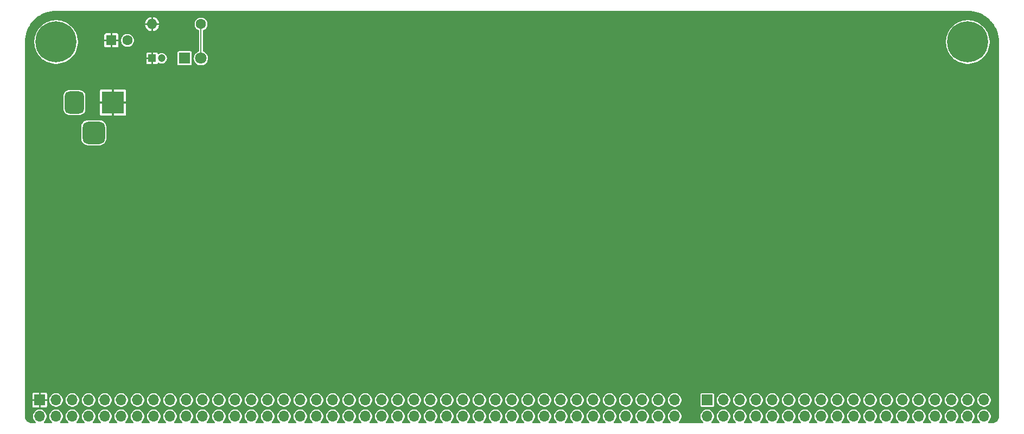
<source format=gbl>
G04 #@! TF.GenerationSoftware,KiCad,Pcbnew,9.0.0+dfsg-1*
G04 #@! TF.CreationDate,2025-03-20T13:58:06-04:00*
G04 #@! TF.ProjectId,breakout,62726561-6b6f-4757-942e-6b696361645f,A.27*
G04 #@! TF.SameCoordinates,Original*
G04 #@! TF.FileFunction,Copper,L6,Bot*
G04 #@! TF.FilePolarity,Positive*
%FSLAX46Y46*%
G04 Gerber Fmt 4.6, Leading zero omitted, Abs format (unit mm)*
G04 Created by KiCad (PCBNEW 9.0.0+dfsg-1) date 2025-03-20 13:58:06*
%MOMM*%
%LPD*%
G01*
G04 APERTURE LIST*
G04 Aperture macros list*
%AMRoundRect*
0 Rectangle with rounded corners*
0 $1 Rounding radius*
0 $2 $3 $4 $5 $6 $7 $8 $9 X,Y pos of 4 corners*
0 Add a 4 corners polygon primitive as box body*
4,1,4,$2,$3,$4,$5,$6,$7,$8,$9,$2,$3,0*
0 Add four circle primitives for the rounded corners*
1,1,$1+$1,$2,$3*
1,1,$1+$1,$4,$5*
1,1,$1+$1,$6,$7*
1,1,$1+$1,$8,$9*
0 Add four rect primitives between the rounded corners*
20,1,$1+$1,$2,$3,$4,$5,0*
20,1,$1+$1,$4,$5,$6,$7,0*
20,1,$1+$1,$6,$7,$8,$9,0*
20,1,$1+$1,$8,$9,$2,$3,0*%
G04 Aperture macros list end*
G04 #@! TA.AperFunction,ComponentPad*
%ADD10C,1.600000*%
G04 #@! TD*
G04 #@! TA.AperFunction,ComponentPad*
%ADD11O,1.600000X1.600000*%
G04 #@! TD*
G04 #@! TA.AperFunction,ComponentPad*
%ADD12R,1.600000X1.600000*%
G04 #@! TD*
G04 #@! TA.AperFunction,ComponentPad*
%ADD13R,1.800000X1.800000*%
G04 #@! TD*
G04 #@! TA.AperFunction,ComponentPad*
%ADD14C,1.800000*%
G04 #@! TD*
G04 #@! TA.AperFunction,ComponentPad*
%ADD15C,6.400000*%
G04 #@! TD*
G04 #@! TA.AperFunction,ComponentPad*
%ADD16R,3.500000X3.500000*%
G04 #@! TD*
G04 #@! TA.AperFunction,ComponentPad*
%ADD17RoundRect,0.750000X-0.750000X-1.000000X0.750000X-1.000000X0.750000X1.000000X-0.750000X1.000000X0*%
G04 #@! TD*
G04 #@! TA.AperFunction,ComponentPad*
%ADD18RoundRect,0.875000X-0.875000X-0.875000X0.875000X-0.875000X0.875000X0.875000X-0.875000X0.875000X0*%
G04 #@! TD*
G04 #@! TA.AperFunction,ComponentPad*
%ADD19R,1.200000X1.200000*%
G04 #@! TD*
G04 #@! TA.AperFunction,ComponentPad*
%ADD20C,1.200000*%
G04 #@! TD*
G04 #@! TA.AperFunction,ComponentPad*
%ADD21R,1.700000X1.700000*%
G04 #@! TD*
G04 #@! TA.AperFunction,ComponentPad*
%ADD22O,1.700000X1.700000*%
G04 #@! TD*
G04 #@! TA.AperFunction,Conductor*
%ADD23C,0.146812*%
G04 #@! TD*
G04 APERTURE END LIST*
D10*
X53081000Y-68326000D03*
D11*
X45461000Y-68326000D03*
D12*
X39111000Y-70866000D03*
D10*
X41611000Y-70866000D03*
D13*
X50541000Y-73660000D03*
D14*
X53081000Y-73660000D03*
D15*
X172720000Y-71120000D03*
D16*
X39350200Y-80576500D03*
D17*
X33350200Y-80576500D03*
D18*
X36350200Y-85276500D03*
D15*
X30480000Y-71120000D03*
D19*
X45461000Y-73660000D03*
D20*
X46961000Y-73660000D03*
D21*
X132080000Y-127000000D03*
D22*
X132080000Y-129540000D03*
X134620000Y-127000000D03*
X134620000Y-129540000D03*
X137160000Y-127000000D03*
X137160000Y-129540000D03*
X139700000Y-127000000D03*
X139700000Y-129540000D03*
X142240000Y-127000000D03*
X142240000Y-129540000D03*
X144780000Y-127000000D03*
X144780000Y-129540000D03*
X147320000Y-127000000D03*
X147320000Y-129540000D03*
X149860000Y-127000000D03*
X149860000Y-129540000D03*
X152400000Y-127000000D03*
X152400000Y-129540000D03*
X154940000Y-127000000D03*
X154940000Y-129540000D03*
X157480000Y-127000000D03*
X157480000Y-129540000D03*
X160020000Y-127000000D03*
X160020000Y-129540000D03*
X162560000Y-127000000D03*
X162560000Y-129540000D03*
X165100000Y-127000000D03*
X165100000Y-129540000D03*
X167640000Y-127000000D03*
X167640000Y-129540000D03*
X170180000Y-127000000D03*
X170180000Y-129540000D03*
X172720000Y-127000000D03*
X172720000Y-129540000D03*
X175260000Y-127000000D03*
X175260000Y-129540000D03*
D21*
X27940000Y-127000000D03*
D22*
X27940000Y-129540000D03*
X30480000Y-127000000D03*
X30480000Y-129540000D03*
X33020000Y-127000000D03*
X33020000Y-129540000D03*
X35560000Y-127000000D03*
X35560000Y-129540000D03*
X38100000Y-127000000D03*
X38100000Y-129540000D03*
X40640000Y-127000000D03*
X40640000Y-129540000D03*
X43180000Y-127000000D03*
X43180000Y-129540000D03*
X45720000Y-127000000D03*
X45720000Y-129540000D03*
X48260000Y-127000000D03*
X48260000Y-129540000D03*
X50800000Y-127000000D03*
X50800000Y-129540000D03*
X53340000Y-127000000D03*
X53340000Y-129540000D03*
X55880000Y-127000000D03*
X55880000Y-129540000D03*
X58420000Y-127000000D03*
X58420000Y-129540000D03*
X60960000Y-127000000D03*
X60960000Y-129540000D03*
X63500000Y-127000000D03*
X63500000Y-129540000D03*
X66040000Y-127000000D03*
X66040000Y-129540000D03*
X68580000Y-127000000D03*
X68580000Y-129540000D03*
X71120000Y-127000000D03*
X71120000Y-129540000D03*
X73660000Y-127000000D03*
X73660000Y-129540000D03*
X76200000Y-127000000D03*
X76200000Y-129540000D03*
X78740000Y-127000000D03*
X78740000Y-129540000D03*
X81280000Y-127000000D03*
X81280000Y-129540000D03*
X83820000Y-127000000D03*
X83820000Y-129540000D03*
X86360000Y-127000000D03*
X86360000Y-129540000D03*
X88900000Y-127000000D03*
X88900000Y-129540000D03*
X91440000Y-127000000D03*
X91440000Y-129540000D03*
X93980000Y-127000000D03*
X93980000Y-129540000D03*
X96520000Y-127000000D03*
X96520000Y-129540000D03*
X99060000Y-127000000D03*
X99060000Y-129540000D03*
X101600000Y-127000000D03*
X101600000Y-129540000D03*
X104140000Y-127000000D03*
X104140000Y-129540000D03*
X106680000Y-127000000D03*
X106680000Y-129540000D03*
X109220000Y-127000000D03*
X109220000Y-129540000D03*
X111760000Y-127000000D03*
X111760000Y-129540000D03*
X114300000Y-127000000D03*
X114300000Y-129540000D03*
X116840000Y-127000000D03*
X116840000Y-129540000D03*
X119380000Y-127000000D03*
X119380000Y-129540000D03*
X121920000Y-127000000D03*
X121920000Y-129540000D03*
X124460000Y-127000000D03*
X124460000Y-129540000D03*
X127000000Y-127000000D03*
X127000000Y-129540000D03*
D23*
X53081000Y-68326000D02*
X53081000Y-73660000D01*
G04 #@! TA.AperFunction,Conductor*
G36*
X172723229Y-66240641D02*
G01*
X173138813Y-66258785D01*
X173151689Y-66259912D01*
X173560893Y-66313785D01*
X173573633Y-66316031D01*
X173976607Y-66405368D01*
X173989065Y-66408706D01*
X174382727Y-66532827D01*
X174394868Y-66537247D01*
X174776179Y-66695191D01*
X174787908Y-66700660D01*
X175153999Y-66891235D01*
X175165208Y-66897706D01*
X175513304Y-67119468D01*
X175523900Y-67126888D01*
X175851350Y-67378148D01*
X175861253Y-67386457D01*
X176165559Y-67665302D01*
X176174697Y-67674440D01*
X176391831Y-67911401D01*
X176453537Y-67978741D01*
X176461853Y-67988651D01*
X176602239Y-68171606D01*
X176713108Y-68316094D01*
X176720531Y-68326695D01*
X176942293Y-68674791D01*
X176948764Y-68686000D01*
X177139339Y-69052091D01*
X177144808Y-69063820D01*
X177302749Y-69445124D01*
X177307176Y-69457285D01*
X177418444Y-69810182D01*
X177431286Y-69850909D01*
X177434636Y-69863411D01*
X177523967Y-70266363D01*
X177526214Y-70279108D01*
X177580086Y-70688302D01*
X177581214Y-70701195D01*
X177599359Y-71116770D01*
X177599500Y-71123241D01*
X177599500Y-129533528D01*
X177598935Y-129546457D01*
X177598935Y-129546458D01*
X177584383Y-129712784D01*
X177579893Y-129738251D01*
X177538360Y-129893253D01*
X177529516Y-129917552D01*
X177461698Y-130062988D01*
X177448768Y-130085383D01*
X177356730Y-130216827D01*
X177340108Y-130236637D01*
X177226637Y-130350108D01*
X177206827Y-130366730D01*
X177075383Y-130458768D01*
X177052988Y-130471698D01*
X176907552Y-130539516D01*
X176883253Y-130548360D01*
X176728251Y-130589893D01*
X176702784Y-130594383D01*
X176536458Y-130608935D01*
X176523528Y-130609500D01*
X176038809Y-130609500D01*
X175964633Y-130589625D01*
X175910332Y-130535324D01*
X175890457Y-130461148D01*
X175910332Y-130386972D01*
X175933904Y-130356251D01*
X176078462Y-130211694D01*
X176193776Y-130039114D01*
X176273207Y-129847353D01*
X176313700Y-129643780D01*
X176313700Y-129436220D01*
X176273207Y-129232647D01*
X176193776Y-129040886D01*
X176078462Y-128868306D01*
X175931694Y-128721538D01*
X175931690Y-128721535D01*
X175931689Y-128721534D01*
X175759113Y-128606223D01*
X175759110Y-128606222D01*
X175567354Y-128526793D01*
X175526638Y-128518694D01*
X175363780Y-128486300D01*
X175156220Y-128486300D01*
X175020504Y-128513295D01*
X174952645Y-128526793D01*
X174760889Y-128606222D01*
X174760886Y-128606223D01*
X174588310Y-128721534D01*
X174441534Y-128868310D01*
X174326223Y-129040886D01*
X174326222Y-129040889D01*
X174246793Y-129232645D01*
X174246793Y-129232647D01*
X174206300Y-129436220D01*
X174206300Y-129643780D01*
X174240044Y-129813424D01*
X174246793Y-129847354D01*
X174326222Y-130039110D01*
X174326223Y-130039113D01*
X174441534Y-130211689D01*
X174441535Y-130211690D01*
X174441538Y-130211694D01*
X174586093Y-130356249D01*
X174624488Y-130422752D01*
X174624488Y-130499544D01*
X174586092Y-130566049D01*
X174519587Y-130604445D01*
X174481191Y-130609500D01*
X173498809Y-130609500D01*
X173424633Y-130589625D01*
X173370332Y-130535324D01*
X173350457Y-130461148D01*
X173370332Y-130386972D01*
X173393904Y-130356251D01*
X173538462Y-130211694D01*
X173653776Y-130039114D01*
X173733207Y-129847353D01*
X173773700Y-129643780D01*
X173773700Y-129436220D01*
X173733207Y-129232647D01*
X173653776Y-129040886D01*
X173538462Y-128868306D01*
X173391694Y-128721538D01*
X173391690Y-128721535D01*
X173391689Y-128721534D01*
X173219113Y-128606223D01*
X173219110Y-128606222D01*
X173027354Y-128526793D01*
X172986638Y-128518694D01*
X172823780Y-128486300D01*
X172616220Y-128486300D01*
X172480504Y-128513295D01*
X172412645Y-128526793D01*
X172220889Y-128606222D01*
X172220886Y-128606223D01*
X172048310Y-128721534D01*
X171901534Y-128868310D01*
X171786223Y-129040886D01*
X171786222Y-129040889D01*
X171706793Y-129232645D01*
X171706793Y-129232647D01*
X171666300Y-129436220D01*
X171666300Y-129643780D01*
X171700044Y-129813424D01*
X171706793Y-129847354D01*
X171786222Y-130039110D01*
X171786223Y-130039113D01*
X171901534Y-130211689D01*
X171901535Y-130211690D01*
X171901538Y-130211694D01*
X172046093Y-130356249D01*
X172084488Y-130422752D01*
X172084488Y-130499544D01*
X172046092Y-130566049D01*
X171979587Y-130604445D01*
X171941191Y-130609500D01*
X170958809Y-130609500D01*
X170884633Y-130589625D01*
X170830332Y-130535324D01*
X170810457Y-130461148D01*
X170830332Y-130386972D01*
X170853904Y-130356251D01*
X170998462Y-130211694D01*
X171113776Y-130039114D01*
X171193207Y-129847353D01*
X171233700Y-129643780D01*
X171233700Y-129436220D01*
X171193207Y-129232647D01*
X171113776Y-129040886D01*
X170998462Y-128868306D01*
X170851694Y-128721538D01*
X170851690Y-128721535D01*
X170851689Y-128721534D01*
X170679113Y-128606223D01*
X170679110Y-128606222D01*
X170487354Y-128526793D01*
X170446638Y-128518694D01*
X170283780Y-128486300D01*
X170076220Y-128486300D01*
X169940504Y-128513295D01*
X169872645Y-128526793D01*
X169680889Y-128606222D01*
X169680886Y-128606223D01*
X169508310Y-128721534D01*
X169361534Y-128868310D01*
X169246223Y-129040886D01*
X169246222Y-129040889D01*
X169166793Y-129232645D01*
X169166793Y-129232647D01*
X169126300Y-129436220D01*
X169126300Y-129643780D01*
X169160044Y-129813424D01*
X169166793Y-129847354D01*
X169246222Y-130039110D01*
X169246223Y-130039113D01*
X169361534Y-130211689D01*
X169361535Y-130211690D01*
X169361538Y-130211694D01*
X169506093Y-130356249D01*
X169544488Y-130422752D01*
X169544488Y-130499544D01*
X169506092Y-130566049D01*
X169439587Y-130604445D01*
X169401191Y-130609500D01*
X168418809Y-130609500D01*
X168344633Y-130589625D01*
X168290332Y-130535324D01*
X168270457Y-130461148D01*
X168290332Y-130386972D01*
X168313904Y-130356251D01*
X168458462Y-130211694D01*
X168573776Y-130039114D01*
X168653207Y-129847353D01*
X168693700Y-129643780D01*
X168693700Y-129436220D01*
X168653207Y-129232647D01*
X168573776Y-129040886D01*
X168458462Y-128868306D01*
X168311694Y-128721538D01*
X168311690Y-128721535D01*
X168311689Y-128721534D01*
X168139113Y-128606223D01*
X168139110Y-128606222D01*
X167947354Y-128526793D01*
X167906638Y-128518694D01*
X167743780Y-128486300D01*
X167536220Y-128486300D01*
X167400504Y-128513295D01*
X167332645Y-128526793D01*
X167140889Y-128606222D01*
X167140886Y-128606223D01*
X166968310Y-128721534D01*
X166821534Y-128868310D01*
X166706223Y-129040886D01*
X166706222Y-129040889D01*
X166626793Y-129232645D01*
X166626793Y-129232647D01*
X166586300Y-129436220D01*
X166586300Y-129643780D01*
X166620044Y-129813424D01*
X166626793Y-129847354D01*
X166706222Y-130039110D01*
X166706223Y-130039113D01*
X166821534Y-130211689D01*
X166821535Y-130211690D01*
X166821538Y-130211694D01*
X166966093Y-130356249D01*
X167004488Y-130422752D01*
X167004488Y-130499544D01*
X166966092Y-130566049D01*
X166899587Y-130604445D01*
X166861191Y-130609500D01*
X165878809Y-130609500D01*
X165804633Y-130589625D01*
X165750332Y-130535324D01*
X165730457Y-130461148D01*
X165750332Y-130386972D01*
X165773904Y-130356251D01*
X165918462Y-130211694D01*
X166033776Y-130039114D01*
X166113207Y-129847353D01*
X166153700Y-129643780D01*
X166153700Y-129436220D01*
X166113207Y-129232647D01*
X166033776Y-129040886D01*
X165918462Y-128868306D01*
X165771694Y-128721538D01*
X165771690Y-128721535D01*
X165771689Y-128721534D01*
X165599113Y-128606223D01*
X165599110Y-128606222D01*
X165407354Y-128526793D01*
X165366638Y-128518694D01*
X165203780Y-128486300D01*
X164996220Y-128486300D01*
X164860504Y-128513295D01*
X164792645Y-128526793D01*
X164600889Y-128606222D01*
X164600886Y-128606223D01*
X164428310Y-128721534D01*
X164281534Y-128868310D01*
X164166223Y-129040886D01*
X164166222Y-129040889D01*
X164086793Y-129232645D01*
X164086793Y-129232647D01*
X164046300Y-129436220D01*
X164046300Y-129643780D01*
X164080044Y-129813424D01*
X164086793Y-129847354D01*
X164166222Y-130039110D01*
X164166223Y-130039113D01*
X164281534Y-130211689D01*
X164281535Y-130211690D01*
X164281538Y-130211694D01*
X164426093Y-130356249D01*
X164464488Y-130422752D01*
X164464488Y-130499544D01*
X164426092Y-130566049D01*
X164359587Y-130604445D01*
X164321191Y-130609500D01*
X163338809Y-130609500D01*
X163264633Y-130589625D01*
X163210332Y-130535324D01*
X163190457Y-130461148D01*
X163210332Y-130386972D01*
X163233904Y-130356251D01*
X163378462Y-130211694D01*
X163493776Y-130039114D01*
X163573207Y-129847353D01*
X163613700Y-129643780D01*
X163613700Y-129436220D01*
X163573207Y-129232647D01*
X163493776Y-129040886D01*
X163378462Y-128868306D01*
X163231694Y-128721538D01*
X163231690Y-128721535D01*
X163231689Y-128721534D01*
X163059113Y-128606223D01*
X163059110Y-128606222D01*
X162867354Y-128526793D01*
X162826638Y-128518694D01*
X162663780Y-128486300D01*
X162456220Y-128486300D01*
X162320504Y-128513295D01*
X162252645Y-128526793D01*
X162060889Y-128606222D01*
X162060886Y-128606223D01*
X161888310Y-128721534D01*
X161741534Y-128868310D01*
X161626223Y-129040886D01*
X161626222Y-129040889D01*
X161546793Y-129232645D01*
X161546793Y-129232647D01*
X161506300Y-129436220D01*
X161506300Y-129643780D01*
X161540044Y-129813424D01*
X161546793Y-129847354D01*
X161626222Y-130039110D01*
X161626223Y-130039113D01*
X161741534Y-130211689D01*
X161741535Y-130211690D01*
X161741538Y-130211694D01*
X161886093Y-130356249D01*
X161924488Y-130422752D01*
X161924488Y-130499544D01*
X161886092Y-130566049D01*
X161819587Y-130604445D01*
X161781191Y-130609500D01*
X160798809Y-130609500D01*
X160724633Y-130589625D01*
X160670332Y-130535324D01*
X160650457Y-130461148D01*
X160670332Y-130386972D01*
X160693904Y-130356251D01*
X160838462Y-130211694D01*
X160953776Y-130039114D01*
X161033207Y-129847353D01*
X161073700Y-129643780D01*
X161073700Y-129436220D01*
X161033207Y-129232647D01*
X160953776Y-129040886D01*
X160838462Y-128868306D01*
X160691694Y-128721538D01*
X160691690Y-128721535D01*
X160691689Y-128721534D01*
X160519113Y-128606223D01*
X160519110Y-128606222D01*
X160327354Y-128526793D01*
X160286638Y-128518694D01*
X160123780Y-128486300D01*
X159916220Y-128486300D01*
X159780504Y-128513295D01*
X159712645Y-128526793D01*
X159520889Y-128606222D01*
X159520886Y-128606223D01*
X159348310Y-128721534D01*
X159201534Y-128868310D01*
X159086223Y-129040886D01*
X159086222Y-129040889D01*
X159006793Y-129232645D01*
X159006793Y-129232647D01*
X158966300Y-129436220D01*
X158966300Y-129643780D01*
X159000044Y-129813424D01*
X159006793Y-129847354D01*
X159086222Y-130039110D01*
X159086223Y-130039113D01*
X159201534Y-130211689D01*
X159201535Y-130211690D01*
X159201538Y-130211694D01*
X159346093Y-130356249D01*
X159384488Y-130422752D01*
X159384488Y-130499544D01*
X159346092Y-130566049D01*
X159279587Y-130604445D01*
X159241191Y-130609500D01*
X158258809Y-130609500D01*
X158184633Y-130589625D01*
X158130332Y-130535324D01*
X158110457Y-130461148D01*
X158130332Y-130386972D01*
X158153904Y-130356251D01*
X158298462Y-130211694D01*
X158413776Y-130039114D01*
X158493207Y-129847353D01*
X158533700Y-129643780D01*
X158533700Y-129436220D01*
X158493207Y-129232647D01*
X158413776Y-129040886D01*
X158298462Y-128868306D01*
X158151694Y-128721538D01*
X158151690Y-128721535D01*
X158151689Y-128721534D01*
X157979113Y-128606223D01*
X157979110Y-128606222D01*
X157787354Y-128526793D01*
X157746638Y-128518694D01*
X157583780Y-128486300D01*
X157376220Y-128486300D01*
X157240504Y-128513295D01*
X157172645Y-128526793D01*
X156980889Y-128606222D01*
X156980886Y-128606223D01*
X156808310Y-128721534D01*
X156661534Y-128868310D01*
X156546223Y-129040886D01*
X156546222Y-129040889D01*
X156466793Y-129232645D01*
X156466793Y-129232647D01*
X156426300Y-129436220D01*
X156426300Y-129643780D01*
X156460044Y-129813424D01*
X156466793Y-129847354D01*
X156546222Y-130039110D01*
X156546223Y-130039113D01*
X156661534Y-130211689D01*
X156661535Y-130211690D01*
X156661538Y-130211694D01*
X156806093Y-130356249D01*
X156844488Y-130422752D01*
X156844488Y-130499544D01*
X156806092Y-130566049D01*
X156739587Y-130604445D01*
X156701191Y-130609500D01*
X155718809Y-130609500D01*
X155644633Y-130589625D01*
X155590332Y-130535324D01*
X155570457Y-130461148D01*
X155590332Y-130386972D01*
X155613904Y-130356251D01*
X155758462Y-130211694D01*
X155873776Y-130039114D01*
X155953207Y-129847353D01*
X155993700Y-129643780D01*
X155993700Y-129436220D01*
X155953207Y-129232647D01*
X155873776Y-129040886D01*
X155758462Y-128868306D01*
X155611694Y-128721538D01*
X155611690Y-128721535D01*
X155611689Y-128721534D01*
X155439113Y-128606223D01*
X155439110Y-128606222D01*
X155247354Y-128526793D01*
X155206638Y-128518694D01*
X155043780Y-128486300D01*
X154836220Y-128486300D01*
X154700504Y-128513295D01*
X154632645Y-128526793D01*
X154440889Y-128606222D01*
X154440886Y-128606223D01*
X154268310Y-128721534D01*
X154121534Y-128868310D01*
X154006223Y-129040886D01*
X154006222Y-129040889D01*
X153926793Y-129232645D01*
X153926793Y-129232647D01*
X153886300Y-129436220D01*
X153886300Y-129643780D01*
X153920044Y-129813424D01*
X153926793Y-129847354D01*
X154006222Y-130039110D01*
X154006223Y-130039113D01*
X154121534Y-130211689D01*
X154121535Y-130211690D01*
X154121538Y-130211694D01*
X154266093Y-130356249D01*
X154304488Y-130422752D01*
X154304488Y-130499544D01*
X154266092Y-130566049D01*
X154199587Y-130604445D01*
X154161191Y-130609500D01*
X153178809Y-130609500D01*
X153104633Y-130589625D01*
X153050332Y-130535324D01*
X153030457Y-130461148D01*
X153050332Y-130386972D01*
X153073904Y-130356251D01*
X153218462Y-130211694D01*
X153333776Y-130039114D01*
X153413207Y-129847353D01*
X153453700Y-129643780D01*
X153453700Y-129436220D01*
X153413207Y-129232647D01*
X153333776Y-129040886D01*
X153218462Y-128868306D01*
X153071694Y-128721538D01*
X153071690Y-128721535D01*
X153071689Y-128721534D01*
X152899113Y-128606223D01*
X152899110Y-128606222D01*
X152707354Y-128526793D01*
X152666638Y-128518694D01*
X152503780Y-128486300D01*
X152296220Y-128486300D01*
X152160504Y-128513295D01*
X152092645Y-128526793D01*
X151900889Y-128606222D01*
X151900886Y-128606223D01*
X151728310Y-128721534D01*
X151581534Y-128868310D01*
X151466223Y-129040886D01*
X151466222Y-129040889D01*
X151386793Y-129232645D01*
X151386793Y-129232647D01*
X151346300Y-129436220D01*
X151346300Y-129643780D01*
X151380044Y-129813424D01*
X151386793Y-129847354D01*
X151466222Y-130039110D01*
X151466223Y-130039113D01*
X151581534Y-130211689D01*
X151581535Y-130211690D01*
X151581538Y-130211694D01*
X151726093Y-130356249D01*
X151764488Y-130422752D01*
X151764488Y-130499544D01*
X151726092Y-130566049D01*
X151659587Y-130604445D01*
X151621191Y-130609500D01*
X150638809Y-130609500D01*
X150564633Y-130589625D01*
X150510332Y-130535324D01*
X150490457Y-130461148D01*
X150510332Y-130386972D01*
X150533904Y-130356251D01*
X150678462Y-130211694D01*
X150793776Y-130039114D01*
X150873207Y-129847353D01*
X150913700Y-129643780D01*
X150913700Y-129436220D01*
X150873207Y-129232647D01*
X150793776Y-129040886D01*
X150678462Y-128868306D01*
X150531694Y-128721538D01*
X150531690Y-128721535D01*
X150531689Y-128721534D01*
X150359113Y-128606223D01*
X150359110Y-128606222D01*
X150167354Y-128526793D01*
X150126638Y-128518694D01*
X149963780Y-128486300D01*
X149756220Y-128486300D01*
X149620504Y-128513295D01*
X149552645Y-128526793D01*
X149360889Y-128606222D01*
X149360886Y-128606223D01*
X149188310Y-128721534D01*
X149041534Y-128868310D01*
X148926223Y-129040886D01*
X148926222Y-129040889D01*
X148846793Y-129232645D01*
X148846793Y-129232647D01*
X148806300Y-129436220D01*
X148806300Y-129643780D01*
X148840044Y-129813424D01*
X148846793Y-129847354D01*
X148926222Y-130039110D01*
X148926223Y-130039113D01*
X149041534Y-130211689D01*
X149041535Y-130211690D01*
X149041538Y-130211694D01*
X149186093Y-130356249D01*
X149224488Y-130422752D01*
X149224488Y-130499544D01*
X149186092Y-130566049D01*
X149119587Y-130604445D01*
X149081191Y-130609500D01*
X148098809Y-130609500D01*
X148024633Y-130589625D01*
X147970332Y-130535324D01*
X147950457Y-130461148D01*
X147970332Y-130386972D01*
X147993904Y-130356251D01*
X148138462Y-130211694D01*
X148253776Y-130039114D01*
X148333207Y-129847353D01*
X148373700Y-129643780D01*
X148373700Y-129436220D01*
X148333207Y-129232647D01*
X148253776Y-129040886D01*
X148138462Y-128868306D01*
X147991694Y-128721538D01*
X147991690Y-128721535D01*
X147991689Y-128721534D01*
X147819113Y-128606223D01*
X147819110Y-128606222D01*
X147627354Y-128526793D01*
X147586638Y-128518694D01*
X147423780Y-128486300D01*
X147216220Y-128486300D01*
X147080504Y-128513295D01*
X147012645Y-128526793D01*
X146820889Y-128606222D01*
X146820886Y-128606223D01*
X146648310Y-128721534D01*
X146501534Y-128868310D01*
X146386223Y-129040886D01*
X146386222Y-129040889D01*
X146306793Y-129232645D01*
X146306793Y-129232647D01*
X146266300Y-129436220D01*
X146266300Y-129643780D01*
X146300044Y-129813424D01*
X146306793Y-129847354D01*
X146386222Y-130039110D01*
X146386223Y-130039113D01*
X146501534Y-130211689D01*
X146501535Y-130211690D01*
X146501538Y-130211694D01*
X146646093Y-130356249D01*
X146684488Y-130422752D01*
X146684488Y-130499544D01*
X146646092Y-130566049D01*
X146579587Y-130604445D01*
X146541191Y-130609500D01*
X145558809Y-130609500D01*
X145484633Y-130589625D01*
X145430332Y-130535324D01*
X145410457Y-130461148D01*
X145430332Y-130386972D01*
X145453904Y-130356251D01*
X145598462Y-130211694D01*
X145713776Y-130039114D01*
X145793207Y-129847353D01*
X145833700Y-129643780D01*
X145833700Y-129436220D01*
X145793207Y-129232647D01*
X145713776Y-129040886D01*
X145598462Y-128868306D01*
X145451694Y-128721538D01*
X145451690Y-128721535D01*
X145451689Y-128721534D01*
X145279113Y-128606223D01*
X145279110Y-128606222D01*
X145087354Y-128526793D01*
X145046638Y-128518694D01*
X144883780Y-128486300D01*
X144676220Y-128486300D01*
X144540504Y-128513295D01*
X144472645Y-128526793D01*
X144280889Y-128606222D01*
X144280886Y-128606223D01*
X144108310Y-128721534D01*
X143961534Y-128868310D01*
X143846223Y-129040886D01*
X143846222Y-129040889D01*
X143766793Y-129232645D01*
X143766793Y-129232647D01*
X143726300Y-129436220D01*
X143726300Y-129643780D01*
X143760044Y-129813424D01*
X143766793Y-129847354D01*
X143846222Y-130039110D01*
X143846223Y-130039113D01*
X143961534Y-130211689D01*
X143961535Y-130211690D01*
X143961538Y-130211694D01*
X144106093Y-130356249D01*
X144144488Y-130422752D01*
X144144488Y-130499544D01*
X144106092Y-130566049D01*
X144039587Y-130604445D01*
X144001191Y-130609500D01*
X143018809Y-130609500D01*
X142944633Y-130589625D01*
X142890332Y-130535324D01*
X142870457Y-130461148D01*
X142890332Y-130386972D01*
X142913904Y-130356251D01*
X143058462Y-130211694D01*
X143173776Y-130039114D01*
X143253207Y-129847353D01*
X143293700Y-129643780D01*
X143293700Y-129436220D01*
X143253207Y-129232647D01*
X143173776Y-129040886D01*
X143058462Y-128868306D01*
X142911694Y-128721538D01*
X142911690Y-128721535D01*
X142911689Y-128721534D01*
X142739113Y-128606223D01*
X142739110Y-128606222D01*
X142547354Y-128526793D01*
X142506638Y-128518694D01*
X142343780Y-128486300D01*
X142136220Y-128486300D01*
X142000504Y-128513295D01*
X141932645Y-128526793D01*
X141740889Y-128606222D01*
X141740886Y-128606223D01*
X141568310Y-128721534D01*
X141421534Y-128868310D01*
X141306223Y-129040886D01*
X141306222Y-129040889D01*
X141226793Y-129232645D01*
X141226793Y-129232647D01*
X141186300Y-129436220D01*
X141186300Y-129643780D01*
X141220044Y-129813424D01*
X141226793Y-129847354D01*
X141306222Y-130039110D01*
X141306223Y-130039113D01*
X141421534Y-130211689D01*
X141421535Y-130211690D01*
X141421538Y-130211694D01*
X141566093Y-130356249D01*
X141604488Y-130422752D01*
X141604488Y-130499544D01*
X141566092Y-130566049D01*
X141499587Y-130604445D01*
X141461191Y-130609500D01*
X140478809Y-130609500D01*
X140404633Y-130589625D01*
X140350332Y-130535324D01*
X140330457Y-130461148D01*
X140350332Y-130386972D01*
X140373904Y-130356251D01*
X140518462Y-130211694D01*
X140633776Y-130039114D01*
X140713207Y-129847353D01*
X140753700Y-129643780D01*
X140753700Y-129436220D01*
X140713207Y-129232647D01*
X140633776Y-129040886D01*
X140518462Y-128868306D01*
X140371694Y-128721538D01*
X140371690Y-128721535D01*
X140371689Y-128721534D01*
X140199113Y-128606223D01*
X140199110Y-128606222D01*
X140007354Y-128526793D01*
X139966638Y-128518694D01*
X139803780Y-128486300D01*
X139596220Y-128486300D01*
X139460504Y-128513295D01*
X139392645Y-128526793D01*
X139200889Y-128606222D01*
X139200886Y-128606223D01*
X139028310Y-128721534D01*
X138881534Y-128868310D01*
X138766223Y-129040886D01*
X138766222Y-129040889D01*
X138686793Y-129232645D01*
X138686793Y-129232647D01*
X138646300Y-129436220D01*
X138646300Y-129643780D01*
X138680044Y-129813424D01*
X138686793Y-129847354D01*
X138766222Y-130039110D01*
X138766223Y-130039113D01*
X138881534Y-130211689D01*
X138881535Y-130211690D01*
X138881538Y-130211694D01*
X139026093Y-130356249D01*
X139064488Y-130422752D01*
X139064488Y-130499544D01*
X139026092Y-130566049D01*
X138959587Y-130604445D01*
X138921191Y-130609500D01*
X137938809Y-130609500D01*
X137864633Y-130589625D01*
X137810332Y-130535324D01*
X137790457Y-130461148D01*
X137810332Y-130386972D01*
X137833904Y-130356251D01*
X137978462Y-130211694D01*
X138093776Y-130039114D01*
X138173207Y-129847353D01*
X138213700Y-129643780D01*
X138213700Y-129436220D01*
X138173207Y-129232647D01*
X138093776Y-129040886D01*
X137978462Y-128868306D01*
X137831694Y-128721538D01*
X137831690Y-128721535D01*
X137831689Y-128721534D01*
X137659113Y-128606223D01*
X137659110Y-128606222D01*
X137467354Y-128526793D01*
X137426638Y-128518694D01*
X137263780Y-128486300D01*
X137056220Y-128486300D01*
X136920504Y-128513295D01*
X136852645Y-128526793D01*
X136660889Y-128606222D01*
X136660886Y-128606223D01*
X136488310Y-128721534D01*
X136341534Y-128868310D01*
X136226223Y-129040886D01*
X136226222Y-129040889D01*
X136146793Y-129232645D01*
X136146793Y-129232647D01*
X136106300Y-129436220D01*
X136106300Y-129643780D01*
X136140044Y-129813424D01*
X136146793Y-129847354D01*
X136226222Y-130039110D01*
X136226223Y-130039113D01*
X136341534Y-130211689D01*
X136341535Y-130211690D01*
X136341538Y-130211694D01*
X136486093Y-130356249D01*
X136524488Y-130422752D01*
X136524488Y-130499544D01*
X136486092Y-130566049D01*
X136419587Y-130604445D01*
X136381191Y-130609500D01*
X135398809Y-130609500D01*
X135324633Y-130589625D01*
X135270332Y-130535324D01*
X135250457Y-130461148D01*
X135270332Y-130386972D01*
X135293904Y-130356251D01*
X135438462Y-130211694D01*
X135553776Y-130039114D01*
X135633207Y-129847353D01*
X135673700Y-129643780D01*
X135673700Y-129436220D01*
X135633207Y-129232647D01*
X135553776Y-129040886D01*
X135438462Y-128868306D01*
X135291694Y-128721538D01*
X135291690Y-128721535D01*
X135291689Y-128721534D01*
X135119113Y-128606223D01*
X135119110Y-128606222D01*
X134927354Y-128526793D01*
X134886638Y-128518694D01*
X134723780Y-128486300D01*
X134516220Y-128486300D01*
X134380504Y-128513295D01*
X134312645Y-128526793D01*
X134120889Y-128606222D01*
X134120886Y-128606223D01*
X133948310Y-128721534D01*
X133801534Y-128868310D01*
X133686223Y-129040886D01*
X133686222Y-129040889D01*
X133606793Y-129232645D01*
X133606793Y-129232647D01*
X133566300Y-129436220D01*
X133566300Y-129643780D01*
X133600044Y-129813424D01*
X133606793Y-129847354D01*
X133686222Y-130039110D01*
X133686223Y-130039113D01*
X133801534Y-130211689D01*
X133801535Y-130211690D01*
X133801538Y-130211694D01*
X133946093Y-130356249D01*
X133984488Y-130422752D01*
X133984488Y-130499544D01*
X133946092Y-130566049D01*
X133879587Y-130604445D01*
X133841191Y-130609500D01*
X132858809Y-130609500D01*
X132784633Y-130589625D01*
X132730332Y-130535324D01*
X132710457Y-130461148D01*
X132730332Y-130386972D01*
X132753904Y-130356251D01*
X132898462Y-130211694D01*
X133013776Y-130039114D01*
X133093207Y-129847353D01*
X133133700Y-129643780D01*
X133133700Y-129436220D01*
X133093207Y-129232647D01*
X133013776Y-129040886D01*
X132898462Y-128868306D01*
X132751694Y-128721538D01*
X132751690Y-128721535D01*
X132751689Y-128721534D01*
X132579113Y-128606223D01*
X132579110Y-128606222D01*
X132387354Y-128526793D01*
X132346638Y-128518694D01*
X132183780Y-128486300D01*
X131976220Y-128486300D01*
X131840504Y-128513295D01*
X131772645Y-128526793D01*
X131580889Y-128606222D01*
X131580886Y-128606223D01*
X131408310Y-128721534D01*
X131261534Y-128868310D01*
X131146223Y-129040886D01*
X131146222Y-129040889D01*
X131066793Y-129232645D01*
X131066793Y-129232647D01*
X131026300Y-129436220D01*
X131026300Y-129643780D01*
X131060044Y-129813424D01*
X131066793Y-129847354D01*
X131146222Y-130039110D01*
X131146223Y-130039113D01*
X131261534Y-130211689D01*
X131261535Y-130211690D01*
X131261538Y-130211694D01*
X131406093Y-130356249D01*
X131444488Y-130422752D01*
X131444488Y-130499544D01*
X131406092Y-130566049D01*
X131339587Y-130604445D01*
X131301191Y-130609500D01*
X127778809Y-130609500D01*
X127704633Y-130589625D01*
X127650332Y-130535324D01*
X127630457Y-130461148D01*
X127650332Y-130386972D01*
X127673904Y-130356251D01*
X127818462Y-130211694D01*
X127933776Y-130039114D01*
X128013207Y-129847353D01*
X128053700Y-129643780D01*
X128053700Y-129436220D01*
X128013207Y-129232647D01*
X127933776Y-129040886D01*
X127818462Y-128868306D01*
X127671694Y-128721538D01*
X127671690Y-128721535D01*
X127671689Y-128721534D01*
X127499113Y-128606223D01*
X127499110Y-128606222D01*
X127307354Y-128526793D01*
X127266638Y-128518694D01*
X127103780Y-128486300D01*
X126896220Y-128486300D01*
X126760504Y-128513295D01*
X126692645Y-128526793D01*
X126500889Y-128606222D01*
X126500886Y-128606223D01*
X126328310Y-128721534D01*
X126181534Y-128868310D01*
X126066223Y-129040886D01*
X126066222Y-129040889D01*
X125986793Y-129232645D01*
X125986793Y-129232647D01*
X125946300Y-129436220D01*
X125946300Y-129643780D01*
X125980044Y-129813424D01*
X125986793Y-129847354D01*
X126066222Y-130039110D01*
X126066223Y-130039113D01*
X126181534Y-130211689D01*
X126181535Y-130211690D01*
X126181538Y-130211694D01*
X126326093Y-130356249D01*
X126364488Y-130422752D01*
X126364488Y-130499544D01*
X126326092Y-130566049D01*
X126259587Y-130604445D01*
X126221191Y-130609500D01*
X125238809Y-130609500D01*
X125164633Y-130589625D01*
X125110332Y-130535324D01*
X125090457Y-130461148D01*
X125110332Y-130386972D01*
X125133904Y-130356251D01*
X125278462Y-130211694D01*
X125393776Y-130039114D01*
X125473207Y-129847353D01*
X125513700Y-129643780D01*
X125513700Y-129436220D01*
X125473207Y-129232647D01*
X125393776Y-129040886D01*
X125278462Y-128868306D01*
X125131694Y-128721538D01*
X125131690Y-128721535D01*
X125131689Y-128721534D01*
X124959113Y-128606223D01*
X124959110Y-128606222D01*
X124767354Y-128526793D01*
X124726638Y-128518694D01*
X124563780Y-128486300D01*
X124356220Y-128486300D01*
X124220504Y-128513295D01*
X124152645Y-128526793D01*
X123960889Y-128606222D01*
X123960886Y-128606223D01*
X123788310Y-128721534D01*
X123641534Y-128868310D01*
X123526223Y-129040886D01*
X123526222Y-129040889D01*
X123446793Y-129232645D01*
X123446793Y-129232647D01*
X123406300Y-129436220D01*
X123406300Y-129643780D01*
X123440044Y-129813424D01*
X123446793Y-129847354D01*
X123526222Y-130039110D01*
X123526223Y-130039113D01*
X123641534Y-130211689D01*
X123641535Y-130211690D01*
X123641538Y-130211694D01*
X123786093Y-130356249D01*
X123824488Y-130422752D01*
X123824488Y-130499544D01*
X123786092Y-130566049D01*
X123719587Y-130604445D01*
X123681191Y-130609500D01*
X122698809Y-130609500D01*
X122624633Y-130589625D01*
X122570332Y-130535324D01*
X122550457Y-130461148D01*
X122570332Y-130386972D01*
X122593904Y-130356251D01*
X122738462Y-130211694D01*
X122853776Y-130039114D01*
X122933207Y-129847353D01*
X122973700Y-129643780D01*
X122973700Y-129436220D01*
X122933207Y-129232647D01*
X122853776Y-129040886D01*
X122738462Y-128868306D01*
X122591694Y-128721538D01*
X122591690Y-128721535D01*
X122591689Y-128721534D01*
X122419113Y-128606223D01*
X122419110Y-128606222D01*
X122227354Y-128526793D01*
X122186638Y-128518694D01*
X122023780Y-128486300D01*
X121816220Y-128486300D01*
X121680504Y-128513295D01*
X121612645Y-128526793D01*
X121420889Y-128606222D01*
X121420886Y-128606223D01*
X121248310Y-128721534D01*
X121101534Y-128868310D01*
X120986223Y-129040886D01*
X120986222Y-129040889D01*
X120906793Y-129232645D01*
X120906793Y-129232647D01*
X120866300Y-129436220D01*
X120866300Y-129643780D01*
X120900044Y-129813424D01*
X120906793Y-129847354D01*
X120986222Y-130039110D01*
X120986223Y-130039113D01*
X121101534Y-130211689D01*
X121101535Y-130211690D01*
X121101538Y-130211694D01*
X121246093Y-130356249D01*
X121284488Y-130422752D01*
X121284488Y-130499544D01*
X121246092Y-130566049D01*
X121179587Y-130604445D01*
X121141191Y-130609500D01*
X120158809Y-130609500D01*
X120084633Y-130589625D01*
X120030332Y-130535324D01*
X120010457Y-130461148D01*
X120030332Y-130386972D01*
X120053904Y-130356251D01*
X120198462Y-130211694D01*
X120313776Y-130039114D01*
X120393207Y-129847353D01*
X120433700Y-129643780D01*
X120433700Y-129436220D01*
X120393207Y-129232647D01*
X120313776Y-129040886D01*
X120198462Y-128868306D01*
X120051694Y-128721538D01*
X120051690Y-128721535D01*
X120051689Y-128721534D01*
X119879113Y-128606223D01*
X119879110Y-128606222D01*
X119687354Y-128526793D01*
X119646638Y-128518694D01*
X119483780Y-128486300D01*
X119276220Y-128486300D01*
X119140504Y-128513295D01*
X119072645Y-128526793D01*
X118880889Y-128606222D01*
X118880886Y-128606223D01*
X118708310Y-128721534D01*
X118561534Y-128868310D01*
X118446223Y-129040886D01*
X118446222Y-129040889D01*
X118366793Y-129232645D01*
X118366793Y-129232647D01*
X118326300Y-129436220D01*
X118326300Y-129643780D01*
X118360044Y-129813424D01*
X118366793Y-129847354D01*
X118446222Y-130039110D01*
X118446223Y-130039113D01*
X118561534Y-130211689D01*
X118561535Y-130211690D01*
X118561538Y-130211694D01*
X118706093Y-130356249D01*
X118744488Y-130422752D01*
X118744488Y-130499544D01*
X118706092Y-130566049D01*
X118639587Y-130604445D01*
X118601191Y-130609500D01*
X117618809Y-130609500D01*
X117544633Y-130589625D01*
X117490332Y-130535324D01*
X117470457Y-130461148D01*
X117490332Y-130386972D01*
X117513904Y-130356251D01*
X117658462Y-130211694D01*
X117773776Y-130039114D01*
X117853207Y-129847353D01*
X117893700Y-129643780D01*
X117893700Y-129436220D01*
X117853207Y-129232647D01*
X117773776Y-129040886D01*
X117658462Y-128868306D01*
X117511694Y-128721538D01*
X117511690Y-128721535D01*
X117511689Y-128721534D01*
X117339113Y-128606223D01*
X117339110Y-128606222D01*
X117147354Y-128526793D01*
X117106638Y-128518694D01*
X116943780Y-128486300D01*
X116736220Y-128486300D01*
X116600504Y-128513295D01*
X116532645Y-128526793D01*
X116340889Y-128606222D01*
X116340886Y-128606223D01*
X116168310Y-128721534D01*
X116021534Y-128868310D01*
X115906223Y-129040886D01*
X115906222Y-129040889D01*
X115826793Y-129232645D01*
X115826793Y-129232647D01*
X115786300Y-129436220D01*
X115786300Y-129643780D01*
X115820044Y-129813424D01*
X115826793Y-129847354D01*
X115906222Y-130039110D01*
X115906223Y-130039113D01*
X116021534Y-130211689D01*
X116021535Y-130211690D01*
X116021538Y-130211694D01*
X116166093Y-130356249D01*
X116204488Y-130422752D01*
X116204488Y-130499544D01*
X116166092Y-130566049D01*
X116099587Y-130604445D01*
X116061191Y-130609500D01*
X115078809Y-130609500D01*
X115004633Y-130589625D01*
X114950332Y-130535324D01*
X114930457Y-130461148D01*
X114950332Y-130386972D01*
X114973904Y-130356251D01*
X115118462Y-130211694D01*
X115233776Y-130039114D01*
X115313207Y-129847353D01*
X115353700Y-129643780D01*
X115353700Y-129436220D01*
X115313207Y-129232647D01*
X115233776Y-129040886D01*
X115118462Y-128868306D01*
X114971694Y-128721538D01*
X114971690Y-128721535D01*
X114971689Y-128721534D01*
X114799113Y-128606223D01*
X114799110Y-128606222D01*
X114607354Y-128526793D01*
X114566638Y-128518694D01*
X114403780Y-128486300D01*
X114196220Y-128486300D01*
X114060504Y-128513295D01*
X113992645Y-128526793D01*
X113800889Y-128606222D01*
X113800886Y-128606223D01*
X113628310Y-128721534D01*
X113481534Y-128868310D01*
X113366223Y-129040886D01*
X113366222Y-129040889D01*
X113286793Y-129232645D01*
X113286793Y-129232647D01*
X113246300Y-129436220D01*
X113246300Y-129643780D01*
X113280044Y-129813424D01*
X113286793Y-129847354D01*
X113366222Y-130039110D01*
X113366223Y-130039113D01*
X113481534Y-130211689D01*
X113481535Y-130211690D01*
X113481538Y-130211694D01*
X113626093Y-130356249D01*
X113664488Y-130422752D01*
X113664488Y-130499544D01*
X113626092Y-130566049D01*
X113559587Y-130604445D01*
X113521191Y-130609500D01*
X112538809Y-130609500D01*
X112464633Y-130589625D01*
X112410332Y-130535324D01*
X112390457Y-130461148D01*
X112410332Y-130386972D01*
X112433904Y-130356251D01*
X112578462Y-130211694D01*
X112693776Y-130039114D01*
X112773207Y-129847353D01*
X112813700Y-129643780D01*
X112813700Y-129436220D01*
X112773207Y-129232647D01*
X112693776Y-129040886D01*
X112578462Y-128868306D01*
X112431694Y-128721538D01*
X112431690Y-128721535D01*
X112431689Y-128721534D01*
X112259113Y-128606223D01*
X112259110Y-128606222D01*
X112067354Y-128526793D01*
X112026638Y-128518694D01*
X111863780Y-128486300D01*
X111656220Y-128486300D01*
X111520504Y-128513295D01*
X111452645Y-128526793D01*
X111260889Y-128606222D01*
X111260886Y-128606223D01*
X111088310Y-128721534D01*
X110941534Y-128868310D01*
X110826223Y-129040886D01*
X110826222Y-129040889D01*
X110746793Y-129232645D01*
X110746793Y-129232647D01*
X110706300Y-129436220D01*
X110706300Y-129643780D01*
X110740044Y-129813424D01*
X110746793Y-129847354D01*
X110826222Y-130039110D01*
X110826223Y-130039113D01*
X110941534Y-130211689D01*
X110941535Y-130211690D01*
X110941538Y-130211694D01*
X111086093Y-130356249D01*
X111124488Y-130422752D01*
X111124488Y-130499544D01*
X111086092Y-130566049D01*
X111019587Y-130604445D01*
X110981191Y-130609500D01*
X109998809Y-130609500D01*
X109924633Y-130589625D01*
X109870332Y-130535324D01*
X109850457Y-130461148D01*
X109870332Y-130386972D01*
X109893904Y-130356251D01*
X110038462Y-130211694D01*
X110153776Y-130039114D01*
X110233207Y-129847353D01*
X110273700Y-129643780D01*
X110273700Y-129436220D01*
X110233207Y-129232647D01*
X110153776Y-129040886D01*
X110038462Y-128868306D01*
X109891694Y-128721538D01*
X109891690Y-128721535D01*
X109891689Y-128721534D01*
X109719113Y-128606223D01*
X109719110Y-128606222D01*
X109527354Y-128526793D01*
X109486638Y-128518694D01*
X109323780Y-128486300D01*
X109116220Y-128486300D01*
X108980504Y-128513295D01*
X108912645Y-128526793D01*
X108720889Y-128606222D01*
X108720886Y-128606223D01*
X108548310Y-128721534D01*
X108401534Y-128868310D01*
X108286223Y-129040886D01*
X108286222Y-129040889D01*
X108206793Y-129232645D01*
X108206793Y-129232647D01*
X108166300Y-129436220D01*
X108166300Y-129643780D01*
X108200044Y-129813424D01*
X108206793Y-129847354D01*
X108286222Y-130039110D01*
X108286223Y-130039113D01*
X108401534Y-130211689D01*
X108401535Y-130211690D01*
X108401538Y-130211694D01*
X108546093Y-130356249D01*
X108584488Y-130422752D01*
X108584488Y-130499544D01*
X108546092Y-130566049D01*
X108479587Y-130604445D01*
X108441191Y-130609500D01*
X107458809Y-130609500D01*
X107384633Y-130589625D01*
X107330332Y-130535324D01*
X107310457Y-130461148D01*
X107330332Y-130386972D01*
X107353904Y-130356251D01*
X107498462Y-130211694D01*
X107613776Y-130039114D01*
X107693207Y-129847353D01*
X107733700Y-129643780D01*
X107733700Y-129436220D01*
X107693207Y-129232647D01*
X107613776Y-129040886D01*
X107498462Y-128868306D01*
X107351694Y-128721538D01*
X107351690Y-128721535D01*
X107351689Y-128721534D01*
X107179113Y-128606223D01*
X107179110Y-128606222D01*
X106987354Y-128526793D01*
X106946638Y-128518694D01*
X106783780Y-128486300D01*
X106576220Y-128486300D01*
X106440504Y-128513295D01*
X106372645Y-128526793D01*
X106180889Y-128606222D01*
X106180886Y-128606223D01*
X106008310Y-128721534D01*
X105861534Y-128868310D01*
X105746223Y-129040886D01*
X105746222Y-129040889D01*
X105666793Y-129232645D01*
X105666793Y-129232647D01*
X105626300Y-129436220D01*
X105626300Y-129643780D01*
X105660044Y-129813424D01*
X105666793Y-129847354D01*
X105746222Y-130039110D01*
X105746223Y-130039113D01*
X105861534Y-130211689D01*
X105861535Y-130211690D01*
X105861538Y-130211694D01*
X106006093Y-130356249D01*
X106044488Y-130422752D01*
X106044488Y-130499544D01*
X106006092Y-130566049D01*
X105939587Y-130604445D01*
X105901191Y-130609500D01*
X104918809Y-130609500D01*
X104844633Y-130589625D01*
X104790332Y-130535324D01*
X104770457Y-130461148D01*
X104790332Y-130386972D01*
X104813904Y-130356251D01*
X104958462Y-130211694D01*
X105073776Y-130039114D01*
X105153207Y-129847353D01*
X105193700Y-129643780D01*
X105193700Y-129436220D01*
X105153207Y-129232647D01*
X105073776Y-129040886D01*
X104958462Y-128868306D01*
X104811694Y-128721538D01*
X104811690Y-128721535D01*
X104811689Y-128721534D01*
X104639113Y-128606223D01*
X104639110Y-128606222D01*
X104447354Y-128526793D01*
X104406638Y-128518694D01*
X104243780Y-128486300D01*
X104036220Y-128486300D01*
X103900504Y-128513295D01*
X103832645Y-128526793D01*
X103640889Y-128606222D01*
X103640886Y-128606223D01*
X103468310Y-128721534D01*
X103321534Y-128868310D01*
X103206223Y-129040886D01*
X103206222Y-129040889D01*
X103126793Y-129232645D01*
X103126793Y-129232647D01*
X103086300Y-129436220D01*
X103086300Y-129643780D01*
X103120044Y-129813424D01*
X103126793Y-129847354D01*
X103206222Y-130039110D01*
X103206223Y-130039113D01*
X103321534Y-130211689D01*
X103321535Y-130211690D01*
X103321538Y-130211694D01*
X103466093Y-130356249D01*
X103504488Y-130422752D01*
X103504488Y-130499544D01*
X103466092Y-130566049D01*
X103399587Y-130604445D01*
X103361191Y-130609500D01*
X102378809Y-130609500D01*
X102304633Y-130589625D01*
X102250332Y-130535324D01*
X102230457Y-130461148D01*
X102250332Y-130386972D01*
X102273904Y-130356251D01*
X102418462Y-130211694D01*
X102533776Y-130039114D01*
X102613207Y-129847353D01*
X102653700Y-129643780D01*
X102653700Y-129436220D01*
X102613207Y-129232647D01*
X102533776Y-129040886D01*
X102418462Y-128868306D01*
X102271694Y-128721538D01*
X102271690Y-128721535D01*
X102271689Y-128721534D01*
X102099113Y-128606223D01*
X102099110Y-128606222D01*
X101907354Y-128526793D01*
X101866638Y-128518694D01*
X101703780Y-128486300D01*
X101496220Y-128486300D01*
X101360504Y-128513295D01*
X101292645Y-128526793D01*
X101100889Y-128606222D01*
X101100886Y-128606223D01*
X100928310Y-128721534D01*
X100781534Y-128868310D01*
X100666223Y-129040886D01*
X100666222Y-129040889D01*
X100586793Y-129232645D01*
X100586793Y-129232647D01*
X100546300Y-129436220D01*
X100546300Y-129643780D01*
X100580044Y-129813424D01*
X100586793Y-129847354D01*
X100666222Y-130039110D01*
X100666223Y-130039113D01*
X100781534Y-130211689D01*
X100781535Y-130211690D01*
X100781538Y-130211694D01*
X100926093Y-130356249D01*
X100964488Y-130422752D01*
X100964488Y-130499544D01*
X100926092Y-130566049D01*
X100859587Y-130604445D01*
X100821191Y-130609500D01*
X99838809Y-130609500D01*
X99764633Y-130589625D01*
X99710332Y-130535324D01*
X99690457Y-130461148D01*
X99710332Y-130386972D01*
X99733904Y-130356251D01*
X99878462Y-130211694D01*
X99993776Y-130039114D01*
X100073207Y-129847353D01*
X100113700Y-129643780D01*
X100113700Y-129436220D01*
X100073207Y-129232647D01*
X99993776Y-129040886D01*
X99878462Y-128868306D01*
X99731694Y-128721538D01*
X99731690Y-128721535D01*
X99731689Y-128721534D01*
X99559113Y-128606223D01*
X99559110Y-128606222D01*
X99367354Y-128526793D01*
X99326638Y-128518694D01*
X99163780Y-128486300D01*
X98956220Y-128486300D01*
X98820504Y-128513295D01*
X98752645Y-128526793D01*
X98560889Y-128606222D01*
X98560886Y-128606223D01*
X98388310Y-128721534D01*
X98241534Y-128868310D01*
X98126223Y-129040886D01*
X98126222Y-129040889D01*
X98046793Y-129232645D01*
X98046793Y-129232647D01*
X98006300Y-129436220D01*
X98006300Y-129643780D01*
X98040044Y-129813424D01*
X98046793Y-129847354D01*
X98126222Y-130039110D01*
X98126223Y-130039113D01*
X98241534Y-130211689D01*
X98241535Y-130211690D01*
X98241538Y-130211694D01*
X98386093Y-130356249D01*
X98424488Y-130422752D01*
X98424488Y-130499544D01*
X98386092Y-130566049D01*
X98319587Y-130604445D01*
X98281191Y-130609500D01*
X97298809Y-130609500D01*
X97224633Y-130589625D01*
X97170332Y-130535324D01*
X97150457Y-130461148D01*
X97170332Y-130386972D01*
X97193904Y-130356251D01*
X97338462Y-130211694D01*
X97453776Y-130039114D01*
X97533207Y-129847353D01*
X97573700Y-129643780D01*
X97573700Y-129436220D01*
X97533207Y-129232647D01*
X97453776Y-129040886D01*
X97338462Y-128868306D01*
X97191694Y-128721538D01*
X97191690Y-128721535D01*
X97191689Y-128721534D01*
X97019113Y-128606223D01*
X97019110Y-128606222D01*
X96827354Y-128526793D01*
X96786638Y-128518694D01*
X96623780Y-128486300D01*
X96416220Y-128486300D01*
X96280504Y-128513295D01*
X96212645Y-128526793D01*
X96020889Y-128606222D01*
X96020886Y-128606223D01*
X95848310Y-128721534D01*
X95701534Y-128868310D01*
X95586223Y-129040886D01*
X95586222Y-129040889D01*
X95506793Y-129232645D01*
X95506793Y-129232647D01*
X95466300Y-129436220D01*
X95466300Y-129643780D01*
X95500044Y-129813424D01*
X95506793Y-129847354D01*
X95586222Y-130039110D01*
X95586223Y-130039113D01*
X95701534Y-130211689D01*
X95701535Y-130211690D01*
X95701538Y-130211694D01*
X95846093Y-130356249D01*
X95884488Y-130422752D01*
X95884488Y-130499544D01*
X95846092Y-130566049D01*
X95779587Y-130604445D01*
X95741191Y-130609500D01*
X94758809Y-130609500D01*
X94684633Y-130589625D01*
X94630332Y-130535324D01*
X94610457Y-130461148D01*
X94630332Y-130386972D01*
X94653904Y-130356251D01*
X94798462Y-130211694D01*
X94913776Y-130039114D01*
X94993207Y-129847353D01*
X95033700Y-129643780D01*
X95033700Y-129436220D01*
X94993207Y-129232647D01*
X94913776Y-129040886D01*
X94798462Y-128868306D01*
X94651694Y-128721538D01*
X94651690Y-128721535D01*
X94651689Y-128721534D01*
X94479113Y-128606223D01*
X94479110Y-128606222D01*
X94287354Y-128526793D01*
X94246638Y-128518694D01*
X94083780Y-128486300D01*
X93876220Y-128486300D01*
X93740504Y-128513295D01*
X93672645Y-128526793D01*
X93480889Y-128606222D01*
X93480886Y-128606223D01*
X93308310Y-128721534D01*
X93161534Y-128868310D01*
X93046223Y-129040886D01*
X93046222Y-129040889D01*
X92966793Y-129232645D01*
X92966793Y-129232647D01*
X92926300Y-129436220D01*
X92926300Y-129643780D01*
X92960044Y-129813424D01*
X92966793Y-129847354D01*
X93046222Y-130039110D01*
X93046223Y-130039113D01*
X93161534Y-130211689D01*
X93161535Y-130211690D01*
X93161538Y-130211694D01*
X93306093Y-130356249D01*
X93344488Y-130422752D01*
X93344488Y-130499544D01*
X93306092Y-130566049D01*
X93239587Y-130604445D01*
X93201191Y-130609500D01*
X92218809Y-130609500D01*
X92144633Y-130589625D01*
X92090332Y-130535324D01*
X92070457Y-130461148D01*
X92090332Y-130386972D01*
X92113904Y-130356251D01*
X92258462Y-130211694D01*
X92373776Y-130039114D01*
X92453207Y-129847353D01*
X92493700Y-129643780D01*
X92493700Y-129436220D01*
X92453207Y-129232647D01*
X92373776Y-129040886D01*
X92258462Y-128868306D01*
X92111694Y-128721538D01*
X92111690Y-128721535D01*
X92111689Y-128721534D01*
X91939113Y-128606223D01*
X91939110Y-128606222D01*
X91747354Y-128526793D01*
X91706638Y-128518694D01*
X91543780Y-128486300D01*
X91336220Y-128486300D01*
X91200504Y-128513295D01*
X91132645Y-128526793D01*
X90940889Y-128606222D01*
X90940886Y-128606223D01*
X90768310Y-128721534D01*
X90621534Y-128868310D01*
X90506223Y-129040886D01*
X90506222Y-129040889D01*
X90426793Y-129232645D01*
X90426793Y-129232647D01*
X90386300Y-129436220D01*
X90386300Y-129643780D01*
X90420044Y-129813424D01*
X90426793Y-129847354D01*
X90506222Y-130039110D01*
X90506223Y-130039113D01*
X90621534Y-130211689D01*
X90621535Y-130211690D01*
X90621538Y-130211694D01*
X90766093Y-130356249D01*
X90804488Y-130422752D01*
X90804488Y-130499544D01*
X90766092Y-130566049D01*
X90699587Y-130604445D01*
X90661191Y-130609500D01*
X89678809Y-130609500D01*
X89604633Y-130589625D01*
X89550332Y-130535324D01*
X89530457Y-130461148D01*
X89550332Y-130386972D01*
X89573904Y-130356251D01*
X89718462Y-130211694D01*
X89833776Y-130039114D01*
X89913207Y-129847353D01*
X89953700Y-129643780D01*
X89953700Y-129436220D01*
X89913207Y-129232647D01*
X89833776Y-129040886D01*
X89718462Y-128868306D01*
X89571694Y-128721538D01*
X89571690Y-128721535D01*
X89571689Y-128721534D01*
X89399113Y-128606223D01*
X89399110Y-128606222D01*
X89207354Y-128526793D01*
X89166638Y-128518694D01*
X89003780Y-128486300D01*
X88796220Y-128486300D01*
X88660504Y-128513295D01*
X88592645Y-128526793D01*
X88400889Y-128606222D01*
X88400886Y-128606223D01*
X88228310Y-128721534D01*
X88081534Y-128868310D01*
X87966223Y-129040886D01*
X87966222Y-129040889D01*
X87886793Y-129232645D01*
X87886793Y-129232647D01*
X87846300Y-129436220D01*
X87846300Y-129643780D01*
X87880044Y-129813424D01*
X87886793Y-129847354D01*
X87966222Y-130039110D01*
X87966223Y-130039113D01*
X88081534Y-130211689D01*
X88081535Y-130211690D01*
X88081538Y-130211694D01*
X88226093Y-130356249D01*
X88264488Y-130422752D01*
X88264488Y-130499544D01*
X88226092Y-130566049D01*
X88159587Y-130604445D01*
X88121191Y-130609500D01*
X87138809Y-130609500D01*
X87064633Y-130589625D01*
X87010332Y-130535324D01*
X86990457Y-130461148D01*
X87010332Y-130386972D01*
X87033904Y-130356251D01*
X87178462Y-130211694D01*
X87293776Y-130039114D01*
X87373207Y-129847353D01*
X87413700Y-129643780D01*
X87413700Y-129436220D01*
X87373207Y-129232647D01*
X87293776Y-129040886D01*
X87178462Y-128868306D01*
X87031694Y-128721538D01*
X87031690Y-128721535D01*
X87031689Y-128721534D01*
X86859113Y-128606223D01*
X86859110Y-128606222D01*
X86667354Y-128526793D01*
X86626638Y-128518694D01*
X86463780Y-128486300D01*
X86256220Y-128486300D01*
X86120504Y-128513295D01*
X86052645Y-128526793D01*
X85860889Y-128606222D01*
X85860886Y-128606223D01*
X85688310Y-128721534D01*
X85541534Y-128868310D01*
X85426223Y-129040886D01*
X85426222Y-129040889D01*
X85346793Y-129232645D01*
X85346793Y-129232647D01*
X85306300Y-129436220D01*
X85306300Y-129643780D01*
X85340044Y-129813424D01*
X85346793Y-129847354D01*
X85426222Y-130039110D01*
X85426223Y-130039113D01*
X85541534Y-130211689D01*
X85541535Y-130211690D01*
X85541538Y-130211694D01*
X85686093Y-130356249D01*
X85724488Y-130422752D01*
X85724488Y-130499544D01*
X85686092Y-130566049D01*
X85619587Y-130604445D01*
X85581191Y-130609500D01*
X84598809Y-130609500D01*
X84524633Y-130589625D01*
X84470332Y-130535324D01*
X84450457Y-130461148D01*
X84470332Y-130386972D01*
X84493904Y-130356251D01*
X84638462Y-130211694D01*
X84753776Y-130039114D01*
X84833207Y-129847353D01*
X84873700Y-129643780D01*
X84873700Y-129436220D01*
X84833207Y-129232647D01*
X84753776Y-129040886D01*
X84638462Y-128868306D01*
X84491694Y-128721538D01*
X84491690Y-128721535D01*
X84491689Y-128721534D01*
X84319113Y-128606223D01*
X84319110Y-128606222D01*
X84127354Y-128526793D01*
X84086638Y-128518694D01*
X83923780Y-128486300D01*
X83716220Y-128486300D01*
X83580504Y-128513295D01*
X83512645Y-128526793D01*
X83320889Y-128606222D01*
X83320886Y-128606223D01*
X83148310Y-128721534D01*
X83001534Y-128868310D01*
X82886223Y-129040886D01*
X82886222Y-129040889D01*
X82806793Y-129232645D01*
X82806793Y-129232647D01*
X82766300Y-129436220D01*
X82766300Y-129643780D01*
X82800044Y-129813424D01*
X82806793Y-129847354D01*
X82886222Y-130039110D01*
X82886223Y-130039113D01*
X83001534Y-130211689D01*
X83001535Y-130211690D01*
X83001538Y-130211694D01*
X83146093Y-130356249D01*
X83184488Y-130422752D01*
X83184488Y-130499544D01*
X83146092Y-130566049D01*
X83079587Y-130604445D01*
X83041191Y-130609500D01*
X82058809Y-130609500D01*
X81984633Y-130589625D01*
X81930332Y-130535324D01*
X81910457Y-130461148D01*
X81930332Y-130386972D01*
X81953904Y-130356251D01*
X82098462Y-130211694D01*
X82213776Y-130039114D01*
X82293207Y-129847353D01*
X82333700Y-129643780D01*
X82333700Y-129436220D01*
X82293207Y-129232647D01*
X82213776Y-129040886D01*
X82098462Y-128868306D01*
X81951694Y-128721538D01*
X81951690Y-128721535D01*
X81951689Y-128721534D01*
X81779113Y-128606223D01*
X81779110Y-128606222D01*
X81587354Y-128526793D01*
X81546638Y-128518694D01*
X81383780Y-128486300D01*
X81176220Y-128486300D01*
X81040504Y-128513295D01*
X80972645Y-128526793D01*
X80780889Y-128606222D01*
X80780886Y-128606223D01*
X80608310Y-128721534D01*
X80461534Y-128868310D01*
X80346223Y-129040886D01*
X80346222Y-129040889D01*
X80266793Y-129232645D01*
X80266793Y-129232647D01*
X80226300Y-129436220D01*
X80226300Y-129643780D01*
X80260044Y-129813424D01*
X80266793Y-129847354D01*
X80346222Y-130039110D01*
X80346223Y-130039113D01*
X80461534Y-130211689D01*
X80461535Y-130211690D01*
X80461538Y-130211694D01*
X80606093Y-130356249D01*
X80644488Y-130422752D01*
X80644488Y-130499544D01*
X80606092Y-130566049D01*
X80539587Y-130604445D01*
X80501191Y-130609500D01*
X79518809Y-130609500D01*
X79444633Y-130589625D01*
X79390332Y-130535324D01*
X79370457Y-130461148D01*
X79390332Y-130386972D01*
X79413904Y-130356251D01*
X79558462Y-130211694D01*
X79673776Y-130039114D01*
X79753207Y-129847353D01*
X79793700Y-129643780D01*
X79793700Y-129436220D01*
X79753207Y-129232647D01*
X79673776Y-129040886D01*
X79558462Y-128868306D01*
X79411694Y-128721538D01*
X79411690Y-128721535D01*
X79411689Y-128721534D01*
X79239113Y-128606223D01*
X79239110Y-128606222D01*
X79047354Y-128526793D01*
X79006638Y-128518694D01*
X78843780Y-128486300D01*
X78636220Y-128486300D01*
X78500504Y-128513295D01*
X78432645Y-128526793D01*
X78240889Y-128606222D01*
X78240886Y-128606223D01*
X78068310Y-128721534D01*
X77921534Y-128868310D01*
X77806223Y-129040886D01*
X77806222Y-129040889D01*
X77726793Y-129232645D01*
X77726793Y-129232647D01*
X77686300Y-129436220D01*
X77686300Y-129643780D01*
X77720044Y-129813424D01*
X77726793Y-129847354D01*
X77806222Y-130039110D01*
X77806223Y-130039113D01*
X77921534Y-130211689D01*
X77921535Y-130211690D01*
X77921538Y-130211694D01*
X78066093Y-130356249D01*
X78104488Y-130422752D01*
X78104488Y-130499544D01*
X78066092Y-130566049D01*
X77999587Y-130604445D01*
X77961191Y-130609500D01*
X76978809Y-130609500D01*
X76904633Y-130589625D01*
X76850332Y-130535324D01*
X76830457Y-130461148D01*
X76850332Y-130386972D01*
X76873904Y-130356251D01*
X77018462Y-130211694D01*
X77133776Y-130039114D01*
X77213207Y-129847353D01*
X77253700Y-129643780D01*
X77253700Y-129436220D01*
X77213207Y-129232647D01*
X77133776Y-129040886D01*
X77018462Y-128868306D01*
X76871694Y-128721538D01*
X76871690Y-128721535D01*
X76871689Y-128721534D01*
X76699113Y-128606223D01*
X76699110Y-128606222D01*
X76507354Y-128526793D01*
X76466638Y-128518694D01*
X76303780Y-128486300D01*
X76096220Y-128486300D01*
X75960504Y-128513295D01*
X75892645Y-128526793D01*
X75700889Y-128606222D01*
X75700886Y-128606223D01*
X75528310Y-128721534D01*
X75381534Y-128868310D01*
X75266223Y-129040886D01*
X75266222Y-129040889D01*
X75186793Y-129232645D01*
X75186793Y-129232647D01*
X75146300Y-129436220D01*
X75146300Y-129643780D01*
X75180044Y-129813424D01*
X75186793Y-129847354D01*
X75266222Y-130039110D01*
X75266223Y-130039113D01*
X75381534Y-130211689D01*
X75381535Y-130211690D01*
X75381538Y-130211694D01*
X75526093Y-130356249D01*
X75564488Y-130422752D01*
X75564488Y-130499544D01*
X75526092Y-130566049D01*
X75459587Y-130604445D01*
X75421191Y-130609500D01*
X74438809Y-130609500D01*
X74364633Y-130589625D01*
X74310332Y-130535324D01*
X74290457Y-130461148D01*
X74310332Y-130386972D01*
X74333904Y-130356251D01*
X74478462Y-130211694D01*
X74593776Y-130039114D01*
X74673207Y-129847353D01*
X74713700Y-129643780D01*
X74713700Y-129436220D01*
X74673207Y-129232647D01*
X74593776Y-129040886D01*
X74478462Y-128868306D01*
X74331694Y-128721538D01*
X74331690Y-128721535D01*
X74331689Y-128721534D01*
X74159113Y-128606223D01*
X74159110Y-128606222D01*
X73967354Y-128526793D01*
X73926638Y-128518694D01*
X73763780Y-128486300D01*
X73556220Y-128486300D01*
X73420504Y-128513295D01*
X73352645Y-128526793D01*
X73160889Y-128606222D01*
X73160886Y-128606223D01*
X72988310Y-128721534D01*
X72841534Y-128868310D01*
X72726223Y-129040886D01*
X72726222Y-129040889D01*
X72646793Y-129232645D01*
X72646793Y-129232647D01*
X72606300Y-129436220D01*
X72606300Y-129643780D01*
X72640044Y-129813424D01*
X72646793Y-129847354D01*
X72726222Y-130039110D01*
X72726223Y-130039113D01*
X72841534Y-130211689D01*
X72841535Y-130211690D01*
X72841538Y-130211694D01*
X72986093Y-130356249D01*
X73024488Y-130422752D01*
X73024488Y-130499544D01*
X72986092Y-130566049D01*
X72919587Y-130604445D01*
X72881191Y-130609500D01*
X71898809Y-130609500D01*
X71824633Y-130589625D01*
X71770332Y-130535324D01*
X71750457Y-130461148D01*
X71770332Y-130386972D01*
X71793904Y-130356251D01*
X71938462Y-130211694D01*
X72053776Y-130039114D01*
X72133207Y-129847353D01*
X72173700Y-129643780D01*
X72173700Y-129436220D01*
X72133207Y-129232647D01*
X72053776Y-129040886D01*
X71938462Y-128868306D01*
X71791694Y-128721538D01*
X71791690Y-128721535D01*
X71791689Y-128721534D01*
X71619113Y-128606223D01*
X71619110Y-128606222D01*
X71427354Y-128526793D01*
X71386638Y-128518694D01*
X71223780Y-128486300D01*
X71016220Y-128486300D01*
X70880504Y-128513295D01*
X70812645Y-128526793D01*
X70620889Y-128606222D01*
X70620886Y-128606223D01*
X70448310Y-128721534D01*
X70301534Y-128868310D01*
X70186223Y-129040886D01*
X70186222Y-129040889D01*
X70106793Y-129232645D01*
X70106793Y-129232647D01*
X70066300Y-129436220D01*
X70066300Y-129643780D01*
X70100044Y-129813424D01*
X70106793Y-129847354D01*
X70186222Y-130039110D01*
X70186223Y-130039113D01*
X70301534Y-130211689D01*
X70301535Y-130211690D01*
X70301538Y-130211694D01*
X70446093Y-130356249D01*
X70484488Y-130422752D01*
X70484488Y-130499544D01*
X70446092Y-130566049D01*
X70379587Y-130604445D01*
X70341191Y-130609500D01*
X69358809Y-130609500D01*
X69284633Y-130589625D01*
X69230332Y-130535324D01*
X69210457Y-130461148D01*
X69230332Y-130386972D01*
X69253904Y-130356251D01*
X69398462Y-130211694D01*
X69513776Y-130039114D01*
X69593207Y-129847353D01*
X69633700Y-129643780D01*
X69633700Y-129436220D01*
X69593207Y-129232647D01*
X69513776Y-129040886D01*
X69398462Y-128868306D01*
X69251694Y-128721538D01*
X69251690Y-128721535D01*
X69251689Y-128721534D01*
X69079113Y-128606223D01*
X69079110Y-128606222D01*
X68887354Y-128526793D01*
X68846638Y-128518694D01*
X68683780Y-128486300D01*
X68476220Y-128486300D01*
X68340504Y-128513295D01*
X68272645Y-128526793D01*
X68080889Y-128606222D01*
X68080886Y-128606223D01*
X67908310Y-128721534D01*
X67761534Y-128868310D01*
X67646223Y-129040886D01*
X67646222Y-129040889D01*
X67566793Y-129232645D01*
X67566793Y-129232647D01*
X67526300Y-129436220D01*
X67526300Y-129643780D01*
X67560044Y-129813424D01*
X67566793Y-129847354D01*
X67646222Y-130039110D01*
X67646223Y-130039113D01*
X67761534Y-130211689D01*
X67761535Y-130211690D01*
X67761538Y-130211694D01*
X67906093Y-130356249D01*
X67944488Y-130422752D01*
X67944488Y-130499544D01*
X67906092Y-130566049D01*
X67839587Y-130604445D01*
X67801191Y-130609500D01*
X66818809Y-130609500D01*
X66744633Y-130589625D01*
X66690332Y-130535324D01*
X66670457Y-130461148D01*
X66690332Y-130386972D01*
X66713904Y-130356251D01*
X66858462Y-130211694D01*
X66973776Y-130039114D01*
X67053207Y-129847353D01*
X67093700Y-129643780D01*
X67093700Y-129436220D01*
X67053207Y-129232647D01*
X66973776Y-129040886D01*
X66858462Y-128868306D01*
X66711694Y-128721538D01*
X66711690Y-128721535D01*
X66711689Y-128721534D01*
X66539113Y-128606223D01*
X66539110Y-128606222D01*
X66347354Y-128526793D01*
X66306638Y-128518694D01*
X66143780Y-128486300D01*
X65936220Y-128486300D01*
X65800504Y-128513295D01*
X65732645Y-128526793D01*
X65540889Y-128606222D01*
X65540886Y-128606223D01*
X65368310Y-128721534D01*
X65221534Y-128868310D01*
X65106223Y-129040886D01*
X65106222Y-129040889D01*
X65026793Y-129232645D01*
X65026793Y-129232647D01*
X64986300Y-129436220D01*
X64986300Y-129643780D01*
X65020044Y-129813424D01*
X65026793Y-129847354D01*
X65106222Y-130039110D01*
X65106223Y-130039113D01*
X65221534Y-130211689D01*
X65221535Y-130211690D01*
X65221538Y-130211694D01*
X65366093Y-130356249D01*
X65404488Y-130422752D01*
X65404488Y-130499544D01*
X65366092Y-130566049D01*
X65299587Y-130604445D01*
X65261191Y-130609500D01*
X64278809Y-130609500D01*
X64204633Y-130589625D01*
X64150332Y-130535324D01*
X64130457Y-130461148D01*
X64150332Y-130386972D01*
X64173904Y-130356251D01*
X64318462Y-130211694D01*
X64433776Y-130039114D01*
X64513207Y-129847353D01*
X64553700Y-129643780D01*
X64553700Y-129436220D01*
X64513207Y-129232647D01*
X64433776Y-129040886D01*
X64318462Y-128868306D01*
X64171694Y-128721538D01*
X64171690Y-128721535D01*
X64171689Y-128721534D01*
X63999113Y-128606223D01*
X63999110Y-128606222D01*
X63807354Y-128526793D01*
X63766638Y-128518694D01*
X63603780Y-128486300D01*
X63396220Y-128486300D01*
X63260504Y-128513295D01*
X63192645Y-128526793D01*
X63000889Y-128606222D01*
X63000886Y-128606223D01*
X62828310Y-128721534D01*
X62681534Y-128868310D01*
X62566223Y-129040886D01*
X62566222Y-129040889D01*
X62486793Y-129232645D01*
X62486793Y-129232647D01*
X62446300Y-129436220D01*
X62446300Y-129643780D01*
X62480044Y-129813424D01*
X62486793Y-129847354D01*
X62566222Y-130039110D01*
X62566223Y-130039113D01*
X62681534Y-130211689D01*
X62681535Y-130211690D01*
X62681538Y-130211694D01*
X62826093Y-130356249D01*
X62864488Y-130422752D01*
X62864488Y-130499544D01*
X62826092Y-130566049D01*
X62759587Y-130604445D01*
X62721191Y-130609500D01*
X61738809Y-130609500D01*
X61664633Y-130589625D01*
X61610332Y-130535324D01*
X61590457Y-130461148D01*
X61610332Y-130386972D01*
X61633904Y-130356251D01*
X61778462Y-130211694D01*
X61893776Y-130039114D01*
X61973207Y-129847353D01*
X62013700Y-129643780D01*
X62013700Y-129436220D01*
X61973207Y-129232647D01*
X61893776Y-129040886D01*
X61778462Y-128868306D01*
X61631694Y-128721538D01*
X61631690Y-128721535D01*
X61631689Y-128721534D01*
X61459113Y-128606223D01*
X61459110Y-128606222D01*
X61267354Y-128526793D01*
X61226638Y-128518694D01*
X61063780Y-128486300D01*
X60856220Y-128486300D01*
X60720504Y-128513295D01*
X60652645Y-128526793D01*
X60460889Y-128606222D01*
X60460886Y-128606223D01*
X60288310Y-128721534D01*
X60141534Y-128868310D01*
X60026223Y-129040886D01*
X60026222Y-129040889D01*
X59946793Y-129232645D01*
X59946793Y-129232647D01*
X59906300Y-129436220D01*
X59906300Y-129643780D01*
X59940044Y-129813424D01*
X59946793Y-129847354D01*
X60026222Y-130039110D01*
X60026223Y-130039113D01*
X60141534Y-130211689D01*
X60141535Y-130211690D01*
X60141538Y-130211694D01*
X60286093Y-130356249D01*
X60324488Y-130422752D01*
X60324488Y-130499544D01*
X60286092Y-130566049D01*
X60219587Y-130604445D01*
X60181191Y-130609500D01*
X59198809Y-130609500D01*
X59124633Y-130589625D01*
X59070332Y-130535324D01*
X59050457Y-130461148D01*
X59070332Y-130386972D01*
X59093904Y-130356251D01*
X59238462Y-130211694D01*
X59353776Y-130039114D01*
X59433207Y-129847353D01*
X59473700Y-129643780D01*
X59473700Y-129436220D01*
X59433207Y-129232647D01*
X59353776Y-129040886D01*
X59238462Y-128868306D01*
X59091694Y-128721538D01*
X59091690Y-128721535D01*
X59091689Y-128721534D01*
X58919113Y-128606223D01*
X58919110Y-128606222D01*
X58727354Y-128526793D01*
X58686638Y-128518694D01*
X58523780Y-128486300D01*
X58316220Y-128486300D01*
X58180504Y-128513295D01*
X58112645Y-128526793D01*
X57920889Y-128606222D01*
X57920886Y-128606223D01*
X57748310Y-128721534D01*
X57601534Y-128868310D01*
X57486223Y-129040886D01*
X57486222Y-129040889D01*
X57406793Y-129232645D01*
X57406793Y-129232647D01*
X57366300Y-129436220D01*
X57366300Y-129643780D01*
X57400044Y-129813424D01*
X57406793Y-129847354D01*
X57486222Y-130039110D01*
X57486223Y-130039113D01*
X57601534Y-130211689D01*
X57601535Y-130211690D01*
X57601538Y-130211694D01*
X57746093Y-130356249D01*
X57784488Y-130422752D01*
X57784488Y-130499544D01*
X57746092Y-130566049D01*
X57679587Y-130604445D01*
X57641191Y-130609500D01*
X56658809Y-130609500D01*
X56584633Y-130589625D01*
X56530332Y-130535324D01*
X56510457Y-130461148D01*
X56530332Y-130386972D01*
X56553904Y-130356251D01*
X56698462Y-130211694D01*
X56813776Y-130039114D01*
X56893207Y-129847353D01*
X56933700Y-129643780D01*
X56933700Y-129436220D01*
X56893207Y-129232647D01*
X56813776Y-129040886D01*
X56698462Y-128868306D01*
X56551694Y-128721538D01*
X56551690Y-128721535D01*
X56551689Y-128721534D01*
X56379113Y-128606223D01*
X56379110Y-128606222D01*
X56187354Y-128526793D01*
X56146638Y-128518694D01*
X55983780Y-128486300D01*
X55776220Y-128486300D01*
X55640504Y-128513295D01*
X55572645Y-128526793D01*
X55380889Y-128606222D01*
X55380886Y-128606223D01*
X55208310Y-128721534D01*
X55061534Y-128868310D01*
X54946223Y-129040886D01*
X54946222Y-129040889D01*
X54866793Y-129232645D01*
X54866793Y-129232647D01*
X54826300Y-129436220D01*
X54826300Y-129643780D01*
X54860044Y-129813424D01*
X54866793Y-129847354D01*
X54946222Y-130039110D01*
X54946223Y-130039113D01*
X55061534Y-130211689D01*
X55061535Y-130211690D01*
X55061538Y-130211694D01*
X55206093Y-130356249D01*
X55244488Y-130422752D01*
X55244488Y-130499544D01*
X55206092Y-130566049D01*
X55139587Y-130604445D01*
X55101191Y-130609500D01*
X54118809Y-130609500D01*
X54044633Y-130589625D01*
X53990332Y-130535324D01*
X53970457Y-130461148D01*
X53990332Y-130386972D01*
X54013904Y-130356251D01*
X54158462Y-130211694D01*
X54273776Y-130039114D01*
X54353207Y-129847353D01*
X54393700Y-129643780D01*
X54393700Y-129436220D01*
X54353207Y-129232647D01*
X54273776Y-129040886D01*
X54158462Y-128868306D01*
X54011694Y-128721538D01*
X54011690Y-128721535D01*
X54011689Y-128721534D01*
X53839113Y-128606223D01*
X53839110Y-128606222D01*
X53647354Y-128526793D01*
X53606638Y-128518694D01*
X53443780Y-128486300D01*
X53236220Y-128486300D01*
X53100504Y-128513295D01*
X53032645Y-128526793D01*
X52840889Y-128606222D01*
X52840886Y-128606223D01*
X52668310Y-128721534D01*
X52521534Y-128868310D01*
X52406223Y-129040886D01*
X52406222Y-129040889D01*
X52326793Y-129232645D01*
X52326793Y-129232647D01*
X52286300Y-129436220D01*
X52286300Y-129643780D01*
X52320044Y-129813424D01*
X52326793Y-129847354D01*
X52406222Y-130039110D01*
X52406223Y-130039113D01*
X52521534Y-130211689D01*
X52521535Y-130211690D01*
X52521538Y-130211694D01*
X52666093Y-130356249D01*
X52704488Y-130422752D01*
X52704488Y-130499544D01*
X52666092Y-130566049D01*
X52599587Y-130604445D01*
X52561191Y-130609500D01*
X51578809Y-130609500D01*
X51504633Y-130589625D01*
X51450332Y-130535324D01*
X51430457Y-130461148D01*
X51450332Y-130386972D01*
X51473904Y-130356251D01*
X51618462Y-130211694D01*
X51733776Y-130039114D01*
X51813207Y-129847353D01*
X51853700Y-129643780D01*
X51853700Y-129436220D01*
X51813207Y-129232647D01*
X51733776Y-129040886D01*
X51618462Y-128868306D01*
X51471694Y-128721538D01*
X51471690Y-128721535D01*
X51471689Y-128721534D01*
X51299113Y-128606223D01*
X51299110Y-128606222D01*
X51107354Y-128526793D01*
X51066638Y-128518694D01*
X50903780Y-128486300D01*
X50696220Y-128486300D01*
X50560504Y-128513295D01*
X50492645Y-128526793D01*
X50300889Y-128606222D01*
X50300886Y-128606223D01*
X50128310Y-128721534D01*
X49981534Y-128868310D01*
X49866223Y-129040886D01*
X49866222Y-129040889D01*
X49786793Y-129232645D01*
X49786793Y-129232647D01*
X49746300Y-129436220D01*
X49746300Y-129643780D01*
X49780044Y-129813424D01*
X49786793Y-129847354D01*
X49866222Y-130039110D01*
X49866223Y-130039113D01*
X49981534Y-130211689D01*
X49981535Y-130211690D01*
X49981538Y-130211694D01*
X50126093Y-130356249D01*
X50164488Y-130422752D01*
X50164488Y-130499544D01*
X50126092Y-130566049D01*
X50059587Y-130604445D01*
X50021191Y-130609500D01*
X49038809Y-130609500D01*
X48964633Y-130589625D01*
X48910332Y-130535324D01*
X48890457Y-130461148D01*
X48910332Y-130386972D01*
X48933904Y-130356251D01*
X49078462Y-130211694D01*
X49193776Y-130039114D01*
X49273207Y-129847353D01*
X49313700Y-129643780D01*
X49313700Y-129436220D01*
X49273207Y-129232647D01*
X49193776Y-129040886D01*
X49078462Y-128868306D01*
X48931694Y-128721538D01*
X48931690Y-128721535D01*
X48931689Y-128721534D01*
X48759113Y-128606223D01*
X48759110Y-128606222D01*
X48567354Y-128526793D01*
X48526638Y-128518694D01*
X48363780Y-128486300D01*
X48156220Y-128486300D01*
X48020504Y-128513295D01*
X47952645Y-128526793D01*
X47760889Y-128606222D01*
X47760886Y-128606223D01*
X47588310Y-128721534D01*
X47441534Y-128868310D01*
X47326223Y-129040886D01*
X47326222Y-129040889D01*
X47246793Y-129232645D01*
X47246793Y-129232647D01*
X47206300Y-129436220D01*
X47206300Y-129643780D01*
X47240044Y-129813424D01*
X47246793Y-129847354D01*
X47326222Y-130039110D01*
X47326223Y-130039113D01*
X47441534Y-130211689D01*
X47441535Y-130211690D01*
X47441538Y-130211694D01*
X47586093Y-130356249D01*
X47624488Y-130422752D01*
X47624488Y-130499544D01*
X47586092Y-130566049D01*
X47519587Y-130604445D01*
X47481191Y-130609500D01*
X46498809Y-130609500D01*
X46424633Y-130589625D01*
X46370332Y-130535324D01*
X46350457Y-130461148D01*
X46370332Y-130386972D01*
X46393904Y-130356251D01*
X46538462Y-130211694D01*
X46653776Y-130039114D01*
X46733207Y-129847353D01*
X46773700Y-129643780D01*
X46773700Y-129436220D01*
X46733207Y-129232647D01*
X46653776Y-129040886D01*
X46538462Y-128868306D01*
X46391694Y-128721538D01*
X46391690Y-128721535D01*
X46391689Y-128721534D01*
X46219113Y-128606223D01*
X46219110Y-128606222D01*
X46027354Y-128526793D01*
X45986638Y-128518694D01*
X45823780Y-128486300D01*
X45616220Y-128486300D01*
X45480504Y-128513295D01*
X45412645Y-128526793D01*
X45220889Y-128606222D01*
X45220886Y-128606223D01*
X45048310Y-128721534D01*
X44901534Y-128868310D01*
X44786223Y-129040886D01*
X44786222Y-129040889D01*
X44706793Y-129232645D01*
X44706793Y-129232647D01*
X44666300Y-129436220D01*
X44666300Y-129643780D01*
X44700044Y-129813424D01*
X44706793Y-129847354D01*
X44786222Y-130039110D01*
X44786223Y-130039113D01*
X44901534Y-130211689D01*
X44901535Y-130211690D01*
X44901538Y-130211694D01*
X45046093Y-130356249D01*
X45084488Y-130422752D01*
X45084488Y-130499544D01*
X45046092Y-130566049D01*
X44979587Y-130604445D01*
X44941191Y-130609500D01*
X43958809Y-130609500D01*
X43884633Y-130589625D01*
X43830332Y-130535324D01*
X43810457Y-130461148D01*
X43830332Y-130386972D01*
X43853904Y-130356251D01*
X43998462Y-130211694D01*
X44113776Y-130039114D01*
X44193207Y-129847353D01*
X44233700Y-129643780D01*
X44233700Y-129436220D01*
X44193207Y-129232647D01*
X44113776Y-129040886D01*
X43998462Y-128868306D01*
X43851694Y-128721538D01*
X43851690Y-128721535D01*
X43851689Y-128721534D01*
X43679113Y-128606223D01*
X43679110Y-128606222D01*
X43487354Y-128526793D01*
X43446638Y-128518694D01*
X43283780Y-128486300D01*
X43076220Y-128486300D01*
X42940504Y-128513295D01*
X42872645Y-128526793D01*
X42680889Y-128606222D01*
X42680886Y-128606223D01*
X42508310Y-128721534D01*
X42361534Y-128868310D01*
X42246223Y-129040886D01*
X42246222Y-129040889D01*
X42166793Y-129232645D01*
X42166793Y-129232647D01*
X42126300Y-129436220D01*
X42126300Y-129643780D01*
X42160044Y-129813424D01*
X42166793Y-129847354D01*
X42246222Y-130039110D01*
X42246223Y-130039113D01*
X42361534Y-130211689D01*
X42361535Y-130211690D01*
X42361538Y-130211694D01*
X42506093Y-130356249D01*
X42544488Y-130422752D01*
X42544488Y-130499544D01*
X42506092Y-130566049D01*
X42439587Y-130604445D01*
X42401191Y-130609500D01*
X41418809Y-130609500D01*
X41344633Y-130589625D01*
X41290332Y-130535324D01*
X41270457Y-130461148D01*
X41290332Y-130386972D01*
X41313904Y-130356251D01*
X41458462Y-130211694D01*
X41573776Y-130039114D01*
X41653207Y-129847353D01*
X41693700Y-129643780D01*
X41693700Y-129436220D01*
X41653207Y-129232647D01*
X41573776Y-129040886D01*
X41458462Y-128868306D01*
X41311694Y-128721538D01*
X41311690Y-128721535D01*
X41311689Y-128721534D01*
X41139113Y-128606223D01*
X41139110Y-128606222D01*
X40947354Y-128526793D01*
X40906638Y-128518694D01*
X40743780Y-128486300D01*
X40536220Y-128486300D01*
X40400504Y-128513295D01*
X40332645Y-128526793D01*
X40140889Y-128606222D01*
X40140886Y-128606223D01*
X39968310Y-128721534D01*
X39821534Y-128868310D01*
X39706223Y-129040886D01*
X39706222Y-129040889D01*
X39626793Y-129232645D01*
X39626793Y-129232647D01*
X39586300Y-129436220D01*
X39586300Y-129643780D01*
X39620044Y-129813424D01*
X39626793Y-129847354D01*
X39706222Y-130039110D01*
X39706223Y-130039113D01*
X39821534Y-130211689D01*
X39821535Y-130211690D01*
X39821538Y-130211694D01*
X39966093Y-130356249D01*
X40004488Y-130422752D01*
X40004488Y-130499544D01*
X39966092Y-130566049D01*
X39899587Y-130604445D01*
X39861191Y-130609500D01*
X38878809Y-130609500D01*
X38804633Y-130589625D01*
X38750332Y-130535324D01*
X38730457Y-130461148D01*
X38750332Y-130386972D01*
X38773904Y-130356251D01*
X38918462Y-130211694D01*
X39033776Y-130039114D01*
X39113207Y-129847353D01*
X39153700Y-129643780D01*
X39153700Y-129436220D01*
X39113207Y-129232647D01*
X39033776Y-129040886D01*
X38918462Y-128868306D01*
X38771694Y-128721538D01*
X38771690Y-128721535D01*
X38771689Y-128721534D01*
X38599113Y-128606223D01*
X38599110Y-128606222D01*
X38407354Y-128526793D01*
X38366638Y-128518694D01*
X38203780Y-128486300D01*
X37996220Y-128486300D01*
X37860504Y-128513295D01*
X37792645Y-128526793D01*
X37600889Y-128606222D01*
X37600886Y-128606223D01*
X37428310Y-128721534D01*
X37281534Y-128868310D01*
X37166223Y-129040886D01*
X37166222Y-129040889D01*
X37086793Y-129232645D01*
X37086793Y-129232647D01*
X37046300Y-129436220D01*
X37046300Y-129643780D01*
X37080044Y-129813424D01*
X37086793Y-129847354D01*
X37166222Y-130039110D01*
X37166223Y-130039113D01*
X37281534Y-130211689D01*
X37281535Y-130211690D01*
X37281538Y-130211694D01*
X37426093Y-130356249D01*
X37464488Y-130422752D01*
X37464488Y-130499544D01*
X37426092Y-130566049D01*
X37359587Y-130604445D01*
X37321191Y-130609500D01*
X36338809Y-130609500D01*
X36264633Y-130589625D01*
X36210332Y-130535324D01*
X36190457Y-130461148D01*
X36210332Y-130386972D01*
X36233904Y-130356251D01*
X36378462Y-130211694D01*
X36493776Y-130039114D01*
X36573207Y-129847353D01*
X36613700Y-129643780D01*
X36613700Y-129436220D01*
X36573207Y-129232647D01*
X36493776Y-129040886D01*
X36378462Y-128868306D01*
X36231694Y-128721538D01*
X36231690Y-128721535D01*
X36231689Y-128721534D01*
X36059113Y-128606223D01*
X36059110Y-128606222D01*
X35867354Y-128526793D01*
X35826638Y-128518694D01*
X35663780Y-128486300D01*
X35456220Y-128486300D01*
X35320504Y-128513295D01*
X35252645Y-128526793D01*
X35060889Y-128606222D01*
X35060886Y-128606223D01*
X34888310Y-128721534D01*
X34741534Y-128868310D01*
X34626223Y-129040886D01*
X34626222Y-129040889D01*
X34546793Y-129232645D01*
X34546793Y-129232647D01*
X34506300Y-129436220D01*
X34506300Y-129643780D01*
X34540044Y-129813424D01*
X34546793Y-129847354D01*
X34626222Y-130039110D01*
X34626223Y-130039113D01*
X34741534Y-130211689D01*
X34741535Y-130211690D01*
X34741538Y-130211694D01*
X34886093Y-130356249D01*
X34924488Y-130422752D01*
X34924488Y-130499544D01*
X34886092Y-130566049D01*
X34819587Y-130604445D01*
X34781191Y-130609500D01*
X33798809Y-130609500D01*
X33724633Y-130589625D01*
X33670332Y-130535324D01*
X33650457Y-130461148D01*
X33670332Y-130386972D01*
X33693904Y-130356251D01*
X33838462Y-130211694D01*
X33953776Y-130039114D01*
X34033207Y-129847353D01*
X34073700Y-129643780D01*
X34073700Y-129436220D01*
X34033207Y-129232647D01*
X33953776Y-129040886D01*
X33838462Y-128868306D01*
X33691694Y-128721538D01*
X33691690Y-128721535D01*
X33691689Y-128721534D01*
X33519113Y-128606223D01*
X33519110Y-128606222D01*
X33327354Y-128526793D01*
X33286638Y-128518694D01*
X33123780Y-128486300D01*
X32916220Y-128486300D01*
X32780504Y-128513295D01*
X32712645Y-128526793D01*
X32520889Y-128606222D01*
X32520886Y-128606223D01*
X32348310Y-128721534D01*
X32201534Y-128868310D01*
X32086223Y-129040886D01*
X32086222Y-129040889D01*
X32006793Y-129232645D01*
X32006793Y-129232647D01*
X31966300Y-129436220D01*
X31966300Y-129643780D01*
X32000044Y-129813424D01*
X32006793Y-129847354D01*
X32086222Y-130039110D01*
X32086223Y-130039113D01*
X32201534Y-130211689D01*
X32201535Y-130211690D01*
X32201538Y-130211694D01*
X32346093Y-130356249D01*
X32384488Y-130422752D01*
X32384488Y-130499544D01*
X32346092Y-130566049D01*
X32279587Y-130604445D01*
X32241191Y-130609500D01*
X31258809Y-130609500D01*
X31184633Y-130589625D01*
X31130332Y-130535324D01*
X31110457Y-130461148D01*
X31130332Y-130386972D01*
X31153904Y-130356251D01*
X31298462Y-130211694D01*
X31413776Y-130039114D01*
X31493207Y-129847353D01*
X31533700Y-129643780D01*
X31533700Y-129436220D01*
X31493207Y-129232647D01*
X31413776Y-129040886D01*
X31298462Y-128868306D01*
X31151694Y-128721538D01*
X31151690Y-128721535D01*
X31151689Y-128721534D01*
X30979113Y-128606223D01*
X30979110Y-128606222D01*
X30787354Y-128526793D01*
X30746638Y-128518694D01*
X30583780Y-128486300D01*
X30376220Y-128486300D01*
X30240504Y-128513295D01*
X30172645Y-128526793D01*
X29980889Y-128606222D01*
X29980886Y-128606223D01*
X29808310Y-128721534D01*
X29661534Y-128868310D01*
X29546223Y-129040886D01*
X29546222Y-129040889D01*
X29466793Y-129232645D01*
X29466793Y-129232647D01*
X29426300Y-129436220D01*
X29426300Y-129643780D01*
X29460044Y-129813424D01*
X29466793Y-129847354D01*
X29546222Y-130039110D01*
X29546223Y-130039113D01*
X29661534Y-130211689D01*
X29661535Y-130211690D01*
X29661538Y-130211694D01*
X29806093Y-130356249D01*
X29844488Y-130422752D01*
X29844488Y-130499544D01*
X29806092Y-130566049D01*
X29739587Y-130604445D01*
X29701191Y-130609500D01*
X28718809Y-130609500D01*
X28644633Y-130589625D01*
X28590332Y-130535324D01*
X28570457Y-130461148D01*
X28590332Y-130386972D01*
X28613904Y-130356251D01*
X28758462Y-130211694D01*
X28873776Y-130039114D01*
X28953207Y-129847353D01*
X28993700Y-129643780D01*
X28993700Y-129436220D01*
X28953207Y-129232647D01*
X28873776Y-129040886D01*
X28758462Y-128868306D01*
X28611694Y-128721538D01*
X28611690Y-128721535D01*
X28611689Y-128721534D01*
X28439113Y-128606223D01*
X28439110Y-128606222D01*
X28247354Y-128526793D01*
X28206638Y-128518694D01*
X28043780Y-128486300D01*
X27836220Y-128486300D01*
X27700504Y-128513295D01*
X27632645Y-128526793D01*
X27440889Y-128606222D01*
X27440886Y-128606223D01*
X27268310Y-128721534D01*
X27121534Y-128868310D01*
X27006223Y-129040886D01*
X27006222Y-129040889D01*
X26926793Y-129232645D01*
X26926793Y-129232647D01*
X26886300Y-129436220D01*
X26886300Y-129643780D01*
X26920044Y-129813424D01*
X26926793Y-129847354D01*
X27006222Y-130039110D01*
X27006223Y-130039113D01*
X27121534Y-130211689D01*
X27121535Y-130211690D01*
X27121538Y-130211694D01*
X27266093Y-130356249D01*
X27304488Y-130422752D01*
X27304488Y-130499544D01*
X27266092Y-130566049D01*
X27199587Y-130604445D01*
X27161191Y-130609500D01*
X26676472Y-130609500D01*
X26663542Y-130608935D01*
X26497215Y-130594383D01*
X26471748Y-130589893D01*
X26316746Y-130548360D01*
X26292447Y-130539516D01*
X26147011Y-130471698D01*
X26124616Y-130458768D01*
X25993172Y-130366730D01*
X25973362Y-130350108D01*
X25859891Y-130236637D01*
X25843269Y-130216827D01*
X25751231Y-130085383D01*
X25738301Y-130062988D01*
X25734669Y-130055200D01*
X25670482Y-129917549D01*
X25661639Y-129893253D01*
X25650954Y-129853376D01*
X25620105Y-129738245D01*
X25615617Y-129712799D01*
X25601063Y-129546436D01*
X25600500Y-129533528D01*
X25600500Y-126104489D01*
X26785200Y-126104489D01*
X26785200Y-126850647D01*
X26785201Y-126850648D01*
X27462381Y-126850648D01*
X27440000Y-126934174D01*
X27440000Y-127065826D01*
X27462381Y-127149352D01*
X26785202Y-127149352D01*
X26785201Y-127149353D01*
X26785201Y-127895519D01*
X26788155Y-127920991D01*
X26834182Y-128025233D01*
X26914765Y-128105816D01*
X27019009Y-128151844D01*
X27044489Y-128154799D01*
X27790648Y-128154799D01*
X27790648Y-127477618D01*
X27874174Y-127500000D01*
X28005826Y-127500000D01*
X28089352Y-127477618D01*
X28089352Y-128154798D01*
X28089353Y-128154799D01*
X28835516Y-128154799D01*
X28835519Y-128154798D01*
X28860991Y-128151844D01*
X28965233Y-128105817D01*
X29045816Y-128025234D01*
X29091844Y-127920990D01*
X29094800Y-127895510D01*
X29094800Y-127149353D01*
X29094799Y-127149352D01*
X28417619Y-127149352D01*
X28440000Y-127065826D01*
X28440000Y-126934174D01*
X28429830Y-126896220D01*
X29426300Y-126896220D01*
X29426300Y-127103780D01*
X29460044Y-127273424D01*
X29466793Y-127307354D01*
X29546222Y-127499110D01*
X29546223Y-127499113D01*
X29661534Y-127671689D01*
X29661535Y-127671690D01*
X29661538Y-127671694D01*
X29808306Y-127818462D01*
X29808309Y-127818464D01*
X29808310Y-127818465D01*
X29923617Y-127895510D01*
X29980886Y-127933776D01*
X30172647Y-128013207D01*
X30376220Y-128053700D01*
X30376224Y-128053700D01*
X30583776Y-128053700D01*
X30583780Y-128053700D01*
X30787353Y-128013207D01*
X30979114Y-127933776D01*
X31151694Y-127818462D01*
X31298462Y-127671694D01*
X31413776Y-127499114D01*
X31493207Y-127307353D01*
X31533700Y-127103780D01*
X31533700Y-126896220D01*
X31966300Y-126896220D01*
X31966300Y-127103780D01*
X32000044Y-127273424D01*
X32006793Y-127307354D01*
X32086222Y-127499110D01*
X32086223Y-127499113D01*
X32201534Y-127671689D01*
X32201535Y-127671690D01*
X32201538Y-127671694D01*
X32348306Y-127818462D01*
X32348309Y-127818464D01*
X32348310Y-127818465D01*
X32463617Y-127895510D01*
X32520886Y-127933776D01*
X32712647Y-128013207D01*
X32916220Y-128053700D01*
X32916224Y-128053700D01*
X33123776Y-128053700D01*
X33123780Y-128053700D01*
X33327353Y-128013207D01*
X33519114Y-127933776D01*
X33691694Y-127818462D01*
X33838462Y-127671694D01*
X33953776Y-127499114D01*
X34033207Y-127307353D01*
X34073700Y-127103780D01*
X34073700Y-126896220D01*
X34506300Y-126896220D01*
X34506300Y-127103780D01*
X34540044Y-127273424D01*
X34546793Y-127307354D01*
X34626222Y-127499110D01*
X34626223Y-127499113D01*
X34741534Y-127671689D01*
X34741535Y-127671690D01*
X34741538Y-127671694D01*
X34888306Y-127818462D01*
X34888309Y-127818464D01*
X34888310Y-127818465D01*
X35003617Y-127895510D01*
X35060886Y-127933776D01*
X35252647Y-128013207D01*
X35456220Y-128053700D01*
X35456224Y-128053700D01*
X35663776Y-128053700D01*
X35663780Y-128053700D01*
X35867353Y-128013207D01*
X36059114Y-127933776D01*
X36231694Y-127818462D01*
X36378462Y-127671694D01*
X36493776Y-127499114D01*
X36573207Y-127307353D01*
X36613700Y-127103780D01*
X36613700Y-126896220D01*
X37046300Y-126896220D01*
X37046300Y-127103780D01*
X37080044Y-127273424D01*
X37086793Y-127307354D01*
X37166222Y-127499110D01*
X37166223Y-127499113D01*
X37281534Y-127671689D01*
X37281535Y-127671690D01*
X37281538Y-127671694D01*
X37428306Y-127818462D01*
X37428309Y-127818464D01*
X37428310Y-127818465D01*
X37543617Y-127895510D01*
X37600886Y-127933776D01*
X37792647Y-128013207D01*
X37996220Y-128053700D01*
X37996224Y-128053700D01*
X38203776Y-128053700D01*
X38203780Y-128053700D01*
X38407353Y-128013207D01*
X38599114Y-127933776D01*
X38771694Y-127818462D01*
X38918462Y-127671694D01*
X39033776Y-127499114D01*
X39113207Y-127307353D01*
X39153700Y-127103780D01*
X39153700Y-126896220D01*
X39586300Y-126896220D01*
X39586300Y-127103780D01*
X39620044Y-127273424D01*
X39626793Y-127307354D01*
X39706222Y-127499110D01*
X39706223Y-127499113D01*
X39821534Y-127671689D01*
X39821535Y-127671690D01*
X39821538Y-127671694D01*
X39968306Y-127818462D01*
X39968309Y-127818464D01*
X39968310Y-127818465D01*
X40083617Y-127895510D01*
X40140886Y-127933776D01*
X40332647Y-128013207D01*
X40536220Y-128053700D01*
X40536224Y-128053700D01*
X40743776Y-128053700D01*
X40743780Y-128053700D01*
X40947353Y-128013207D01*
X41139114Y-127933776D01*
X41311694Y-127818462D01*
X41458462Y-127671694D01*
X41573776Y-127499114D01*
X41653207Y-127307353D01*
X41693700Y-127103780D01*
X41693700Y-126896220D01*
X42126300Y-126896220D01*
X42126300Y-127103780D01*
X42160044Y-127273424D01*
X42166793Y-127307354D01*
X42246222Y-127499110D01*
X42246223Y-127499113D01*
X42361534Y-127671689D01*
X42361535Y-127671690D01*
X42361538Y-127671694D01*
X42508306Y-127818462D01*
X42508309Y-127818464D01*
X42508310Y-127818465D01*
X42623617Y-127895510D01*
X42680886Y-127933776D01*
X42872647Y-128013207D01*
X43076220Y-128053700D01*
X43076224Y-128053700D01*
X43283776Y-128053700D01*
X43283780Y-128053700D01*
X43487353Y-128013207D01*
X43679114Y-127933776D01*
X43851694Y-127818462D01*
X43998462Y-127671694D01*
X44113776Y-127499114D01*
X44193207Y-127307353D01*
X44233700Y-127103780D01*
X44233700Y-126896220D01*
X44666300Y-126896220D01*
X44666300Y-127103780D01*
X44700044Y-127273424D01*
X44706793Y-127307354D01*
X44786222Y-127499110D01*
X44786223Y-127499113D01*
X44901534Y-127671689D01*
X44901535Y-127671690D01*
X44901538Y-127671694D01*
X45048306Y-127818462D01*
X45048309Y-127818464D01*
X45048310Y-127818465D01*
X45163617Y-127895510D01*
X45220886Y-127933776D01*
X45412647Y-128013207D01*
X45616220Y-128053700D01*
X45616224Y-128053700D01*
X45823776Y-128053700D01*
X45823780Y-128053700D01*
X46027353Y-128013207D01*
X46219114Y-127933776D01*
X46391694Y-127818462D01*
X46538462Y-127671694D01*
X46653776Y-127499114D01*
X46733207Y-127307353D01*
X46773700Y-127103780D01*
X46773700Y-126896220D01*
X47206300Y-126896220D01*
X47206300Y-127103780D01*
X47240044Y-127273424D01*
X47246793Y-127307354D01*
X47326222Y-127499110D01*
X47326223Y-127499113D01*
X47441534Y-127671689D01*
X47441535Y-127671690D01*
X47441538Y-127671694D01*
X47588306Y-127818462D01*
X47588309Y-127818464D01*
X47588310Y-127818465D01*
X47703617Y-127895510D01*
X47760886Y-127933776D01*
X47952647Y-128013207D01*
X48156220Y-128053700D01*
X48156224Y-128053700D01*
X48363776Y-128053700D01*
X48363780Y-128053700D01*
X48567353Y-128013207D01*
X48759114Y-127933776D01*
X48931694Y-127818462D01*
X49078462Y-127671694D01*
X49193776Y-127499114D01*
X49273207Y-127307353D01*
X49313700Y-127103780D01*
X49313700Y-126896220D01*
X49746300Y-126896220D01*
X49746300Y-127103780D01*
X49780044Y-127273424D01*
X49786793Y-127307354D01*
X49866222Y-127499110D01*
X49866223Y-127499113D01*
X49981534Y-127671689D01*
X49981535Y-127671690D01*
X49981538Y-127671694D01*
X50128306Y-127818462D01*
X50128309Y-127818464D01*
X50128310Y-127818465D01*
X50243617Y-127895510D01*
X50300886Y-127933776D01*
X50492647Y-128013207D01*
X50696220Y-128053700D01*
X50696224Y-128053700D01*
X50903776Y-128053700D01*
X50903780Y-128053700D01*
X51107353Y-128013207D01*
X51299114Y-127933776D01*
X51471694Y-127818462D01*
X51618462Y-127671694D01*
X51733776Y-127499114D01*
X51813207Y-127307353D01*
X51853700Y-127103780D01*
X51853700Y-126896220D01*
X52286300Y-126896220D01*
X52286300Y-127103780D01*
X52320044Y-127273424D01*
X52326793Y-127307354D01*
X52406222Y-127499110D01*
X52406223Y-127499113D01*
X52521534Y-127671689D01*
X52521535Y-127671690D01*
X52521538Y-127671694D01*
X52668306Y-127818462D01*
X52668309Y-127818464D01*
X52668310Y-127818465D01*
X52783617Y-127895510D01*
X52840886Y-127933776D01*
X53032647Y-128013207D01*
X53236220Y-128053700D01*
X53236224Y-128053700D01*
X53443776Y-128053700D01*
X53443780Y-128053700D01*
X53647353Y-128013207D01*
X53839114Y-127933776D01*
X54011694Y-127818462D01*
X54158462Y-127671694D01*
X54273776Y-127499114D01*
X54353207Y-127307353D01*
X54393700Y-127103780D01*
X54393700Y-126896220D01*
X54826300Y-126896220D01*
X54826300Y-127103780D01*
X54860044Y-127273424D01*
X54866793Y-127307354D01*
X54946222Y-127499110D01*
X54946223Y-127499113D01*
X55061534Y-127671689D01*
X55061535Y-127671690D01*
X55061538Y-127671694D01*
X55208306Y-127818462D01*
X55208309Y-127818464D01*
X55208310Y-127818465D01*
X55323617Y-127895510D01*
X55380886Y-127933776D01*
X55572647Y-128013207D01*
X55776220Y-128053700D01*
X55776224Y-128053700D01*
X55983776Y-128053700D01*
X55983780Y-128053700D01*
X56187353Y-128013207D01*
X56379114Y-127933776D01*
X56551694Y-127818462D01*
X56698462Y-127671694D01*
X56813776Y-127499114D01*
X56893207Y-127307353D01*
X56933700Y-127103780D01*
X56933700Y-126896220D01*
X57366300Y-126896220D01*
X57366300Y-127103780D01*
X57400044Y-127273424D01*
X57406793Y-127307354D01*
X57486222Y-127499110D01*
X57486223Y-127499113D01*
X57601534Y-127671689D01*
X57601535Y-127671690D01*
X57601538Y-127671694D01*
X57748306Y-127818462D01*
X57748309Y-127818464D01*
X57748310Y-127818465D01*
X57863617Y-127895510D01*
X57920886Y-127933776D01*
X58112647Y-128013207D01*
X58316220Y-128053700D01*
X58316224Y-128053700D01*
X58523776Y-128053700D01*
X58523780Y-128053700D01*
X58727353Y-128013207D01*
X58919114Y-127933776D01*
X59091694Y-127818462D01*
X59238462Y-127671694D01*
X59353776Y-127499114D01*
X59433207Y-127307353D01*
X59473700Y-127103780D01*
X59473700Y-126896220D01*
X59906300Y-126896220D01*
X59906300Y-127103780D01*
X59940044Y-127273424D01*
X59946793Y-127307354D01*
X60026222Y-127499110D01*
X60026223Y-127499113D01*
X60141534Y-127671689D01*
X60141535Y-127671690D01*
X60141538Y-127671694D01*
X60288306Y-127818462D01*
X60288309Y-127818464D01*
X60288310Y-127818465D01*
X60403617Y-127895510D01*
X60460886Y-127933776D01*
X60652647Y-128013207D01*
X60856220Y-128053700D01*
X60856224Y-128053700D01*
X61063776Y-128053700D01*
X61063780Y-128053700D01*
X61267353Y-128013207D01*
X61459114Y-127933776D01*
X61631694Y-127818462D01*
X61778462Y-127671694D01*
X61893776Y-127499114D01*
X61973207Y-127307353D01*
X62013700Y-127103780D01*
X62013700Y-126896220D01*
X62446300Y-126896220D01*
X62446300Y-127103780D01*
X62480044Y-127273424D01*
X62486793Y-127307354D01*
X62566222Y-127499110D01*
X62566223Y-127499113D01*
X62681534Y-127671689D01*
X62681535Y-127671690D01*
X62681538Y-127671694D01*
X62828306Y-127818462D01*
X62828309Y-127818464D01*
X62828310Y-127818465D01*
X62943617Y-127895510D01*
X63000886Y-127933776D01*
X63192647Y-128013207D01*
X63396220Y-128053700D01*
X63396224Y-128053700D01*
X63603776Y-128053700D01*
X63603780Y-128053700D01*
X63807353Y-128013207D01*
X63999114Y-127933776D01*
X64171694Y-127818462D01*
X64318462Y-127671694D01*
X64433776Y-127499114D01*
X64513207Y-127307353D01*
X64553700Y-127103780D01*
X64553700Y-126896220D01*
X64986300Y-126896220D01*
X64986300Y-127103780D01*
X65020044Y-127273424D01*
X65026793Y-127307354D01*
X65106222Y-127499110D01*
X65106223Y-127499113D01*
X65221534Y-127671689D01*
X65221535Y-127671690D01*
X65221538Y-127671694D01*
X65368306Y-127818462D01*
X65368309Y-127818464D01*
X65368310Y-127818465D01*
X65483617Y-127895510D01*
X65540886Y-127933776D01*
X65732647Y-128013207D01*
X65936220Y-128053700D01*
X65936224Y-128053700D01*
X66143776Y-128053700D01*
X66143780Y-128053700D01*
X66347353Y-128013207D01*
X66539114Y-127933776D01*
X66711694Y-127818462D01*
X66858462Y-127671694D01*
X66973776Y-127499114D01*
X67053207Y-127307353D01*
X67093700Y-127103780D01*
X67093700Y-126896220D01*
X67526300Y-126896220D01*
X67526300Y-127103780D01*
X67560044Y-127273424D01*
X67566793Y-127307354D01*
X67646222Y-127499110D01*
X67646223Y-127499113D01*
X67761534Y-127671689D01*
X67761535Y-127671690D01*
X67761538Y-127671694D01*
X67908306Y-127818462D01*
X67908309Y-127818464D01*
X67908310Y-127818465D01*
X68023617Y-127895510D01*
X68080886Y-127933776D01*
X68272647Y-128013207D01*
X68476220Y-128053700D01*
X68476224Y-128053700D01*
X68683776Y-128053700D01*
X68683780Y-128053700D01*
X68887353Y-128013207D01*
X69079114Y-127933776D01*
X69251694Y-127818462D01*
X69398462Y-127671694D01*
X69513776Y-127499114D01*
X69593207Y-127307353D01*
X69633700Y-127103780D01*
X69633700Y-126896220D01*
X70066300Y-126896220D01*
X70066300Y-127103780D01*
X70100044Y-127273424D01*
X70106793Y-127307354D01*
X70186222Y-127499110D01*
X70186223Y-127499113D01*
X70301534Y-127671689D01*
X70301535Y-127671690D01*
X70301538Y-127671694D01*
X70448306Y-127818462D01*
X70448309Y-127818464D01*
X70448310Y-127818465D01*
X70563617Y-127895510D01*
X70620886Y-127933776D01*
X70812647Y-128013207D01*
X71016220Y-128053700D01*
X71016224Y-128053700D01*
X71223776Y-128053700D01*
X71223780Y-128053700D01*
X71427353Y-128013207D01*
X71619114Y-127933776D01*
X71791694Y-127818462D01*
X71938462Y-127671694D01*
X72053776Y-127499114D01*
X72133207Y-127307353D01*
X72173700Y-127103780D01*
X72173700Y-126896220D01*
X72606300Y-126896220D01*
X72606300Y-127103780D01*
X72640044Y-127273424D01*
X72646793Y-127307354D01*
X72726222Y-127499110D01*
X72726223Y-127499113D01*
X72841534Y-127671689D01*
X72841535Y-127671690D01*
X72841538Y-127671694D01*
X72988306Y-127818462D01*
X72988309Y-127818464D01*
X72988310Y-127818465D01*
X73103617Y-127895510D01*
X73160886Y-127933776D01*
X73352647Y-128013207D01*
X73556220Y-128053700D01*
X73556224Y-128053700D01*
X73763776Y-128053700D01*
X73763780Y-128053700D01*
X73967353Y-128013207D01*
X74159114Y-127933776D01*
X74331694Y-127818462D01*
X74478462Y-127671694D01*
X74593776Y-127499114D01*
X74673207Y-127307353D01*
X74713700Y-127103780D01*
X74713700Y-126896220D01*
X75146300Y-126896220D01*
X75146300Y-127103780D01*
X75180044Y-127273424D01*
X75186793Y-127307354D01*
X75266222Y-127499110D01*
X75266223Y-127499113D01*
X75381534Y-127671689D01*
X75381535Y-127671690D01*
X75381538Y-127671694D01*
X75528306Y-127818462D01*
X75528309Y-127818464D01*
X75528310Y-127818465D01*
X75643617Y-127895510D01*
X75700886Y-127933776D01*
X75892647Y-128013207D01*
X76096220Y-128053700D01*
X76096224Y-128053700D01*
X76303776Y-128053700D01*
X76303780Y-128053700D01*
X76507353Y-128013207D01*
X76699114Y-127933776D01*
X76871694Y-127818462D01*
X77018462Y-127671694D01*
X77133776Y-127499114D01*
X77213207Y-127307353D01*
X77253700Y-127103780D01*
X77253700Y-126896220D01*
X77686300Y-126896220D01*
X77686300Y-127103780D01*
X77720044Y-127273424D01*
X77726793Y-127307354D01*
X77806222Y-127499110D01*
X77806223Y-127499113D01*
X77921534Y-127671689D01*
X77921535Y-127671690D01*
X77921538Y-127671694D01*
X78068306Y-127818462D01*
X78068309Y-127818464D01*
X78068310Y-127818465D01*
X78183617Y-127895510D01*
X78240886Y-127933776D01*
X78432647Y-128013207D01*
X78636220Y-128053700D01*
X78636224Y-128053700D01*
X78843776Y-128053700D01*
X78843780Y-128053700D01*
X79047353Y-128013207D01*
X79239114Y-127933776D01*
X79411694Y-127818462D01*
X79558462Y-127671694D01*
X79673776Y-127499114D01*
X79753207Y-127307353D01*
X79793700Y-127103780D01*
X79793700Y-126896220D01*
X80226300Y-126896220D01*
X80226300Y-127103780D01*
X80260044Y-127273424D01*
X80266793Y-127307354D01*
X80346222Y-127499110D01*
X80346223Y-127499113D01*
X80461534Y-127671689D01*
X80461535Y-127671690D01*
X80461538Y-127671694D01*
X80608306Y-127818462D01*
X80608309Y-127818464D01*
X80608310Y-127818465D01*
X80723617Y-127895510D01*
X80780886Y-127933776D01*
X80972647Y-128013207D01*
X81176220Y-128053700D01*
X81176224Y-128053700D01*
X81383776Y-128053700D01*
X81383780Y-128053700D01*
X81587353Y-128013207D01*
X81779114Y-127933776D01*
X81951694Y-127818462D01*
X82098462Y-127671694D01*
X82213776Y-127499114D01*
X82293207Y-127307353D01*
X82333700Y-127103780D01*
X82333700Y-126896220D01*
X82766300Y-126896220D01*
X82766300Y-127103780D01*
X82800044Y-127273424D01*
X82806793Y-127307354D01*
X82886222Y-127499110D01*
X82886223Y-127499113D01*
X83001534Y-127671689D01*
X83001535Y-127671690D01*
X83001538Y-127671694D01*
X83148306Y-127818462D01*
X83148309Y-127818464D01*
X83148310Y-127818465D01*
X83263617Y-127895510D01*
X83320886Y-127933776D01*
X83512647Y-128013207D01*
X83716220Y-128053700D01*
X83716224Y-128053700D01*
X83923776Y-128053700D01*
X83923780Y-128053700D01*
X84127353Y-128013207D01*
X84319114Y-127933776D01*
X84491694Y-127818462D01*
X84638462Y-127671694D01*
X84753776Y-127499114D01*
X84833207Y-127307353D01*
X84873700Y-127103780D01*
X84873700Y-126896220D01*
X85306300Y-126896220D01*
X85306300Y-127103780D01*
X85340044Y-127273424D01*
X85346793Y-127307354D01*
X85426222Y-127499110D01*
X85426223Y-127499113D01*
X85541534Y-127671689D01*
X85541535Y-127671690D01*
X85541538Y-127671694D01*
X85688306Y-127818462D01*
X85688309Y-127818464D01*
X85688310Y-127818465D01*
X85803617Y-127895510D01*
X85860886Y-127933776D01*
X86052647Y-128013207D01*
X86256220Y-128053700D01*
X86256224Y-128053700D01*
X86463776Y-128053700D01*
X86463780Y-128053700D01*
X86667353Y-128013207D01*
X86859114Y-127933776D01*
X87031694Y-127818462D01*
X87178462Y-127671694D01*
X87293776Y-127499114D01*
X87373207Y-127307353D01*
X87413700Y-127103780D01*
X87413700Y-126896220D01*
X87846300Y-126896220D01*
X87846300Y-127103780D01*
X87880044Y-127273424D01*
X87886793Y-127307354D01*
X87966222Y-127499110D01*
X87966223Y-127499113D01*
X88081534Y-127671689D01*
X88081535Y-127671690D01*
X88081538Y-127671694D01*
X88228306Y-127818462D01*
X88228309Y-127818464D01*
X88228310Y-127818465D01*
X88343617Y-127895510D01*
X88400886Y-127933776D01*
X88592647Y-128013207D01*
X88796220Y-128053700D01*
X88796224Y-128053700D01*
X89003776Y-128053700D01*
X89003780Y-128053700D01*
X89207353Y-128013207D01*
X89399114Y-127933776D01*
X89571694Y-127818462D01*
X89718462Y-127671694D01*
X89833776Y-127499114D01*
X89913207Y-127307353D01*
X89953700Y-127103780D01*
X89953700Y-126896220D01*
X90386300Y-126896220D01*
X90386300Y-127103780D01*
X90420044Y-127273424D01*
X90426793Y-127307354D01*
X90506222Y-127499110D01*
X90506223Y-127499113D01*
X90621534Y-127671689D01*
X90621535Y-127671690D01*
X90621538Y-127671694D01*
X90768306Y-127818462D01*
X90768309Y-127818464D01*
X90768310Y-127818465D01*
X90883617Y-127895510D01*
X90940886Y-127933776D01*
X91132647Y-128013207D01*
X91336220Y-128053700D01*
X91336224Y-128053700D01*
X91543776Y-128053700D01*
X91543780Y-128053700D01*
X91747353Y-128013207D01*
X91939114Y-127933776D01*
X92111694Y-127818462D01*
X92258462Y-127671694D01*
X92373776Y-127499114D01*
X92453207Y-127307353D01*
X92493700Y-127103780D01*
X92493700Y-126896220D01*
X92926300Y-126896220D01*
X92926300Y-127103780D01*
X92960044Y-127273424D01*
X92966793Y-127307354D01*
X93046222Y-127499110D01*
X93046223Y-127499113D01*
X93161534Y-127671689D01*
X93161535Y-127671690D01*
X93161538Y-127671694D01*
X93308306Y-127818462D01*
X93308309Y-127818464D01*
X93308310Y-127818465D01*
X93423617Y-127895510D01*
X93480886Y-127933776D01*
X93672647Y-128013207D01*
X93876220Y-128053700D01*
X93876224Y-128053700D01*
X94083776Y-128053700D01*
X94083780Y-128053700D01*
X94287353Y-128013207D01*
X94479114Y-127933776D01*
X94651694Y-127818462D01*
X94798462Y-127671694D01*
X94913776Y-127499114D01*
X94993207Y-127307353D01*
X95033700Y-127103780D01*
X95033700Y-126896220D01*
X95466300Y-126896220D01*
X95466300Y-127103780D01*
X95500044Y-127273424D01*
X95506793Y-127307354D01*
X95586222Y-127499110D01*
X95586223Y-127499113D01*
X95701534Y-127671689D01*
X95701535Y-127671690D01*
X95701538Y-127671694D01*
X95848306Y-127818462D01*
X95848309Y-127818464D01*
X95848310Y-127818465D01*
X95963617Y-127895510D01*
X96020886Y-127933776D01*
X96212647Y-128013207D01*
X96416220Y-128053700D01*
X96416224Y-128053700D01*
X96623776Y-128053700D01*
X96623780Y-128053700D01*
X96827353Y-128013207D01*
X97019114Y-127933776D01*
X97191694Y-127818462D01*
X97338462Y-127671694D01*
X97453776Y-127499114D01*
X97533207Y-127307353D01*
X97573700Y-127103780D01*
X97573700Y-126896220D01*
X98006300Y-126896220D01*
X98006300Y-127103780D01*
X98040044Y-127273424D01*
X98046793Y-127307354D01*
X98126222Y-127499110D01*
X98126223Y-127499113D01*
X98241534Y-127671689D01*
X98241535Y-127671690D01*
X98241538Y-127671694D01*
X98388306Y-127818462D01*
X98388309Y-127818464D01*
X98388310Y-127818465D01*
X98503617Y-127895510D01*
X98560886Y-127933776D01*
X98752647Y-128013207D01*
X98956220Y-128053700D01*
X98956224Y-128053700D01*
X99163776Y-128053700D01*
X99163780Y-128053700D01*
X99367353Y-128013207D01*
X99559114Y-127933776D01*
X99731694Y-127818462D01*
X99878462Y-127671694D01*
X99993776Y-127499114D01*
X100073207Y-127307353D01*
X100113700Y-127103780D01*
X100113700Y-126896220D01*
X100546300Y-126896220D01*
X100546300Y-127103780D01*
X100580044Y-127273424D01*
X100586793Y-127307354D01*
X100666222Y-127499110D01*
X100666223Y-127499113D01*
X100781534Y-127671689D01*
X100781535Y-127671690D01*
X100781538Y-127671694D01*
X100928306Y-127818462D01*
X100928309Y-127818464D01*
X100928310Y-127818465D01*
X101043617Y-127895510D01*
X101100886Y-127933776D01*
X101292647Y-128013207D01*
X101496220Y-128053700D01*
X101496224Y-128053700D01*
X101703776Y-128053700D01*
X101703780Y-128053700D01*
X101907353Y-128013207D01*
X102099114Y-127933776D01*
X102271694Y-127818462D01*
X102418462Y-127671694D01*
X102533776Y-127499114D01*
X102613207Y-127307353D01*
X102653700Y-127103780D01*
X102653700Y-126896220D01*
X103086300Y-126896220D01*
X103086300Y-127103780D01*
X103120044Y-127273424D01*
X103126793Y-127307354D01*
X103206222Y-127499110D01*
X103206223Y-127499113D01*
X103321534Y-127671689D01*
X103321535Y-127671690D01*
X103321538Y-127671694D01*
X103468306Y-127818462D01*
X103468309Y-127818464D01*
X103468310Y-127818465D01*
X103583617Y-127895510D01*
X103640886Y-127933776D01*
X103832647Y-128013207D01*
X104036220Y-128053700D01*
X104036224Y-128053700D01*
X104243776Y-128053700D01*
X104243780Y-128053700D01*
X104447353Y-128013207D01*
X104639114Y-127933776D01*
X104811694Y-127818462D01*
X104958462Y-127671694D01*
X105073776Y-127499114D01*
X105153207Y-127307353D01*
X105193700Y-127103780D01*
X105193700Y-126896220D01*
X105626300Y-126896220D01*
X105626300Y-127103780D01*
X105660044Y-127273424D01*
X105666793Y-127307354D01*
X105746222Y-127499110D01*
X105746223Y-127499113D01*
X105861534Y-127671689D01*
X105861535Y-127671690D01*
X105861538Y-127671694D01*
X106008306Y-127818462D01*
X106008309Y-127818464D01*
X106008310Y-127818465D01*
X106123617Y-127895510D01*
X106180886Y-127933776D01*
X106372647Y-128013207D01*
X106576220Y-128053700D01*
X106576224Y-128053700D01*
X106783776Y-128053700D01*
X106783780Y-128053700D01*
X106987353Y-128013207D01*
X107179114Y-127933776D01*
X107351694Y-127818462D01*
X107498462Y-127671694D01*
X107613776Y-127499114D01*
X107693207Y-127307353D01*
X107733700Y-127103780D01*
X107733700Y-126896220D01*
X108166300Y-126896220D01*
X108166300Y-127103780D01*
X108200044Y-127273424D01*
X108206793Y-127307354D01*
X108286222Y-127499110D01*
X108286223Y-127499113D01*
X108401534Y-127671689D01*
X108401535Y-127671690D01*
X108401538Y-127671694D01*
X108548306Y-127818462D01*
X108548309Y-127818464D01*
X108548310Y-127818465D01*
X108663617Y-127895510D01*
X108720886Y-127933776D01*
X108912647Y-128013207D01*
X109116220Y-128053700D01*
X109116224Y-128053700D01*
X109323776Y-128053700D01*
X109323780Y-128053700D01*
X109527353Y-128013207D01*
X109719114Y-127933776D01*
X109891694Y-127818462D01*
X110038462Y-127671694D01*
X110153776Y-127499114D01*
X110233207Y-127307353D01*
X110273700Y-127103780D01*
X110273700Y-126896220D01*
X110706300Y-126896220D01*
X110706300Y-127103780D01*
X110740044Y-127273424D01*
X110746793Y-127307354D01*
X110826222Y-127499110D01*
X110826223Y-127499113D01*
X110941534Y-127671689D01*
X110941535Y-127671690D01*
X110941538Y-127671694D01*
X111088306Y-127818462D01*
X111088309Y-127818464D01*
X111088310Y-127818465D01*
X111203617Y-127895510D01*
X111260886Y-127933776D01*
X111452647Y-128013207D01*
X111656220Y-128053700D01*
X111656224Y-128053700D01*
X111863776Y-128053700D01*
X111863780Y-128053700D01*
X112067353Y-128013207D01*
X112259114Y-127933776D01*
X112431694Y-127818462D01*
X112578462Y-127671694D01*
X112693776Y-127499114D01*
X112773207Y-127307353D01*
X112813700Y-127103780D01*
X112813700Y-126896220D01*
X113246300Y-126896220D01*
X113246300Y-127103780D01*
X113280044Y-127273424D01*
X113286793Y-127307354D01*
X113366222Y-127499110D01*
X113366223Y-127499113D01*
X113481534Y-127671689D01*
X113481535Y-127671690D01*
X113481538Y-127671694D01*
X113628306Y-127818462D01*
X113628309Y-127818464D01*
X113628310Y-127818465D01*
X113743617Y-127895510D01*
X113800886Y-127933776D01*
X113992647Y-128013207D01*
X114196220Y-128053700D01*
X114196224Y-128053700D01*
X114403776Y-128053700D01*
X114403780Y-128053700D01*
X114607353Y-128013207D01*
X114799114Y-127933776D01*
X114971694Y-127818462D01*
X115118462Y-127671694D01*
X115233776Y-127499114D01*
X115313207Y-127307353D01*
X115353700Y-127103780D01*
X115353700Y-126896220D01*
X115786300Y-126896220D01*
X115786300Y-127103780D01*
X115820044Y-127273424D01*
X115826793Y-127307354D01*
X115906222Y-127499110D01*
X115906223Y-127499113D01*
X116021534Y-127671689D01*
X116021535Y-127671690D01*
X116021538Y-127671694D01*
X116168306Y-127818462D01*
X116168309Y-127818464D01*
X116168310Y-127818465D01*
X116283617Y-127895510D01*
X116340886Y-127933776D01*
X116532647Y-128013207D01*
X116736220Y-128053700D01*
X116736224Y-128053700D01*
X116943776Y-128053700D01*
X116943780Y-128053700D01*
X117147353Y-128013207D01*
X117339114Y-127933776D01*
X117511694Y-127818462D01*
X117658462Y-127671694D01*
X117773776Y-127499114D01*
X117853207Y-127307353D01*
X117893700Y-127103780D01*
X117893700Y-126896220D01*
X118326300Y-126896220D01*
X118326300Y-127103780D01*
X118360044Y-127273424D01*
X118366793Y-127307354D01*
X118446222Y-127499110D01*
X118446223Y-127499113D01*
X118561534Y-127671689D01*
X118561535Y-127671690D01*
X118561538Y-127671694D01*
X118708306Y-127818462D01*
X118708309Y-127818464D01*
X118708310Y-127818465D01*
X118823617Y-127895510D01*
X118880886Y-127933776D01*
X119072647Y-128013207D01*
X119276220Y-128053700D01*
X119276224Y-128053700D01*
X119483776Y-128053700D01*
X119483780Y-128053700D01*
X119687353Y-128013207D01*
X119879114Y-127933776D01*
X120051694Y-127818462D01*
X120198462Y-127671694D01*
X120313776Y-127499114D01*
X120393207Y-127307353D01*
X120433700Y-127103780D01*
X120433700Y-126896220D01*
X120866300Y-126896220D01*
X120866300Y-127103780D01*
X120900044Y-127273424D01*
X120906793Y-127307354D01*
X120986222Y-127499110D01*
X120986223Y-127499113D01*
X121101534Y-127671689D01*
X121101535Y-127671690D01*
X121101538Y-127671694D01*
X121248306Y-127818462D01*
X121248309Y-127818464D01*
X121248310Y-127818465D01*
X121363617Y-127895510D01*
X121420886Y-127933776D01*
X121612647Y-128013207D01*
X121816220Y-128053700D01*
X121816224Y-128053700D01*
X122023776Y-128053700D01*
X122023780Y-128053700D01*
X122227353Y-128013207D01*
X122419114Y-127933776D01*
X122591694Y-127818462D01*
X122738462Y-127671694D01*
X122853776Y-127499114D01*
X122933207Y-127307353D01*
X122973700Y-127103780D01*
X122973700Y-126896220D01*
X123406300Y-126896220D01*
X123406300Y-127103780D01*
X123440044Y-127273424D01*
X123446793Y-127307354D01*
X123526222Y-127499110D01*
X123526223Y-127499113D01*
X123641534Y-127671689D01*
X123641535Y-127671690D01*
X123641538Y-127671694D01*
X123788306Y-127818462D01*
X123788309Y-127818464D01*
X123788310Y-127818465D01*
X123903617Y-127895510D01*
X123960886Y-127933776D01*
X124152647Y-128013207D01*
X124356220Y-128053700D01*
X124356224Y-128053700D01*
X124563776Y-128053700D01*
X124563780Y-128053700D01*
X124767353Y-128013207D01*
X124959114Y-127933776D01*
X125131694Y-127818462D01*
X125278462Y-127671694D01*
X125393776Y-127499114D01*
X125473207Y-127307353D01*
X125513700Y-127103780D01*
X125513700Y-126896220D01*
X125946300Y-126896220D01*
X125946300Y-127103780D01*
X125980044Y-127273424D01*
X125986793Y-127307354D01*
X126066222Y-127499110D01*
X126066223Y-127499113D01*
X126181534Y-127671689D01*
X126181535Y-127671690D01*
X126181538Y-127671694D01*
X126328306Y-127818462D01*
X126328309Y-127818464D01*
X126328310Y-127818465D01*
X126443617Y-127895510D01*
X126500886Y-127933776D01*
X126692647Y-128013207D01*
X126896220Y-128053700D01*
X126896224Y-128053700D01*
X127103776Y-128053700D01*
X127103780Y-128053700D01*
X127307353Y-128013207D01*
X127499114Y-127933776D01*
X127671694Y-127818462D01*
X127818462Y-127671694D01*
X127933776Y-127499114D01*
X128013207Y-127307353D01*
X128053700Y-127103780D01*
X128053700Y-126896220D01*
X128013207Y-126692647D01*
X127933776Y-126500886D01*
X127818462Y-126328306D01*
X127671694Y-126181538D01*
X127671690Y-126181535D01*
X127671689Y-126181534D01*
X127594464Y-126129934D01*
X131026300Y-126129934D01*
X131026300Y-127870065D01*
X131038117Y-127929474D01*
X131038119Y-127929480D01*
X131083140Y-127996860D01*
X131150520Y-128041881D01*
X131150524Y-128041881D01*
X131150525Y-128041882D01*
X131209934Y-128053700D01*
X131209936Y-128053700D01*
X132950066Y-128053700D01*
X132990033Y-128045749D01*
X133009480Y-128041881D01*
X133076860Y-127996860D01*
X133121881Y-127929480D01*
X133133700Y-127870064D01*
X133133700Y-126896220D01*
X133566300Y-126896220D01*
X133566300Y-127103780D01*
X133600044Y-127273424D01*
X133606793Y-127307354D01*
X133686222Y-127499110D01*
X133686223Y-127499113D01*
X133801534Y-127671689D01*
X133801535Y-127671690D01*
X133801538Y-127671694D01*
X133948306Y-127818462D01*
X133948309Y-127818464D01*
X133948310Y-127818465D01*
X134063617Y-127895510D01*
X134120886Y-127933776D01*
X134312647Y-128013207D01*
X134516220Y-128053700D01*
X134516224Y-128053700D01*
X134723776Y-128053700D01*
X134723780Y-128053700D01*
X134927353Y-128013207D01*
X135119114Y-127933776D01*
X135291694Y-127818462D01*
X135438462Y-127671694D01*
X135553776Y-127499114D01*
X135633207Y-127307353D01*
X135673700Y-127103780D01*
X135673700Y-126896220D01*
X136106300Y-126896220D01*
X136106300Y-127103780D01*
X136140044Y-127273424D01*
X136146793Y-127307354D01*
X136226222Y-127499110D01*
X136226223Y-127499113D01*
X136341534Y-127671689D01*
X136341535Y-127671690D01*
X136341538Y-127671694D01*
X136488306Y-127818462D01*
X136488309Y-127818464D01*
X136488310Y-127818465D01*
X136603617Y-127895510D01*
X136660886Y-127933776D01*
X136852647Y-128013207D01*
X137056220Y-128053700D01*
X137056224Y-128053700D01*
X137263776Y-128053700D01*
X137263780Y-128053700D01*
X137467353Y-128013207D01*
X137659114Y-127933776D01*
X137831694Y-127818462D01*
X137978462Y-127671694D01*
X138093776Y-127499114D01*
X138173207Y-127307353D01*
X138213700Y-127103780D01*
X138213700Y-126896220D01*
X138646300Y-126896220D01*
X138646300Y-127103780D01*
X138680044Y-127273424D01*
X138686793Y-127307354D01*
X138766222Y-127499110D01*
X138766223Y-127499113D01*
X138881534Y-127671689D01*
X138881535Y-127671690D01*
X138881538Y-127671694D01*
X139028306Y-127818462D01*
X139028309Y-127818464D01*
X139028310Y-127818465D01*
X139143617Y-127895510D01*
X139200886Y-127933776D01*
X139392647Y-128013207D01*
X139596220Y-128053700D01*
X139596224Y-128053700D01*
X139803776Y-128053700D01*
X139803780Y-128053700D01*
X140007353Y-128013207D01*
X140199114Y-127933776D01*
X140371694Y-127818462D01*
X140518462Y-127671694D01*
X140633776Y-127499114D01*
X140713207Y-127307353D01*
X140753700Y-127103780D01*
X140753700Y-126896220D01*
X141186300Y-126896220D01*
X141186300Y-127103780D01*
X141220044Y-127273424D01*
X141226793Y-127307354D01*
X141306222Y-127499110D01*
X141306223Y-127499113D01*
X141421534Y-127671689D01*
X141421535Y-127671690D01*
X141421538Y-127671694D01*
X141568306Y-127818462D01*
X141568309Y-127818464D01*
X141568310Y-127818465D01*
X141683617Y-127895510D01*
X141740886Y-127933776D01*
X141932647Y-128013207D01*
X142136220Y-128053700D01*
X142136224Y-128053700D01*
X142343776Y-128053700D01*
X142343780Y-128053700D01*
X142547353Y-128013207D01*
X142739114Y-127933776D01*
X142911694Y-127818462D01*
X143058462Y-127671694D01*
X143173776Y-127499114D01*
X143253207Y-127307353D01*
X143293700Y-127103780D01*
X143293700Y-126896220D01*
X143726300Y-126896220D01*
X143726300Y-127103780D01*
X143760044Y-127273424D01*
X143766793Y-127307354D01*
X143846222Y-127499110D01*
X143846223Y-127499113D01*
X143961534Y-127671689D01*
X143961535Y-127671690D01*
X143961538Y-127671694D01*
X144108306Y-127818462D01*
X144108309Y-127818464D01*
X144108310Y-127818465D01*
X144223617Y-127895510D01*
X144280886Y-127933776D01*
X144472647Y-128013207D01*
X144676220Y-128053700D01*
X144676224Y-128053700D01*
X144883776Y-128053700D01*
X144883780Y-128053700D01*
X145087353Y-128013207D01*
X145279114Y-127933776D01*
X145451694Y-127818462D01*
X145598462Y-127671694D01*
X145713776Y-127499114D01*
X145793207Y-127307353D01*
X145833700Y-127103780D01*
X145833700Y-126896220D01*
X146266300Y-126896220D01*
X146266300Y-127103780D01*
X146300044Y-127273424D01*
X146306793Y-127307354D01*
X146386222Y-127499110D01*
X146386223Y-127499113D01*
X146501534Y-127671689D01*
X146501535Y-127671690D01*
X146501538Y-127671694D01*
X146648306Y-127818462D01*
X146648309Y-127818464D01*
X146648310Y-127818465D01*
X146763617Y-127895510D01*
X146820886Y-127933776D01*
X147012647Y-128013207D01*
X147216220Y-128053700D01*
X147216224Y-128053700D01*
X147423776Y-128053700D01*
X147423780Y-128053700D01*
X147627353Y-128013207D01*
X147819114Y-127933776D01*
X147991694Y-127818462D01*
X148138462Y-127671694D01*
X148253776Y-127499114D01*
X148333207Y-127307353D01*
X148373700Y-127103780D01*
X148373700Y-126896220D01*
X148806300Y-126896220D01*
X148806300Y-127103780D01*
X148840044Y-127273424D01*
X148846793Y-127307354D01*
X148926222Y-127499110D01*
X148926223Y-127499113D01*
X149041534Y-127671689D01*
X149041535Y-127671690D01*
X149041538Y-127671694D01*
X149188306Y-127818462D01*
X149188309Y-127818464D01*
X149188310Y-127818465D01*
X149303617Y-127895510D01*
X149360886Y-127933776D01*
X149552647Y-128013207D01*
X149756220Y-128053700D01*
X149756224Y-128053700D01*
X149963776Y-128053700D01*
X149963780Y-128053700D01*
X150167353Y-128013207D01*
X150359114Y-127933776D01*
X150531694Y-127818462D01*
X150678462Y-127671694D01*
X150793776Y-127499114D01*
X150873207Y-127307353D01*
X150913700Y-127103780D01*
X150913700Y-126896220D01*
X151346300Y-126896220D01*
X151346300Y-127103780D01*
X151380044Y-127273424D01*
X151386793Y-127307354D01*
X151466222Y-127499110D01*
X151466223Y-127499113D01*
X151581534Y-127671689D01*
X151581535Y-127671690D01*
X151581538Y-127671694D01*
X151728306Y-127818462D01*
X151728309Y-127818464D01*
X151728310Y-127818465D01*
X151843617Y-127895510D01*
X151900886Y-127933776D01*
X152092647Y-128013207D01*
X152296220Y-128053700D01*
X152296224Y-128053700D01*
X152503776Y-128053700D01*
X152503780Y-128053700D01*
X152707353Y-128013207D01*
X152899114Y-127933776D01*
X153071694Y-127818462D01*
X153218462Y-127671694D01*
X153333776Y-127499114D01*
X153413207Y-127307353D01*
X153453700Y-127103780D01*
X153453700Y-126896220D01*
X153886300Y-126896220D01*
X153886300Y-127103780D01*
X153920044Y-127273424D01*
X153926793Y-127307354D01*
X154006222Y-127499110D01*
X154006223Y-127499113D01*
X154121534Y-127671689D01*
X154121535Y-127671690D01*
X154121538Y-127671694D01*
X154268306Y-127818462D01*
X154268309Y-127818464D01*
X154268310Y-127818465D01*
X154383617Y-127895510D01*
X154440886Y-127933776D01*
X154632647Y-128013207D01*
X154836220Y-128053700D01*
X154836224Y-128053700D01*
X155043776Y-128053700D01*
X155043780Y-128053700D01*
X155247353Y-128013207D01*
X155439114Y-127933776D01*
X155611694Y-127818462D01*
X155758462Y-127671694D01*
X155873776Y-127499114D01*
X155953207Y-127307353D01*
X155993700Y-127103780D01*
X155993700Y-126896220D01*
X156426300Y-126896220D01*
X156426300Y-127103780D01*
X156460044Y-127273424D01*
X156466793Y-127307354D01*
X156546222Y-127499110D01*
X156546223Y-127499113D01*
X156661534Y-127671689D01*
X156661535Y-127671690D01*
X156661538Y-127671694D01*
X156808306Y-127818462D01*
X156808309Y-127818464D01*
X156808310Y-127818465D01*
X156923617Y-127895510D01*
X156980886Y-127933776D01*
X157172647Y-128013207D01*
X157376220Y-128053700D01*
X157376224Y-128053700D01*
X157583776Y-128053700D01*
X157583780Y-128053700D01*
X157787353Y-128013207D01*
X157979114Y-127933776D01*
X158151694Y-127818462D01*
X158298462Y-127671694D01*
X158413776Y-127499114D01*
X158493207Y-127307353D01*
X158533700Y-127103780D01*
X158533700Y-126896220D01*
X158966300Y-126896220D01*
X158966300Y-127103780D01*
X159000044Y-127273424D01*
X159006793Y-127307354D01*
X159086222Y-127499110D01*
X159086223Y-127499113D01*
X159201534Y-127671689D01*
X159201535Y-127671690D01*
X159201538Y-127671694D01*
X159348306Y-127818462D01*
X159348309Y-127818464D01*
X159348310Y-127818465D01*
X159463617Y-127895510D01*
X159520886Y-127933776D01*
X159712647Y-128013207D01*
X159916220Y-128053700D01*
X159916224Y-128053700D01*
X160123776Y-128053700D01*
X160123780Y-128053700D01*
X160327353Y-128013207D01*
X160519114Y-127933776D01*
X160691694Y-127818462D01*
X160838462Y-127671694D01*
X160953776Y-127499114D01*
X161033207Y-127307353D01*
X161073700Y-127103780D01*
X161073700Y-126896220D01*
X161506300Y-126896220D01*
X161506300Y-127103780D01*
X161540044Y-127273424D01*
X161546793Y-127307354D01*
X161626222Y-127499110D01*
X161626223Y-127499113D01*
X161741534Y-127671689D01*
X161741535Y-127671690D01*
X161741538Y-127671694D01*
X161888306Y-127818462D01*
X161888309Y-127818464D01*
X161888310Y-127818465D01*
X162003617Y-127895510D01*
X162060886Y-127933776D01*
X162252647Y-128013207D01*
X162456220Y-128053700D01*
X162456224Y-128053700D01*
X162663776Y-128053700D01*
X162663780Y-128053700D01*
X162867353Y-128013207D01*
X163059114Y-127933776D01*
X163231694Y-127818462D01*
X163378462Y-127671694D01*
X163493776Y-127499114D01*
X163573207Y-127307353D01*
X163613700Y-127103780D01*
X163613700Y-126896220D01*
X164046300Y-126896220D01*
X164046300Y-127103780D01*
X164080044Y-127273424D01*
X164086793Y-127307354D01*
X164166222Y-127499110D01*
X164166223Y-127499113D01*
X164281534Y-127671689D01*
X164281535Y-127671690D01*
X164281538Y-127671694D01*
X164428306Y-127818462D01*
X164428309Y-127818464D01*
X164428310Y-127818465D01*
X164543617Y-127895510D01*
X164600886Y-127933776D01*
X164792647Y-128013207D01*
X164996220Y-128053700D01*
X164996224Y-128053700D01*
X165203776Y-128053700D01*
X165203780Y-128053700D01*
X165407353Y-128013207D01*
X165599114Y-127933776D01*
X165771694Y-127818462D01*
X165918462Y-127671694D01*
X166033776Y-127499114D01*
X166113207Y-127307353D01*
X166153700Y-127103780D01*
X166153700Y-126896220D01*
X166586300Y-126896220D01*
X166586300Y-127103780D01*
X166620044Y-127273424D01*
X166626793Y-127307354D01*
X166706222Y-127499110D01*
X166706223Y-127499113D01*
X166821534Y-127671689D01*
X166821535Y-127671690D01*
X166821538Y-127671694D01*
X166968306Y-127818462D01*
X166968309Y-127818464D01*
X166968310Y-127818465D01*
X167083617Y-127895510D01*
X167140886Y-127933776D01*
X167332647Y-128013207D01*
X167536220Y-128053700D01*
X167536224Y-128053700D01*
X167743776Y-128053700D01*
X167743780Y-128053700D01*
X167947353Y-128013207D01*
X168139114Y-127933776D01*
X168311694Y-127818462D01*
X168458462Y-127671694D01*
X168573776Y-127499114D01*
X168653207Y-127307353D01*
X168693700Y-127103780D01*
X168693700Y-126896220D01*
X169126300Y-126896220D01*
X169126300Y-127103780D01*
X169160044Y-127273424D01*
X169166793Y-127307354D01*
X169246222Y-127499110D01*
X169246223Y-127499113D01*
X169361534Y-127671689D01*
X169361535Y-127671690D01*
X169361538Y-127671694D01*
X169508306Y-127818462D01*
X169508309Y-127818464D01*
X169508310Y-127818465D01*
X169623617Y-127895510D01*
X169680886Y-127933776D01*
X169872647Y-128013207D01*
X170076220Y-128053700D01*
X170076224Y-128053700D01*
X170283776Y-128053700D01*
X170283780Y-128053700D01*
X170487353Y-128013207D01*
X170679114Y-127933776D01*
X170851694Y-127818462D01*
X170998462Y-127671694D01*
X171113776Y-127499114D01*
X171193207Y-127307353D01*
X171233700Y-127103780D01*
X171233700Y-126896220D01*
X171666300Y-126896220D01*
X171666300Y-127103780D01*
X171700044Y-127273424D01*
X171706793Y-127307354D01*
X171786222Y-127499110D01*
X171786223Y-127499113D01*
X171901534Y-127671689D01*
X171901535Y-127671690D01*
X171901538Y-127671694D01*
X172048306Y-127818462D01*
X172048309Y-127818464D01*
X172048310Y-127818465D01*
X172163617Y-127895510D01*
X172220886Y-127933776D01*
X172412647Y-128013207D01*
X172616220Y-128053700D01*
X172616224Y-128053700D01*
X172823776Y-128053700D01*
X172823780Y-128053700D01*
X173027353Y-128013207D01*
X173219114Y-127933776D01*
X173391694Y-127818462D01*
X173538462Y-127671694D01*
X173653776Y-127499114D01*
X173733207Y-127307353D01*
X173773700Y-127103780D01*
X173773700Y-126896220D01*
X174206300Y-126896220D01*
X174206300Y-127103780D01*
X174240044Y-127273424D01*
X174246793Y-127307354D01*
X174326222Y-127499110D01*
X174326223Y-127499113D01*
X174441534Y-127671689D01*
X174441535Y-127671690D01*
X174441538Y-127671694D01*
X174588306Y-127818462D01*
X174588309Y-127818464D01*
X174588310Y-127818465D01*
X174703617Y-127895510D01*
X174760886Y-127933776D01*
X174952647Y-128013207D01*
X175156220Y-128053700D01*
X175156224Y-128053700D01*
X175363776Y-128053700D01*
X175363780Y-128053700D01*
X175567353Y-128013207D01*
X175759114Y-127933776D01*
X175931694Y-127818462D01*
X176078462Y-127671694D01*
X176193776Y-127499114D01*
X176273207Y-127307353D01*
X176313700Y-127103780D01*
X176313700Y-126896220D01*
X176273207Y-126692647D01*
X176193776Y-126500886D01*
X176078462Y-126328306D01*
X175931694Y-126181538D01*
X175931690Y-126181535D01*
X175931689Y-126181534D01*
X175759113Y-126066223D01*
X175759110Y-126066222D01*
X175567354Y-125986793D01*
X175526638Y-125978694D01*
X175363780Y-125946300D01*
X175156220Y-125946300D01*
X175020504Y-125973295D01*
X174952645Y-125986793D01*
X174760889Y-126066222D01*
X174760886Y-126066223D01*
X174588310Y-126181534D01*
X174441534Y-126328310D01*
X174326223Y-126500886D01*
X174326222Y-126500889D01*
X174246793Y-126692645D01*
X174246793Y-126692647D01*
X174206300Y-126896220D01*
X173773700Y-126896220D01*
X173733207Y-126692647D01*
X173653776Y-126500886D01*
X173538462Y-126328306D01*
X173391694Y-126181538D01*
X173391690Y-126181535D01*
X173391689Y-126181534D01*
X173219113Y-126066223D01*
X173219110Y-126066222D01*
X173027354Y-125986793D01*
X172986638Y-125978694D01*
X172823780Y-125946300D01*
X172616220Y-125946300D01*
X172480504Y-125973295D01*
X172412645Y-125986793D01*
X172220889Y-126066222D01*
X172220886Y-126066223D01*
X172048310Y-126181534D01*
X171901534Y-126328310D01*
X171786223Y-126500886D01*
X171786222Y-126500889D01*
X171706793Y-126692645D01*
X171706793Y-126692647D01*
X171666300Y-126896220D01*
X171233700Y-126896220D01*
X171193207Y-126692647D01*
X171113776Y-126500886D01*
X170998462Y-126328306D01*
X170851694Y-126181538D01*
X170851690Y-126181535D01*
X170851689Y-126181534D01*
X170679113Y-126066223D01*
X170679110Y-126066222D01*
X170487354Y-125986793D01*
X170446638Y-125978694D01*
X170283780Y-125946300D01*
X170076220Y-125946300D01*
X169940504Y-125973295D01*
X169872645Y-125986793D01*
X169680889Y-126066222D01*
X169680886Y-126066223D01*
X169508310Y-126181534D01*
X169361534Y-126328310D01*
X169246223Y-126500886D01*
X169246222Y-126500889D01*
X169166793Y-126692645D01*
X169166793Y-126692647D01*
X169126300Y-126896220D01*
X168693700Y-126896220D01*
X168653207Y-126692647D01*
X168573776Y-126500886D01*
X168458462Y-126328306D01*
X168311694Y-126181538D01*
X168311690Y-126181535D01*
X168311689Y-126181534D01*
X168139113Y-126066223D01*
X168139110Y-126066222D01*
X167947354Y-125986793D01*
X167906638Y-125978694D01*
X167743780Y-125946300D01*
X167536220Y-125946300D01*
X167400504Y-125973295D01*
X167332645Y-125986793D01*
X167140889Y-126066222D01*
X167140886Y-126066223D01*
X166968310Y-126181534D01*
X166821534Y-126328310D01*
X166706223Y-126500886D01*
X166706222Y-126500889D01*
X166626793Y-126692645D01*
X166626793Y-126692647D01*
X166586300Y-126896220D01*
X166153700Y-126896220D01*
X166113207Y-126692647D01*
X166033776Y-126500886D01*
X165918462Y-126328306D01*
X165771694Y-126181538D01*
X165771690Y-126181535D01*
X165771689Y-126181534D01*
X165599113Y-126066223D01*
X165599110Y-126066222D01*
X165407354Y-125986793D01*
X165366638Y-125978694D01*
X165203780Y-125946300D01*
X164996220Y-125946300D01*
X164860504Y-125973295D01*
X164792645Y-125986793D01*
X164600889Y-126066222D01*
X164600886Y-126066223D01*
X164428310Y-126181534D01*
X164281534Y-126328310D01*
X164166223Y-126500886D01*
X164166222Y-126500889D01*
X164086793Y-126692645D01*
X164086793Y-126692647D01*
X164046300Y-126896220D01*
X163613700Y-126896220D01*
X163573207Y-126692647D01*
X163493776Y-126500886D01*
X163378462Y-126328306D01*
X163231694Y-126181538D01*
X163231690Y-126181535D01*
X163231689Y-126181534D01*
X163059113Y-126066223D01*
X163059110Y-126066222D01*
X162867354Y-125986793D01*
X162826638Y-125978694D01*
X162663780Y-125946300D01*
X162456220Y-125946300D01*
X162320504Y-125973295D01*
X162252645Y-125986793D01*
X162060889Y-126066222D01*
X162060886Y-126066223D01*
X161888310Y-126181534D01*
X161741534Y-126328310D01*
X161626223Y-126500886D01*
X161626222Y-126500889D01*
X161546793Y-126692645D01*
X161546793Y-126692647D01*
X161506300Y-126896220D01*
X161073700Y-126896220D01*
X161033207Y-126692647D01*
X160953776Y-126500886D01*
X160838462Y-126328306D01*
X160691694Y-126181538D01*
X160691690Y-126181535D01*
X160691689Y-126181534D01*
X160519113Y-126066223D01*
X160519110Y-126066222D01*
X160327354Y-125986793D01*
X160286638Y-125978694D01*
X160123780Y-125946300D01*
X159916220Y-125946300D01*
X159780504Y-125973295D01*
X159712645Y-125986793D01*
X159520889Y-126066222D01*
X159520886Y-126066223D01*
X159348310Y-126181534D01*
X159201534Y-126328310D01*
X159086223Y-126500886D01*
X159086222Y-126500889D01*
X159006793Y-126692645D01*
X159006793Y-126692647D01*
X158966300Y-126896220D01*
X158533700Y-126896220D01*
X158493207Y-126692647D01*
X158413776Y-126500886D01*
X158298462Y-126328306D01*
X158151694Y-126181538D01*
X158151690Y-126181535D01*
X158151689Y-126181534D01*
X157979113Y-126066223D01*
X157979110Y-126066222D01*
X157787354Y-125986793D01*
X157746638Y-125978694D01*
X157583780Y-125946300D01*
X157376220Y-125946300D01*
X157240504Y-125973295D01*
X157172645Y-125986793D01*
X156980889Y-126066222D01*
X156980886Y-126066223D01*
X156808310Y-126181534D01*
X156661534Y-126328310D01*
X156546223Y-126500886D01*
X156546222Y-126500889D01*
X156466793Y-126692645D01*
X156466793Y-126692647D01*
X156426300Y-126896220D01*
X155993700Y-126896220D01*
X155953207Y-126692647D01*
X155873776Y-126500886D01*
X155758462Y-126328306D01*
X155611694Y-126181538D01*
X155611690Y-126181535D01*
X155611689Y-126181534D01*
X155439113Y-126066223D01*
X155439110Y-126066222D01*
X155247354Y-125986793D01*
X155206638Y-125978694D01*
X155043780Y-125946300D01*
X154836220Y-125946300D01*
X154700504Y-125973295D01*
X154632645Y-125986793D01*
X154440889Y-126066222D01*
X154440886Y-126066223D01*
X154268310Y-126181534D01*
X154121534Y-126328310D01*
X154006223Y-126500886D01*
X154006222Y-126500889D01*
X153926793Y-126692645D01*
X153926793Y-126692647D01*
X153886300Y-126896220D01*
X153453700Y-126896220D01*
X153413207Y-126692647D01*
X153333776Y-126500886D01*
X153218462Y-126328306D01*
X153071694Y-126181538D01*
X153071690Y-126181535D01*
X153071689Y-126181534D01*
X152899113Y-126066223D01*
X152899110Y-126066222D01*
X152707354Y-125986793D01*
X152666638Y-125978694D01*
X152503780Y-125946300D01*
X152296220Y-125946300D01*
X152160504Y-125973295D01*
X152092645Y-125986793D01*
X151900889Y-126066222D01*
X151900886Y-126066223D01*
X151728310Y-126181534D01*
X151581534Y-126328310D01*
X151466223Y-126500886D01*
X151466222Y-126500889D01*
X151386793Y-126692645D01*
X151386793Y-126692647D01*
X151346300Y-126896220D01*
X150913700Y-126896220D01*
X150873207Y-126692647D01*
X150793776Y-126500886D01*
X150678462Y-126328306D01*
X150531694Y-126181538D01*
X150531690Y-126181535D01*
X150531689Y-126181534D01*
X150359113Y-126066223D01*
X150359110Y-126066222D01*
X150167354Y-125986793D01*
X150126638Y-125978694D01*
X149963780Y-125946300D01*
X149756220Y-125946300D01*
X149620504Y-125973295D01*
X149552645Y-125986793D01*
X149360889Y-126066222D01*
X149360886Y-126066223D01*
X149188310Y-126181534D01*
X149041534Y-126328310D01*
X148926223Y-126500886D01*
X148926222Y-126500889D01*
X148846793Y-126692645D01*
X148846793Y-126692647D01*
X148806300Y-126896220D01*
X148373700Y-126896220D01*
X148333207Y-126692647D01*
X148253776Y-126500886D01*
X148138462Y-126328306D01*
X147991694Y-126181538D01*
X147991690Y-126181535D01*
X147991689Y-126181534D01*
X147819113Y-126066223D01*
X147819110Y-126066222D01*
X147627354Y-125986793D01*
X147586638Y-125978694D01*
X147423780Y-125946300D01*
X147216220Y-125946300D01*
X147080504Y-125973295D01*
X147012645Y-125986793D01*
X146820889Y-126066222D01*
X146820886Y-126066223D01*
X146648310Y-126181534D01*
X146501534Y-126328310D01*
X146386223Y-126500886D01*
X146386222Y-126500889D01*
X146306793Y-126692645D01*
X146306793Y-126692647D01*
X146266300Y-126896220D01*
X145833700Y-126896220D01*
X145793207Y-126692647D01*
X145713776Y-126500886D01*
X145598462Y-126328306D01*
X145451694Y-126181538D01*
X145451690Y-126181535D01*
X145451689Y-126181534D01*
X145279113Y-126066223D01*
X145279110Y-126066222D01*
X145087354Y-125986793D01*
X145046638Y-125978694D01*
X144883780Y-125946300D01*
X144676220Y-125946300D01*
X144540504Y-125973295D01*
X144472645Y-125986793D01*
X144280889Y-126066222D01*
X144280886Y-126066223D01*
X144108310Y-126181534D01*
X143961534Y-126328310D01*
X143846223Y-126500886D01*
X143846222Y-126500889D01*
X143766793Y-126692645D01*
X143766793Y-126692647D01*
X143726300Y-126896220D01*
X143293700Y-126896220D01*
X143253207Y-126692647D01*
X143173776Y-126500886D01*
X143058462Y-126328306D01*
X142911694Y-126181538D01*
X142911690Y-126181535D01*
X142911689Y-126181534D01*
X142739113Y-126066223D01*
X142739110Y-126066222D01*
X142547354Y-125986793D01*
X142506638Y-125978694D01*
X142343780Y-125946300D01*
X142136220Y-125946300D01*
X142000504Y-125973295D01*
X141932645Y-125986793D01*
X141740889Y-126066222D01*
X141740886Y-126066223D01*
X141568310Y-126181534D01*
X141421534Y-126328310D01*
X141306223Y-126500886D01*
X141306222Y-126500889D01*
X141226793Y-126692645D01*
X141226793Y-126692647D01*
X141186300Y-126896220D01*
X140753700Y-126896220D01*
X140713207Y-126692647D01*
X140633776Y-126500886D01*
X140518462Y-126328306D01*
X140371694Y-126181538D01*
X140371690Y-126181535D01*
X140371689Y-126181534D01*
X140199113Y-126066223D01*
X140199110Y-126066222D01*
X140007354Y-125986793D01*
X139966638Y-125978694D01*
X139803780Y-125946300D01*
X139596220Y-125946300D01*
X139460504Y-125973295D01*
X139392645Y-125986793D01*
X139200889Y-126066222D01*
X139200886Y-126066223D01*
X139028310Y-126181534D01*
X138881534Y-126328310D01*
X138766223Y-126500886D01*
X138766222Y-126500889D01*
X138686793Y-126692645D01*
X138686793Y-126692647D01*
X138646300Y-126896220D01*
X138213700Y-126896220D01*
X138173207Y-126692647D01*
X138093776Y-126500886D01*
X137978462Y-126328306D01*
X137831694Y-126181538D01*
X137831690Y-126181535D01*
X137831689Y-126181534D01*
X137659113Y-126066223D01*
X137659110Y-126066222D01*
X137467354Y-125986793D01*
X137426638Y-125978694D01*
X137263780Y-125946300D01*
X137056220Y-125946300D01*
X136920504Y-125973295D01*
X136852645Y-125986793D01*
X136660889Y-126066222D01*
X136660886Y-126066223D01*
X136488310Y-126181534D01*
X136341534Y-126328310D01*
X136226223Y-126500886D01*
X136226222Y-126500889D01*
X136146793Y-126692645D01*
X136146793Y-126692647D01*
X136106300Y-126896220D01*
X135673700Y-126896220D01*
X135633207Y-126692647D01*
X135553776Y-126500886D01*
X135438462Y-126328306D01*
X135291694Y-126181538D01*
X135291690Y-126181535D01*
X135291689Y-126181534D01*
X135119113Y-126066223D01*
X135119110Y-126066222D01*
X134927354Y-125986793D01*
X134886638Y-125978694D01*
X134723780Y-125946300D01*
X134516220Y-125946300D01*
X134380504Y-125973295D01*
X134312645Y-125986793D01*
X134120889Y-126066222D01*
X134120886Y-126066223D01*
X133948310Y-126181534D01*
X133801534Y-126328310D01*
X133686223Y-126500886D01*
X133686222Y-126500889D01*
X133606793Y-126692645D01*
X133606793Y-126692647D01*
X133566300Y-126896220D01*
X133133700Y-126896220D01*
X133133700Y-126129936D01*
X133128636Y-126104480D01*
X133121882Y-126070525D01*
X133121881Y-126070524D01*
X133121881Y-126070520D01*
X133076860Y-126003140D01*
X133009480Y-125958119D01*
X133009474Y-125958117D01*
X132950066Y-125946300D01*
X132950064Y-125946300D01*
X131209936Y-125946300D01*
X131209934Y-125946300D01*
X131150525Y-125958117D01*
X131150519Y-125958119D01*
X131083141Y-126003139D01*
X131083139Y-126003141D01*
X131038119Y-126070519D01*
X131038117Y-126070525D01*
X131026300Y-126129934D01*
X127594464Y-126129934D01*
X127499113Y-126066223D01*
X127499110Y-126066222D01*
X127307354Y-125986793D01*
X127266638Y-125978694D01*
X127103780Y-125946300D01*
X126896220Y-125946300D01*
X126760504Y-125973295D01*
X126692645Y-125986793D01*
X126500889Y-126066222D01*
X126500886Y-126066223D01*
X126328310Y-126181534D01*
X126181534Y-126328310D01*
X126066223Y-126500886D01*
X126066222Y-126500889D01*
X125986793Y-126692645D01*
X125986793Y-126692647D01*
X125946300Y-126896220D01*
X125513700Y-126896220D01*
X125473207Y-126692647D01*
X125393776Y-126500886D01*
X125278462Y-126328306D01*
X125131694Y-126181538D01*
X125131690Y-126181535D01*
X125131689Y-126181534D01*
X124959113Y-126066223D01*
X124959110Y-126066222D01*
X124767354Y-125986793D01*
X124726638Y-125978694D01*
X124563780Y-125946300D01*
X124356220Y-125946300D01*
X124220504Y-125973295D01*
X124152645Y-125986793D01*
X123960889Y-126066222D01*
X123960886Y-126066223D01*
X123788310Y-126181534D01*
X123641534Y-126328310D01*
X123526223Y-126500886D01*
X123526222Y-126500889D01*
X123446793Y-126692645D01*
X123446793Y-126692647D01*
X123406300Y-126896220D01*
X122973700Y-126896220D01*
X122933207Y-126692647D01*
X122853776Y-126500886D01*
X122738462Y-126328306D01*
X122591694Y-126181538D01*
X122591690Y-126181535D01*
X122591689Y-126181534D01*
X122419113Y-126066223D01*
X122419110Y-126066222D01*
X122227354Y-125986793D01*
X122186638Y-125978694D01*
X122023780Y-125946300D01*
X121816220Y-125946300D01*
X121680504Y-125973295D01*
X121612645Y-125986793D01*
X121420889Y-126066222D01*
X121420886Y-126066223D01*
X121248310Y-126181534D01*
X121101534Y-126328310D01*
X120986223Y-126500886D01*
X120986222Y-126500889D01*
X120906793Y-126692645D01*
X120906793Y-126692647D01*
X120866300Y-126896220D01*
X120433700Y-126896220D01*
X120393207Y-126692647D01*
X120313776Y-126500886D01*
X120198462Y-126328306D01*
X120051694Y-126181538D01*
X120051690Y-126181535D01*
X120051689Y-126181534D01*
X119879113Y-126066223D01*
X119879110Y-126066222D01*
X119687354Y-125986793D01*
X119646638Y-125978694D01*
X119483780Y-125946300D01*
X119276220Y-125946300D01*
X119140504Y-125973295D01*
X119072645Y-125986793D01*
X118880889Y-126066222D01*
X118880886Y-126066223D01*
X118708310Y-126181534D01*
X118561534Y-126328310D01*
X118446223Y-126500886D01*
X118446222Y-126500889D01*
X118366793Y-126692645D01*
X118366793Y-126692647D01*
X118326300Y-126896220D01*
X117893700Y-126896220D01*
X117853207Y-126692647D01*
X117773776Y-126500886D01*
X117658462Y-126328306D01*
X117511694Y-126181538D01*
X117511690Y-126181535D01*
X117511689Y-126181534D01*
X117339113Y-126066223D01*
X117339110Y-126066222D01*
X117147354Y-125986793D01*
X117106638Y-125978694D01*
X116943780Y-125946300D01*
X116736220Y-125946300D01*
X116600504Y-125973295D01*
X116532645Y-125986793D01*
X116340889Y-126066222D01*
X116340886Y-126066223D01*
X116168310Y-126181534D01*
X116021534Y-126328310D01*
X115906223Y-126500886D01*
X115906222Y-126500889D01*
X115826793Y-126692645D01*
X115826793Y-126692647D01*
X115786300Y-126896220D01*
X115353700Y-126896220D01*
X115313207Y-126692647D01*
X115233776Y-126500886D01*
X115118462Y-126328306D01*
X114971694Y-126181538D01*
X114971690Y-126181535D01*
X114971689Y-126181534D01*
X114799113Y-126066223D01*
X114799110Y-126066222D01*
X114607354Y-125986793D01*
X114566638Y-125978694D01*
X114403780Y-125946300D01*
X114196220Y-125946300D01*
X114060504Y-125973295D01*
X113992645Y-125986793D01*
X113800889Y-126066222D01*
X113800886Y-126066223D01*
X113628310Y-126181534D01*
X113481534Y-126328310D01*
X113366223Y-126500886D01*
X113366222Y-126500889D01*
X113286793Y-126692645D01*
X113286793Y-126692647D01*
X113246300Y-126896220D01*
X112813700Y-126896220D01*
X112773207Y-126692647D01*
X112693776Y-126500886D01*
X112578462Y-126328306D01*
X112431694Y-126181538D01*
X112431690Y-126181535D01*
X112431689Y-126181534D01*
X112259113Y-126066223D01*
X112259110Y-126066222D01*
X112067354Y-125986793D01*
X112026638Y-125978694D01*
X111863780Y-125946300D01*
X111656220Y-125946300D01*
X111520504Y-125973295D01*
X111452645Y-125986793D01*
X111260889Y-126066222D01*
X111260886Y-126066223D01*
X111088310Y-126181534D01*
X110941534Y-126328310D01*
X110826223Y-126500886D01*
X110826222Y-126500889D01*
X110746793Y-126692645D01*
X110746793Y-126692647D01*
X110706300Y-126896220D01*
X110273700Y-126896220D01*
X110233207Y-126692647D01*
X110153776Y-126500886D01*
X110038462Y-126328306D01*
X109891694Y-126181538D01*
X109891690Y-126181535D01*
X109891689Y-126181534D01*
X109719113Y-126066223D01*
X109719110Y-126066222D01*
X109527354Y-125986793D01*
X109486638Y-125978694D01*
X109323780Y-125946300D01*
X109116220Y-125946300D01*
X108980504Y-125973295D01*
X108912645Y-125986793D01*
X108720889Y-126066222D01*
X108720886Y-126066223D01*
X108548310Y-126181534D01*
X108401534Y-126328310D01*
X108286223Y-126500886D01*
X108286222Y-126500889D01*
X108206793Y-126692645D01*
X108206793Y-126692647D01*
X108166300Y-126896220D01*
X107733700Y-126896220D01*
X107693207Y-126692647D01*
X107613776Y-126500886D01*
X107498462Y-126328306D01*
X107351694Y-126181538D01*
X107351690Y-126181535D01*
X107351689Y-126181534D01*
X107179113Y-126066223D01*
X107179110Y-126066222D01*
X106987354Y-125986793D01*
X106946638Y-125978694D01*
X106783780Y-125946300D01*
X106576220Y-125946300D01*
X106440504Y-125973295D01*
X106372645Y-125986793D01*
X106180889Y-126066222D01*
X106180886Y-126066223D01*
X106008310Y-126181534D01*
X105861534Y-126328310D01*
X105746223Y-126500886D01*
X105746222Y-126500889D01*
X105666793Y-126692645D01*
X105666793Y-126692647D01*
X105626300Y-126896220D01*
X105193700Y-126896220D01*
X105153207Y-126692647D01*
X105073776Y-126500886D01*
X104958462Y-126328306D01*
X104811694Y-126181538D01*
X104811690Y-126181535D01*
X104811689Y-126181534D01*
X104639113Y-126066223D01*
X104639110Y-126066222D01*
X104447354Y-125986793D01*
X104406638Y-125978694D01*
X104243780Y-125946300D01*
X104036220Y-125946300D01*
X103900504Y-125973295D01*
X103832645Y-125986793D01*
X103640889Y-126066222D01*
X103640886Y-126066223D01*
X103468310Y-126181534D01*
X103321534Y-126328310D01*
X103206223Y-126500886D01*
X103206222Y-126500889D01*
X103126793Y-126692645D01*
X103126793Y-126692647D01*
X103086300Y-126896220D01*
X102653700Y-126896220D01*
X102613207Y-126692647D01*
X102533776Y-126500886D01*
X102418462Y-126328306D01*
X102271694Y-126181538D01*
X102271690Y-126181535D01*
X102271689Y-126181534D01*
X102099113Y-126066223D01*
X102099110Y-126066222D01*
X101907354Y-125986793D01*
X101866638Y-125978694D01*
X101703780Y-125946300D01*
X101496220Y-125946300D01*
X101360504Y-125973295D01*
X101292645Y-125986793D01*
X101100889Y-126066222D01*
X101100886Y-126066223D01*
X100928310Y-126181534D01*
X100781534Y-126328310D01*
X100666223Y-126500886D01*
X100666222Y-126500889D01*
X100586793Y-126692645D01*
X100586793Y-126692647D01*
X100546300Y-126896220D01*
X100113700Y-126896220D01*
X100073207Y-126692647D01*
X99993776Y-126500886D01*
X99878462Y-126328306D01*
X99731694Y-126181538D01*
X99731690Y-126181535D01*
X99731689Y-126181534D01*
X99559113Y-126066223D01*
X99559110Y-126066222D01*
X99367354Y-125986793D01*
X99326638Y-125978694D01*
X99163780Y-125946300D01*
X98956220Y-125946300D01*
X98820504Y-125973295D01*
X98752645Y-125986793D01*
X98560889Y-126066222D01*
X98560886Y-126066223D01*
X98388310Y-126181534D01*
X98241534Y-126328310D01*
X98126223Y-126500886D01*
X98126222Y-126500889D01*
X98046793Y-126692645D01*
X98046793Y-126692647D01*
X98006300Y-126896220D01*
X97573700Y-126896220D01*
X97533207Y-126692647D01*
X97453776Y-126500886D01*
X97338462Y-126328306D01*
X97191694Y-126181538D01*
X97191690Y-126181535D01*
X97191689Y-126181534D01*
X97019113Y-126066223D01*
X97019110Y-126066222D01*
X96827354Y-125986793D01*
X96786638Y-125978694D01*
X96623780Y-125946300D01*
X96416220Y-125946300D01*
X96280504Y-125973295D01*
X96212645Y-125986793D01*
X96020889Y-126066222D01*
X96020886Y-126066223D01*
X95848310Y-126181534D01*
X95701534Y-126328310D01*
X95586223Y-126500886D01*
X95586222Y-126500889D01*
X95506793Y-126692645D01*
X95506793Y-126692647D01*
X95466300Y-126896220D01*
X95033700Y-126896220D01*
X94993207Y-126692647D01*
X94913776Y-126500886D01*
X94798462Y-126328306D01*
X94651694Y-126181538D01*
X94651690Y-126181535D01*
X94651689Y-126181534D01*
X94479113Y-126066223D01*
X94479110Y-126066222D01*
X94287354Y-125986793D01*
X94246638Y-125978694D01*
X94083780Y-125946300D01*
X93876220Y-125946300D01*
X93740504Y-125973295D01*
X93672645Y-125986793D01*
X93480889Y-126066222D01*
X93480886Y-126066223D01*
X93308310Y-126181534D01*
X93161534Y-126328310D01*
X93046223Y-126500886D01*
X93046222Y-126500889D01*
X92966793Y-126692645D01*
X92966793Y-126692647D01*
X92926300Y-126896220D01*
X92493700Y-126896220D01*
X92453207Y-126692647D01*
X92373776Y-126500886D01*
X92258462Y-126328306D01*
X92111694Y-126181538D01*
X92111690Y-126181535D01*
X92111689Y-126181534D01*
X91939113Y-126066223D01*
X91939110Y-126066222D01*
X91747354Y-125986793D01*
X91706638Y-125978694D01*
X91543780Y-125946300D01*
X91336220Y-125946300D01*
X91200504Y-125973295D01*
X91132645Y-125986793D01*
X90940889Y-126066222D01*
X90940886Y-126066223D01*
X90768310Y-126181534D01*
X90621534Y-126328310D01*
X90506223Y-126500886D01*
X90506222Y-126500889D01*
X90426793Y-126692645D01*
X90426793Y-126692647D01*
X90386300Y-126896220D01*
X89953700Y-126896220D01*
X89913207Y-126692647D01*
X89833776Y-126500886D01*
X89718462Y-126328306D01*
X89571694Y-126181538D01*
X89571690Y-126181535D01*
X89571689Y-126181534D01*
X89399113Y-126066223D01*
X89399110Y-126066222D01*
X89207354Y-125986793D01*
X89166638Y-125978694D01*
X89003780Y-125946300D01*
X88796220Y-125946300D01*
X88660504Y-125973295D01*
X88592645Y-125986793D01*
X88400889Y-126066222D01*
X88400886Y-126066223D01*
X88228310Y-126181534D01*
X88081534Y-126328310D01*
X87966223Y-126500886D01*
X87966222Y-126500889D01*
X87886793Y-126692645D01*
X87886793Y-126692647D01*
X87846300Y-126896220D01*
X87413700Y-126896220D01*
X87373207Y-126692647D01*
X87293776Y-126500886D01*
X87178462Y-126328306D01*
X87031694Y-126181538D01*
X87031690Y-126181535D01*
X87031689Y-126181534D01*
X86859113Y-126066223D01*
X86859110Y-126066222D01*
X86667354Y-125986793D01*
X86626638Y-125978694D01*
X86463780Y-125946300D01*
X86256220Y-125946300D01*
X86120504Y-125973295D01*
X86052645Y-125986793D01*
X85860889Y-126066222D01*
X85860886Y-126066223D01*
X85688310Y-126181534D01*
X85541534Y-126328310D01*
X85426223Y-126500886D01*
X85426222Y-126500889D01*
X85346793Y-126692645D01*
X85346793Y-126692647D01*
X85306300Y-126896220D01*
X84873700Y-126896220D01*
X84833207Y-126692647D01*
X84753776Y-126500886D01*
X84638462Y-126328306D01*
X84491694Y-126181538D01*
X84491690Y-126181535D01*
X84491689Y-126181534D01*
X84319113Y-126066223D01*
X84319110Y-126066222D01*
X84127354Y-125986793D01*
X84086638Y-125978694D01*
X83923780Y-125946300D01*
X83716220Y-125946300D01*
X83580504Y-125973295D01*
X83512645Y-125986793D01*
X83320889Y-126066222D01*
X83320886Y-126066223D01*
X83148310Y-126181534D01*
X83001534Y-126328310D01*
X82886223Y-126500886D01*
X82886222Y-126500889D01*
X82806793Y-126692645D01*
X82806793Y-126692647D01*
X82766300Y-126896220D01*
X82333700Y-126896220D01*
X82293207Y-126692647D01*
X82213776Y-126500886D01*
X82098462Y-126328306D01*
X81951694Y-126181538D01*
X81951690Y-126181535D01*
X81951689Y-126181534D01*
X81779113Y-126066223D01*
X81779110Y-126066222D01*
X81587354Y-125986793D01*
X81546638Y-125978694D01*
X81383780Y-125946300D01*
X81176220Y-125946300D01*
X81040504Y-125973295D01*
X80972645Y-125986793D01*
X80780889Y-126066222D01*
X80780886Y-126066223D01*
X80608310Y-126181534D01*
X80461534Y-126328310D01*
X80346223Y-126500886D01*
X80346222Y-126500889D01*
X80266793Y-126692645D01*
X80266793Y-126692647D01*
X80226300Y-126896220D01*
X79793700Y-126896220D01*
X79753207Y-126692647D01*
X79673776Y-126500886D01*
X79558462Y-126328306D01*
X79411694Y-126181538D01*
X79411690Y-126181535D01*
X79411689Y-126181534D01*
X79239113Y-126066223D01*
X79239110Y-126066222D01*
X79047354Y-125986793D01*
X79006638Y-125978694D01*
X78843780Y-125946300D01*
X78636220Y-125946300D01*
X78500504Y-125973295D01*
X78432645Y-125986793D01*
X78240889Y-126066222D01*
X78240886Y-126066223D01*
X78068310Y-126181534D01*
X77921534Y-126328310D01*
X77806223Y-126500886D01*
X77806222Y-126500889D01*
X77726793Y-126692645D01*
X77726793Y-126692647D01*
X77686300Y-126896220D01*
X77253700Y-126896220D01*
X77213207Y-126692647D01*
X77133776Y-126500886D01*
X77018462Y-126328306D01*
X76871694Y-126181538D01*
X76871690Y-126181535D01*
X76871689Y-126181534D01*
X76699113Y-126066223D01*
X76699110Y-126066222D01*
X76507354Y-125986793D01*
X76466638Y-125978694D01*
X76303780Y-125946300D01*
X76096220Y-125946300D01*
X75960504Y-125973295D01*
X75892645Y-125986793D01*
X75700889Y-126066222D01*
X75700886Y-126066223D01*
X75528310Y-126181534D01*
X75381534Y-126328310D01*
X75266223Y-126500886D01*
X75266222Y-126500889D01*
X75186793Y-126692645D01*
X75186793Y-126692647D01*
X75146300Y-126896220D01*
X74713700Y-126896220D01*
X74673207Y-126692647D01*
X74593776Y-126500886D01*
X74478462Y-126328306D01*
X74331694Y-126181538D01*
X74331690Y-126181535D01*
X74331689Y-126181534D01*
X74159113Y-126066223D01*
X74159110Y-126066222D01*
X73967354Y-125986793D01*
X73926638Y-125978694D01*
X73763780Y-125946300D01*
X73556220Y-125946300D01*
X73420504Y-125973295D01*
X73352645Y-125986793D01*
X73160889Y-126066222D01*
X73160886Y-126066223D01*
X72988310Y-126181534D01*
X72841534Y-126328310D01*
X72726223Y-126500886D01*
X72726222Y-126500889D01*
X72646793Y-126692645D01*
X72646793Y-126692647D01*
X72606300Y-126896220D01*
X72173700Y-126896220D01*
X72133207Y-126692647D01*
X72053776Y-126500886D01*
X71938462Y-126328306D01*
X71791694Y-126181538D01*
X71791690Y-126181535D01*
X71791689Y-126181534D01*
X71619113Y-126066223D01*
X71619110Y-126066222D01*
X71427354Y-125986793D01*
X71386638Y-125978694D01*
X71223780Y-125946300D01*
X71016220Y-125946300D01*
X70880504Y-125973295D01*
X70812645Y-125986793D01*
X70620889Y-126066222D01*
X70620886Y-126066223D01*
X70448310Y-126181534D01*
X70301534Y-126328310D01*
X70186223Y-126500886D01*
X70186222Y-126500889D01*
X70106793Y-126692645D01*
X70106793Y-126692647D01*
X70066300Y-126896220D01*
X69633700Y-126896220D01*
X69593207Y-126692647D01*
X69513776Y-126500886D01*
X69398462Y-126328306D01*
X69251694Y-126181538D01*
X69251690Y-126181535D01*
X69251689Y-126181534D01*
X69079113Y-126066223D01*
X69079110Y-126066222D01*
X68887354Y-125986793D01*
X68846638Y-125978694D01*
X68683780Y-125946300D01*
X68476220Y-125946300D01*
X68340504Y-125973295D01*
X68272645Y-125986793D01*
X68080889Y-126066222D01*
X68080886Y-126066223D01*
X67908310Y-126181534D01*
X67761534Y-126328310D01*
X67646223Y-126500886D01*
X67646222Y-126500889D01*
X67566793Y-126692645D01*
X67566793Y-126692647D01*
X67526300Y-126896220D01*
X67093700Y-126896220D01*
X67053207Y-126692647D01*
X66973776Y-126500886D01*
X66858462Y-126328306D01*
X66711694Y-126181538D01*
X66711690Y-126181535D01*
X66711689Y-126181534D01*
X66539113Y-126066223D01*
X66539110Y-126066222D01*
X66347354Y-125986793D01*
X66306638Y-125978694D01*
X66143780Y-125946300D01*
X65936220Y-125946300D01*
X65800504Y-125973295D01*
X65732645Y-125986793D01*
X65540889Y-126066222D01*
X65540886Y-126066223D01*
X65368310Y-126181534D01*
X65221534Y-126328310D01*
X65106223Y-126500886D01*
X65106222Y-126500889D01*
X65026793Y-126692645D01*
X65026793Y-126692647D01*
X64986300Y-126896220D01*
X64553700Y-126896220D01*
X64513207Y-126692647D01*
X64433776Y-126500886D01*
X64318462Y-126328306D01*
X64171694Y-126181538D01*
X64171690Y-126181535D01*
X64171689Y-126181534D01*
X63999113Y-126066223D01*
X63999110Y-126066222D01*
X63807354Y-125986793D01*
X63766638Y-125978694D01*
X63603780Y-125946300D01*
X63396220Y-125946300D01*
X63260504Y-125973295D01*
X63192645Y-125986793D01*
X63000889Y-126066222D01*
X63000886Y-126066223D01*
X62828310Y-126181534D01*
X62681534Y-126328310D01*
X62566223Y-126500886D01*
X62566222Y-126500889D01*
X62486793Y-126692645D01*
X62486793Y-126692647D01*
X62446300Y-126896220D01*
X62013700Y-126896220D01*
X61973207Y-126692647D01*
X61893776Y-126500886D01*
X61778462Y-126328306D01*
X61631694Y-126181538D01*
X61631690Y-126181535D01*
X61631689Y-126181534D01*
X61459113Y-126066223D01*
X61459110Y-126066222D01*
X61267354Y-125986793D01*
X61226638Y-125978694D01*
X61063780Y-125946300D01*
X60856220Y-125946300D01*
X60720504Y-125973295D01*
X60652645Y-125986793D01*
X60460889Y-126066222D01*
X60460886Y-126066223D01*
X60288310Y-126181534D01*
X60141534Y-126328310D01*
X60026223Y-126500886D01*
X60026222Y-126500889D01*
X59946793Y-126692645D01*
X59946793Y-126692647D01*
X59906300Y-126896220D01*
X59473700Y-126896220D01*
X59433207Y-126692647D01*
X59353776Y-126500886D01*
X59238462Y-126328306D01*
X59091694Y-126181538D01*
X59091690Y-126181535D01*
X59091689Y-126181534D01*
X58919113Y-126066223D01*
X58919110Y-126066222D01*
X58727354Y-125986793D01*
X58686638Y-125978694D01*
X58523780Y-125946300D01*
X58316220Y-125946300D01*
X58180504Y-125973295D01*
X58112645Y-125986793D01*
X57920889Y-126066222D01*
X57920886Y-126066223D01*
X57748310Y-126181534D01*
X57601534Y-126328310D01*
X57486223Y-126500886D01*
X57486222Y-126500889D01*
X57406793Y-126692645D01*
X57406793Y-126692647D01*
X57366300Y-126896220D01*
X56933700Y-126896220D01*
X56893207Y-126692647D01*
X56813776Y-126500886D01*
X56698462Y-126328306D01*
X56551694Y-126181538D01*
X56551690Y-126181535D01*
X56551689Y-126181534D01*
X56379113Y-126066223D01*
X56379110Y-126066222D01*
X56187354Y-125986793D01*
X56146638Y-125978694D01*
X55983780Y-125946300D01*
X55776220Y-125946300D01*
X55640504Y-125973295D01*
X55572645Y-125986793D01*
X55380889Y-126066222D01*
X55380886Y-126066223D01*
X55208310Y-126181534D01*
X55061534Y-126328310D01*
X54946223Y-126500886D01*
X54946222Y-126500889D01*
X54866793Y-126692645D01*
X54866793Y-126692647D01*
X54826300Y-126896220D01*
X54393700Y-126896220D01*
X54353207Y-126692647D01*
X54273776Y-126500886D01*
X54158462Y-126328306D01*
X54011694Y-126181538D01*
X54011690Y-126181535D01*
X54011689Y-126181534D01*
X53839113Y-126066223D01*
X53839110Y-126066222D01*
X53647354Y-125986793D01*
X53606638Y-125978694D01*
X53443780Y-125946300D01*
X53236220Y-125946300D01*
X53100504Y-125973295D01*
X53032645Y-125986793D01*
X52840889Y-126066222D01*
X52840886Y-126066223D01*
X52668310Y-126181534D01*
X52521534Y-126328310D01*
X52406223Y-126500886D01*
X52406222Y-126500889D01*
X52326793Y-126692645D01*
X52326793Y-126692647D01*
X52286300Y-126896220D01*
X51853700Y-126896220D01*
X51813207Y-126692647D01*
X51733776Y-126500886D01*
X51618462Y-126328306D01*
X51471694Y-126181538D01*
X51471690Y-126181535D01*
X51471689Y-126181534D01*
X51299113Y-126066223D01*
X51299110Y-126066222D01*
X51107354Y-125986793D01*
X51066638Y-125978694D01*
X50903780Y-125946300D01*
X50696220Y-125946300D01*
X50560504Y-125973295D01*
X50492645Y-125986793D01*
X50300889Y-126066222D01*
X50300886Y-126066223D01*
X50128310Y-126181534D01*
X49981534Y-126328310D01*
X49866223Y-126500886D01*
X49866222Y-126500889D01*
X49786793Y-126692645D01*
X49786793Y-126692647D01*
X49746300Y-126896220D01*
X49313700Y-126896220D01*
X49273207Y-126692647D01*
X49193776Y-126500886D01*
X49078462Y-126328306D01*
X48931694Y-126181538D01*
X48931690Y-126181535D01*
X48931689Y-126181534D01*
X48759113Y-126066223D01*
X48759110Y-126066222D01*
X48567354Y-125986793D01*
X48526638Y-125978694D01*
X48363780Y-125946300D01*
X48156220Y-125946300D01*
X48020504Y-125973295D01*
X47952645Y-125986793D01*
X47760889Y-126066222D01*
X47760886Y-126066223D01*
X47588310Y-126181534D01*
X47441534Y-126328310D01*
X47326223Y-126500886D01*
X47326222Y-126500889D01*
X47246793Y-126692645D01*
X47246793Y-126692647D01*
X47206300Y-126896220D01*
X46773700Y-126896220D01*
X46733207Y-126692647D01*
X46653776Y-126500886D01*
X46538462Y-126328306D01*
X46391694Y-126181538D01*
X46391690Y-126181535D01*
X46391689Y-126181534D01*
X46219113Y-126066223D01*
X46219110Y-126066222D01*
X46027354Y-125986793D01*
X45986638Y-125978694D01*
X45823780Y-125946300D01*
X45616220Y-125946300D01*
X45480504Y-125973295D01*
X45412645Y-125986793D01*
X45220889Y-126066222D01*
X45220886Y-126066223D01*
X45048310Y-126181534D01*
X44901534Y-126328310D01*
X44786223Y-126500886D01*
X44786222Y-126500889D01*
X44706793Y-126692645D01*
X44706793Y-126692647D01*
X44666300Y-126896220D01*
X44233700Y-126896220D01*
X44193207Y-126692647D01*
X44113776Y-126500886D01*
X43998462Y-126328306D01*
X43851694Y-126181538D01*
X43851690Y-126181535D01*
X43851689Y-126181534D01*
X43679113Y-126066223D01*
X43679110Y-126066222D01*
X43487354Y-125986793D01*
X43446638Y-125978694D01*
X43283780Y-125946300D01*
X43076220Y-125946300D01*
X42940504Y-125973295D01*
X42872645Y-125986793D01*
X42680889Y-126066222D01*
X42680886Y-126066223D01*
X42508310Y-126181534D01*
X42361534Y-126328310D01*
X42246223Y-126500886D01*
X42246222Y-126500889D01*
X42166793Y-126692645D01*
X42166793Y-126692647D01*
X42126300Y-126896220D01*
X41693700Y-126896220D01*
X41653207Y-126692647D01*
X41573776Y-126500886D01*
X41458462Y-126328306D01*
X41311694Y-126181538D01*
X41311690Y-126181535D01*
X41311689Y-126181534D01*
X41139113Y-126066223D01*
X41139110Y-126066222D01*
X40947354Y-125986793D01*
X40906638Y-125978694D01*
X40743780Y-125946300D01*
X40536220Y-125946300D01*
X40400504Y-125973295D01*
X40332645Y-125986793D01*
X40140889Y-126066222D01*
X40140886Y-126066223D01*
X39968310Y-126181534D01*
X39821534Y-126328310D01*
X39706223Y-126500886D01*
X39706222Y-126500889D01*
X39626793Y-126692645D01*
X39626793Y-126692647D01*
X39586300Y-126896220D01*
X39153700Y-126896220D01*
X39113207Y-126692647D01*
X39033776Y-126500886D01*
X38918462Y-126328306D01*
X38771694Y-126181538D01*
X38771690Y-126181535D01*
X38771689Y-126181534D01*
X38599113Y-126066223D01*
X38599110Y-126066222D01*
X38407354Y-125986793D01*
X38366638Y-125978694D01*
X38203780Y-125946300D01*
X37996220Y-125946300D01*
X37860504Y-125973295D01*
X37792645Y-125986793D01*
X37600889Y-126066222D01*
X37600886Y-126066223D01*
X37428310Y-126181534D01*
X37281534Y-126328310D01*
X37166223Y-126500886D01*
X37166222Y-126500889D01*
X37086793Y-126692645D01*
X37086793Y-126692647D01*
X37046300Y-126896220D01*
X36613700Y-126896220D01*
X36573207Y-126692647D01*
X36493776Y-126500886D01*
X36378462Y-126328306D01*
X36231694Y-126181538D01*
X36231690Y-126181535D01*
X36231689Y-126181534D01*
X36059113Y-126066223D01*
X36059110Y-126066222D01*
X35867354Y-125986793D01*
X35826638Y-125978694D01*
X35663780Y-125946300D01*
X35456220Y-125946300D01*
X35320504Y-125973295D01*
X35252645Y-125986793D01*
X35060889Y-126066222D01*
X35060886Y-126066223D01*
X34888310Y-126181534D01*
X34741534Y-126328310D01*
X34626223Y-126500886D01*
X34626222Y-126500889D01*
X34546793Y-126692645D01*
X34546793Y-126692647D01*
X34506300Y-126896220D01*
X34073700Y-126896220D01*
X34033207Y-126692647D01*
X33953776Y-126500886D01*
X33838462Y-126328306D01*
X33691694Y-126181538D01*
X33691690Y-126181535D01*
X33691689Y-126181534D01*
X33519113Y-126066223D01*
X33519110Y-126066222D01*
X33327354Y-125986793D01*
X33286638Y-125978694D01*
X33123780Y-125946300D01*
X32916220Y-125946300D01*
X32780504Y-125973295D01*
X32712645Y-125986793D01*
X32520889Y-126066222D01*
X32520886Y-126066223D01*
X32348310Y-126181534D01*
X32201534Y-126328310D01*
X32086223Y-126500886D01*
X32086222Y-126500889D01*
X32006793Y-126692645D01*
X32006793Y-126692647D01*
X31966300Y-126896220D01*
X31533700Y-126896220D01*
X31493207Y-126692647D01*
X31413776Y-126500886D01*
X31298462Y-126328306D01*
X31151694Y-126181538D01*
X31151690Y-126181535D01*
X31151689Y-126181534D01*
X30979113Y-126066223D01*
X30979110Y-126066222D01*
X30787354Y-125986793D01*
X30746638Y-125978694D01*
X30583780Y-125946300D01*
X30376220Y-125946300D01*
X30240504Y-125973295D01*
X30172645Y-125986793D01*
X29980889Y-126066222D01*
X29980886Y-126066223D01*
X29808310Y-126181534D01*
X29661534Y-126328310D01*
X29546223Y-126500886D01*
X29546222Y-126500889D01*
X29466793Y-126692645D01*
X29466793Y-126692647D01*
X29426300Y-126896220D01*
X28429830Y-126896220D01*
X28417619Y-126850648D01*
X29094798Y-126850648D01*
X29094799Y-126850647D01*
X29094799Y-126104484D01*
X29094798Y-126104480D01*
X29091844Y-126079008D01*
X29045817Y-125974766D01*
X28965234Y-125894183D01*
X28860990Y-125848155D01*
X28835510Y-125845200D01*
X28089353Y-125845200D01*
X28089352Y-125845201D01*
X28089352Y-126522381D01*
X28005826Y-126500000D01*
X27874174Y-126500000D01*
X27790648Y-126522381D01*
X27790648Y-125845201D01*
X27790647Y-125845200D01*
X27044484Y-125845200D01*
X27044480Y-125845201D01*
X27019008Y-125848155D01*
X26914766Y-125894182D01*
X26834183Y-125974765D01*
X26788155Y-126079009D01*
X26785200Y-126104489D01*
X25600500Y-126104489D01*
X25600500Y-84319130D01*
X34396500Y-84319130D01*
X34396500Y-86233869D01*
X34396501Y-86233909D01*
X34399255Y-86280140D01*
X34443047Y-86481448D01*
X34443048Y-86481449D01*
X34524141Y-86670818D01*
X34524142Y-86670819D01*
X34639607Y-86841420D01*
X34639609Y-86841422D01*
X34785278Y-86987091D01*
X34955882Y-87102559D01*
X35145256Y-87183654D01*
X35346555Y-87227444D01*
X35392822Y-87230200D01*
X35392830Y-87230200D01*
X37307570Y-87230200D01*
X37307578Y-87230200D01*
X37353845Y-87227444D01*
X37555144Y-87183654D01*
X37744518Y-87102559D01*
X37915122Y-86987091D01*
X38060791Y-86841422D01*
X38176259Y-86670818D01*
X38257354Y-86481444D01*
X38301144Y-86280145D01*
X38303900Y-86233878D01*
X38303900Y-84319122D01*
X38301144Y-84272855D01*
X38257354Y-84071556D01*
X38176259Y-83882182D01*
X38060791Y-83711578D01*
X37915122Y-83565909D01*
X37915120Y-83565907D01*
X37744519Y-83450442D01*
X37744520Y-83450442D01*
X37744518Y-83450441D01*
X37555149Y-83369348D01*
X37555148Y-83369347D01*
X37555144Y-83369346D01*
X37353845Y-83325556D01*
X37353844Y-83325555D01*
X37353840Y-83325555D01*
X37307609Y-83322801D01*
X37307584Y-83322800D01*
X37307578Y-83322800D01*
X35392822Y-83322800D01*
X35392816Y-83322800D01*
X35392790Y-83322801D01*
X35346559Y-83325555D01*
X35145251Y-83369347D01*
X35145250Y-83369348D01*
X34955880Y-83450442D01*
X34785279Y-83565907D01*
X34639607Y-83711579D01*
X34524142Y-83882180D01*
X34443048Y-84071550D01*
X34443047Y-84071551D01*
X34399255Y-84272859D01*
X34396501Y-84319090D01*
X34396500Y-84319130D01*
X25600500Y-84319130D01*
X25600500Y-79521179D01*
X31646500Y-79521179D01*
X31646500Y-81631820D01*
X31656616Y-81745614D01*
X31709978Y-81932101D01*
X31709981Y-81932109D01*
X31799777Y-82104015D01*
X31799779Y-82104018D01*
X31799781Y-82104021D01*
X31922355Y-82254345D01*
X32072679Y-82376919D01*
X32072681Y-82376920D01*
X32072684Y-82376922D01*
X32244590Y-82466718D01*
X32244595Y-82466719D01*
X32244601Y-82466723D01*
X32431081Y-82520082D01*
X32431085Y-82520083D01*
X32492198Y-82525515D01*
X32544884Y-82530200D01*
X32544894Y-82530200D01*
X34155506Y-82530200D01*
X34155516Y-82530200D01*
X34216633Y-82524766D01*
X34269314Y-82520083D01*
X34269316Y-82520082D01*
X34269319Y-82520082D01*
X34455799Y-82466723D01*
X34627721Y-82376919D01*
X34778045Y-82254345D01*
X34900619Y-82104021D01*
X34990423Y-81932099D01*
X35043782Y-81745619D01*
X35043782Y-81745616D01*
X35043783Y-81745614D01*
X35048466Y-81692933D01*
X35053900Y-81631816D01*
X35053900Y-79521184D01*
X35049215Y-79468498D01*
X35043783Y-79407385D01*
X35043782Y-79407381D01*
X34990423Y-79220901D01*
X34990419Y-79220895D01*
X34990418Y-79220890D01*
X34900622Y-79048984D01*
X34900620Y-79048981D01*
X34900619Y-79048979D01*
X34778045Y-78898655D01*
X34633740Y-78780989D01*
X37295400Y-78780989D01*
X37295400Y-80427147D01*
X37295401Y-80427148D01*
X38850200Y-80427148D01*
X38850200Y-80725852D01*
X37295402Y-80725852D01*
X37295401Y-80725853D01*
X37295401Y-82372019D01*
X37298355Y-82397491D01*
X37344382Y-82501733D01*
X37424965Y-82582316D01*
X37529209Y-82628344D01*
X37554689Y-82631299D01*
X39200846Y-82631299D01*
X39200848Y-82631298D01*
X39200848Y-82054118D01*
X39284374Y-82076500D01*
X39416026Y-82076500D01*
X39499552Y-82054118D01*
X39499552Y-82631298D01*
X39499553Y-82631299D01*
X41145716Y-82631299D01*
X41145719Y-82631298D01*
X41171191Y-82628344D01*
X41275433Y-82582317D01*
X41356016Y-82501734D01*
X41402044Y-82397490D01*
X41405000Y-82372010D01*
X41405000Y-80725853D01*
X41404999Y-80725852D01*
X39850200Y-80725852D01*
X39850200Y-80427148D01*
X41404998Y-80427148D01*
X41404999Y-80427147D01*
X41404999Y-78780984D01*
X41404998Y-78780980D01*
X41402044Y-78755508D01*
X41356017Y-78651266D01*
X41275434Y-78570683D01*
X41171190Y-78524655D01*
X41145710Y-78521700D01*
X39499553Y-78521700D01*
X39499552Y-78521701D01*
X39499552Y-79098881D01*
X39416026Y-79076500D01*
X39284374Y-79076500D01*
X39200848Y-79098881D01*
X39200848Y-78521701D01*
X39200847Y-78521700D01*
X37554684Y-78521700D01*
X37554680Y-78521701D01*
X37529208Y-78524655D01*
X37424966Y-78570682D01*
X37344383Y-78651265D01*
X37298355Y-78755509D01*
X37295400Y-78780989D01*
X34633740Y-78780989D01*
X34627721Y-78776081D01*
X34627719Y-78776080D01*
X34627718Y-78776079D01*
X34627715Y-78776077D01*
X34455809Y-78686281D01*
X34455801Y-78686278D01*
X34455800Y-78686277D01*
X34455799Y-78686277D01*
X34375798Y-78663385D01*
X34269314Y-78632916D01*
X34155520Y-78622800D01*
X34155516Y-78622800D01*
X32544884Y-78622800D01*
X32544879Y-78622800D01*
X32431085Y-78632916D01*
X32244598Y-78686278D01*
X32244590Y-78686281D01*
X32072684Y-78776077D01*
X32072681Y-78776079D01*
X31922358Y-78898652D01*
X31922352Y-78898658D01*
X31799779Y-79048981D01*
X31799777Y-79048984D01*
X31709981Y-79220890D01*
X31709978Y-79220898D01*
X31656616Y-79407385D01*
X31646500Y-79521179D01*
X25600500Y-79521179D01*
X25600500Y-71123241D01*
X25600641Y-71116770D01*
X25607274Y-70964856D01*
X25607801Y-70952783D01*
X27076300Y-70952783D01*
X27076300Y-71287216D01*
X27109078Y-71620024D01*
X27109081Y-71620044D01*
X27174318Y-71948006D01*
X27174325Y-71948038D01*
X27271399Y-72268050D01*
X27271402Y-72268059D01*
X27399374Y-72577009D01*
X27399380Y-72577022D01*
X27399381Y-72577024D01*
X27528262Y-72818145D01*
X27557032Y-72871969D01*
X27557036Y-72871975D01*
X27635236Y-72989009D01*
X27742825Y-73150027D01*
X27954983Y-73408542D01*
X28191458Y-73645017D01*
X28449973Y-73857175D01*
X28505726Y-73894428D01*
X28728024Y-74042963D01*
X28728030Y-74042967D01*
X28728032Y-74042968D01*
X28728038Y-74042972D01*
X29022976Y-74200619D01*
X29022986Y-74200623D01*
X29022990Y-74200625D01*
X29114346Y-74238466D01*
X29331945Y-74328599D01*
X29651971Y-74425677D01*
X29872757Y-74469594D01*
X29979955Y-74490918D01*
X29979958Y-74490918D01*
X29979971Y-74490921D01*
X30312787Y-74523700D01*
X30312789Y-74523700D01*
X30647211Y-74523700D01*
X30647213Y-74523700D01*
X30980029Y-74490921D01*
X31308029Y-74425677D01*
X31628055Y-74328599D01*
X31937024Y-74200619D01*
X32231962Y-74042972D01*
X32510027Y-73857175D01*
X32768542Y-73645017D01*
X33005017Y-73408542D01*
X33217175Y-73150027D01*
X33307739Y-73014489D01*
X44556200Y-73014489D01*
X44556200Y-73510647D01*
X44556201Y-73510648D01*
X45200818Y-73510648D01*
X45181444Y-73544204D01*
X45161000Y-73620504D01*
X45161000Y-73699496D01*
X45181444Y-73775796D01*
X45200818Y-73809352D01*
X44556202Y-73809352D01*
X44556201Y-73809353D01*
X44556201Y-74305519D01*
X44559155Y-74330991D01*
X44605182Y-74435233D01*
X44685765Y-74515816D01*
X44790009Y-74561844D01*
X44815489Y-74564799D01*
X45311648Y-74564799D01*
X45311648Y-73920182D01*
X45345204Y-73939556D01*
X45421504Y-73960000D01*
X45500496Y-73960000D01*
X45576796Y-73939556D01*
X45610352Y-73920182D01*
X45610352Y-74564798D01*
X45610353Y-74564799D01*
X46106516Y-74564799D01*
X46106519Y-74564798D01*
X46131991Y-74561844D01*
X46236233Y-74515817D01*
X46316816Y-74435234D01*
X46327003Y-74412162D01*
X46375144Y-74352333D01*
X46446750Y-74324591D01*
X46522635Y-74336368D01*
X46545133Y-74348729D01*
X46580305Y-74372230D01*
X46726569Y-74432814D01*
X46881842Y-74463700D01*
X46881846Y-74463700D01*
X47040154Y-74463700D01*
X47040158Y-74463700D01*
X47195431Y-74432814D01*
X47341695Y-74372230D01*
X47473329Y-74284275D01*
X47585275Y-74172329D01*
X47673230Y-74040695D01*
X47733814Y-73894431D01*
X47764700Y-73739158D01*
X47764700Y-73580842D01*
X47733814Y-73425569D01*
X47673230Y-73279305D01*
X47614194Y-73190952D01*
X47585278Y-73147675D01*
X47585277Y-73147674D01*
X47585275Y-73147671D01*
X47473329Y-73035725D01*
X47473325Y-73035722D01*
X47473324Y-73035721D01*
X47376864Y-72971269D01*
X47341695Y-72947770D01*
X47341690Y-72947768D01*
X47245297Y-72907841D01*
X47195431Y-72887186D01*
X47195429Y-72887185D01*
X47195423Y-72887183D01*
X47150012Y-72878150D01*
X47150004Y-72878150D01*
X47040158Y-72856300D01*
X46881842Y-72856300D01*
X46793462Y-72873880D01*
X46726571Y-72887185D01*
X46580307Y-72947768D01*
X46545136Y-72971269D01*
X46472418Y-72995952D01*
X46397101Y-72980970D01*
X46339366Y-72930337D01*
X46327006Y-72907841D01*
X46316817Y-72884766D01*
X46236234Y-72804183D01*
X46131990Y-72758155D01*
X46106510Y-72755200D01*
X45610353Y-72755200D01*
X45610352Y-72755201D01*
X45610352Y-73399817D01*
X45576796Y-73380444D01*
X45500496Y-73360000D01*
X45421504Y-73360000D01*
X45345204Y-73380444D01*
X45311648Y-73399817D01*
X45311648Y-72755201D01*
X45311647Y-72755200D01*
X44815484Y-72755200D01*
X44815480Y-72755201D01*
X44790008Y-72758155D01*
X44685766Y-72804182D01*
X44605183Y-72884765D01*
X44559155Y-72989009D01*
X44556200Y-73014489D01*
X33307739Y-73014489D01*
X33324764Y-72989009D01*
X33365675Y-72927782D01*
X33402963Y-72871975D01*
X33402967Y-72871969D01*
X33402972Y-72871962D01*
X33473542Y-72739934D01*
X49437300Y-72739934D01*
X49437300Y-74580065D01*
X49449117Y-74639474D01*
X49449119Y-74639480D01*
X49494140Y-74706860D01*
X49561520Y-74751881D01*
X49561524Y-74751881D01*
X49561525Y-74751882D01*
X49620934Y-74763700D01*
X49620936Y-74763700D01*
X51461066Y-74763700D01*
X51501033Y-74755749D01*
X51520480Y-74751881D01*
X51587860Y-74706860D01*
X51632881Y-74639480D01*
X51644700Y-74580064D01*
X51644700Y-73573137D01*
X51977300Y-73573137D01*
X51977300Y-73746863D01*
X51987198Y-73809353D01*
X52004476Y-73918446D01*
X52004478Y-73918455D01*
X52058160Y-74083671D01*
X52058164Y-74083681D01*
X52137031Y-74238466D01*
X52239140Y-74379006D01*
X52239142Y-74379008D01*
X52239145Y-74379012D01*
X52361988Y-74501855D01*
X52361991Y-74501857D01*
X52361993Y-74501859D01*
X52502533Y-74603968D01*
X52502535Y-74603969D01*
X52657326Y-74682839D01*
X52822550Y-74736523D01*
X52994137Y-74763700D01*
X52994141Y-74763700D01*
X53167859Y-74763700D01*
X53167863Y-74763700D01*
X53339450Y-74736523D01*
X53504674Y-74682839D01*
X53659465Y-74603969D01*
X53800012Y-74501855D01*
X53922855Y-74379012D01*
X54024969Y-74238465D01*
X54103839Y-74083674D01*
X54157523Y-73918450D01*
X54184700Y-73746863D01*
X54184700Y-73573137D01*
X54157523Y-73401550D01*
X54103839Y-73236326D01*
X54024969Y-73081535D01*
X53927782Y-72947770D01*
X53922859Y-72940993D01*
X53922857Y-72940991D01*
X53922855Y-72940988D01*
X53800012Y-72818145D01*
X53800008Y-72818142D01*
X53800006Y-72818140D01*
X53659466Y-72716031D01*
X53504680Y-72637163D01*
X53504669Y-72637159D01*
X53460615Y-72622845D01*
X53396211Y-72581021D01*
X53361348Y-72512598D01*
X53358106Y-72481754D01*
X53358106Y-70952783D01*
X169316300Y-70952783D01*
X169316300Y-71287216D01*
X169349078Y-71620024D01*
X169349081Y-71620044D01*
X169414318Y-71948006D01*
X169414325Y-71948038D01*
X169511399Y-72268050D01*
X169511402Y-72268059D01*
X169639374Y-72577009D01*
X169639380Y-72577022D01*
X169639381Y-72577024D01*
X169768262Y-72818145D01*
X169797032Y-72871969D01*
X169797036Y-72871975D01*
X169875236Y-72989009D01*
X169982825Y-73150027D01*
X170194983Y-73408542D01*
X170431458Y-73645017D01*
X170689973Y-73857175D01*
X170745726Y-73894428D01*
X170968024Y-74042963D01*
X170968030Y-74042967D01*
X170968032Y-74042968D01*
X170968038Y-74042972D01*
X171262976Y-74200619D01*
X171262986Y-74200623D01*
X171262990Y-74200625D01*
X171354346Y-74238466D01*
X171571945Y-74328599D01*
X171891971Y-74425677D01*
X172112757Y-74469594D01*
X172219955Y-74490918D01*
X172219958Y-74490918D01*
X172219971Y-74490921D01*
X172552787Y-74523700D01*
X172552789Y-74523700D01*
X172887211Y-74523700D01*
X172887213Y-74523700D01*
X173220029Y-74490921D01*
X173548029Y-74425677D01*
X173868055Y-74328599D01*
X174177024Y-74200619D01*
X174471962Y-74042972D01*
X174750027Y-73857175D01*
X175008542Y-73645017D01*
X175245017Y-73408542D01*
X175457175Y-73150027D01*
X175642972Y-72871962D01*
X175800619Y-72577024D01*
X175928599Y-72268055D01*
X176025677Y-71948029D01*
X176090921Y-71620029D01*
X176123700Y-71287213D01*
X176123700Y-70952787D01*
X176090921Y-70619971D01*
X176025677Y-70291971D01*
X175928599Y-69971945D01*
X175928597Y-69971940D01*
X175800625Y-69662990D01*
X175800623Y-69662986D01*
X175800619Y-69662976D01*
X175642972Y-69368038D01*
X175591582Y-69291128D01*
X175509775Y-69168695D01*
X175457175Y-69089973D01*
X175245017Y-68831458D01*
X175008542Y-68594983D01*
X174750027Y-68382825D01*
X174692430Y-68344340D01*
X174471975Y-68197036D01*
X174471969Y-68197032D01*
X174433833Y-68176648D01*
X174177024Y-68039381D01*
X174177022Y-68039380D01*
X174177009Y-68039374D01*
X173868059Y-67911402D01*
X173868050Y-67911399D01*
X173548038Y-67814325D01*
X173548006Y-67814318D01*
X173220044Y-67749081D01*
X173220024Y-67749078D01*
X172887216Y-67716300D01*
X172887213Y-67716300D01*
X172552787Y-67716300D01*
X172552783Y-67716300D01*
X172219975Y-67749078D01*
X172219955Y-67749081D01*
X171891993Y-67814318D01*
X171891961Y-67814325D01*
X171571949Y-67911399D01*
X171571940Y-67911402D01*
X171262990Y-68039374D01*
X171262973Y-68039382D01*
X170968030Y-68197032D01*
X170968024Y-68197036D01*
X170689981Y-68382819D01*
X170689980Y-68382820D01*
X170689973Y-68382825D01*
X170571085Y-68480394D01*
X170431453Y-68594987D01*
X170194987Y-68831453D01*
X170194983Y-68831458D01*
X169982825Y-69089973D01*
X169982822Y-69089976D01*
X169982819Y-69089981D01*
X169797036Y-69368024D01*
X169797032Y-69368030D01*
X169639382Y-69662973D01*
X169639374Y-69662990D01*
X169511402Y-69971940D01*
X169511399Y-69971949D01*
X169414325Y-70291961D01*
X169414318Y-70291993D01*
X169349081Y-70619955D01*
X169349078Y-70619975D01*
X169316300Y-70952783D01*
X53358106Y-70952783D01*
X53358106Y-69396741D01*
X53377981Y-69322565D01*
X53432282Y-69268264D01*
X53449686Y-69259682D01*
X53473111Y-69249978D01*
X53556430Y-69215467D01*
X53720821Y-69105624D01*
X53860624Y-68965821D01*
X53970467Y-68801430D01*
X54046128Y-68618768D01*
X54084700Y-68424856D01*
X54084700Y-68227144D01*
X54078710Y-68197032D01*
X54046129Y-68033236D01*
X54046128Y-68033234D01*
X54046128Y-68033232D01*
X53970467Y-67850570D01*
X53880750Y-67716300D01*
X53860627Y-67686183D01*
X53860626Y-67686182D01*
X53860624Y-67686179D01*
X53720821Y-67546376D01*
X53720817Y-67546373D01*
X53720816Y-67546372D01*
X53556430Y-67436533D01*
X53556428Y-67436532D01*
X53435548Y-67386462D01*
X53373768Y-67360872D01*
X53373766Y-67360871D01*
X53373765Y-67360871D01*
X53373763Y-67360870D01*
X53179857Y-67322300D01*
X53179856Y-67322300D01*
X52982144Y-67322300D01*
X52982143Y-67322300D01*
X52788236Y-67360870D01*
X52788234Y-67360871D01*
X52605571Y-67436532D01*
X52605569Y-67436533D01*
X52441183Y-67546372D01*
X52301372Y-67686183D01*
X52191533Y-67850569D01*
X52191532Y-67850571D01*
X52115871Y-68033234D01*
X52115870Y-68033236D01*
X52077300Y-68227143D01*
X52077300Y-68424856D01*
X52115870Y-68618763D01*
X52115871Y-68618765D01*
X52115872Y-68618768D01*
X52141339Y-68680250D01*
X52191532Y-68801428D01*
X52191533Y-68801430D01*
X52301372Y-68965816D01*
X52301373Y-68965817D01*
X52301376Y-68965821D01*
X52441179Y-69105624D01*
X52605570Y-69215467D01*
X52673894Y-69243767D01*
X52712314Y-69259682D01*
X52773238Y-69306430D01*
X52802625Y-69377377D01*
X52803894Y-69396741D01*
X52803894Y-72481754D01*
X52784019Y-72555930D01*
X52729718Y-72610231D01*
X52701385Y-72622845D01*
X52657330Y-72637159D01*
X52657319Y-72637163D01*
X52502533Y-72716031D01*
X52361993Y-72818140D01*
X52239140Y-72940993D01*
X52137031Y-73081533D01*
X52058164Y-73236318D01*
X52058160Y-73236328D01*
X52004478Y-73401544D01*
X52004476Y-73401553D01*
X52000672Y-73425571D01*
X51977300Y-73573137D01*
X51644700Y-73573137D01*
X51644700Y-72739936D01*
X51632881Y-72680520D01*
X51587860Y-72613140D01*
X51520480Y-72568119D01*
X51520474Y-72568117D01*
X51461066Y-72556300D01*
X51461064Y-72556300D01*
X49620936Y-72556300D01*
X49620934Y-72556300D01*
X49561525Y-72568117D01*
X49561519Y-72568119D01*
X49494141Y-72613139D01*
X49494139Y-72613141D01*
X49449119Y-72680519D01*
X49449117Y-72680525D01*
X49437300Y-72739934D01*
X33473542Y-72739934D01*
X33560619Y-72577024D01*
X33688599Y-72268055D01*
X33785677Y-71948029D01*
X33850921Y-71620029D01*
X33883700Y-71287213D01*
X33883700Y-70952787D01*
X33850921Y-70619971D01*
X33785677Y-70291971D01*
X33703325Y-70020489D01*
X38006200Y-70020489D01*
X38006200Y-70716647D01*
X38006201Y-70716648D01*
X38736908Y-70716648D01*
X38711000Y-70813339D01*
X38711000Y-70918661D01*
X38736908Y-71015352D01*
X38006202Y-71015352D01*
X38006201Y-71015353D01*
X38006201Y-71711519D01*
X38009155Y-71736991D01*
X38055182Y-71841233D01*
X38135765Y-71921816D01*
X38240009Y-71967844D01*
X38265489Y-71970799D01*
X38961648Y-71970799D01*
X38961648Y-71240091D01*
X39058339Y-71266000D01*
X39163661Y-71266000D01*
X39260352Y-71240091D01*
X39260352Y-71970798D01*
X39260353Y-71970799D01*
X39956516Y-71970799D01*
X39956519Y-71970798D01*
X39981991Y-71967844D01*
X40086233Y-71921817D01*
X40166816Y-71841234D01*
X40212844Y-71736990D01*
X40215800Y-71711510D01*
X40215800Y-71015353D01*
X40215799Y-71015352D01*
X39485092Y-71015352D01*
X39511000Y-70918661D01*
X39511000Y-70813339D01*
X39498622Y-70767143D01*
X40607300Y-70767143D01*
X40607300Y-70964856D01*
X40645870Y-71158763D01*
X40645871Y-71158765D01*
X40721532Y-71341428D01*
X40721533Y-71341430D01*
X40831372Y-71505816D01*
X40831373Y-71505817D01*
X40831376Y-71505821D01*
X40971179Y-71645624D01*
X41135570Y-71755467D01*
X41318232Y-71831128D01*
X41318235Y-71831128D01*
X41318236Y-71831129D01*
X41512143Y-71869700D01*
X41512144Y-71869700D01*
X41709857Y-71869700D01*
X41903763Y-71831129D01*
X41903763Y-71831128D01*
X41903768Y-71831128D01*
X42086430Y-71755467D01*
X42250821Y-71645624D01*
X42390624Y-71505821D01*
X42500467Y-71341430D01*
X42576128Y-71158768D01*
X42614700Y-70964856D01*
X42614700Y-70767144D01*
X42604656Y-70716648D01*
X42576129Y-70573236D01*
X42576128Y-70573234D01*
X42576128Y-70573232D01*
X42500467Y-70390570D01*
X42390624Y-70226179D01*
X42250821Y-70086376D01*
X42250817Y-70086373D01*
X42250816Y-70086372D01*
X42086430Y-69976533D01*
X42086428Y-69976532D01*
X42010766Y-69945192D01*
X41903768Y-69900872D01*
X41903766Y-69900871D01*
X41903765Y-69900871D01*
X41903763Y-69900870D01*
X41709857Y-69862300D01*
X41709856Y-69862300D01*
X41512144Y-69862300D01*
X41512143Y-69862300D01*
X41318236Y-69900870D01*
X41318234Y-69900871D01*
X41135571Y-69976532D01*
X41135569Y-69976533D01*
X40971183Y-70086372D01*
X40831372Y-70226183D01*
X40721533Y-70390569D01*
X40721532Y-70390571D01*
X40645871Y-70573234D01*
X40645870Y-70573236D01*
X40607300Y-70767143D01*
X39498622Y-70767143D01*
X39485092Y-70716648D01*
X40215798Y-70716648D01*
X40215799Y-70716647D01*
X40215799Y-70020484D01*
X40215798Y-70020480D01*
X40212844Y-69995008D01*
X40166817Y-69890766D01*
X40086234Y-69810183D01*
X39981990Y-69764155D01*
X39956510Y-69761200D01*
X39260353Y-69761200D01*
X39260352Y-69761201D01*
X39260352Y-70491908D01*
X39163661Y-70466000D01*
X39058339Y-70466000D01*
X38961648Y-70491908D01*
X38961648Y-69761201D01*
X38961647Y-69761200D01*
X38265484Y-69761200D01*
X38265480Y-69761201D01*
X38240008Y-69764155D01*
X38135766Y-69810182D01*
X38055183Y-69890765D01*
X38009155Y-69995009D01*
X38006200Y-70020489D01*
X33703325Y-70020489D01*
X33689991Y-69976533D01*
X33688602Y-69971954D01*
X33688597Y-69971940D01*
X33560625Y-69662990D01*
X33560623Y-69662986D01*
X33560619Y-69662976D01*
X33402972Y-69368038D01*
X33351582Y-69291128D01*
X33269775Y-69168695D01*
X33217175Y-69089973D01*
X33005017Y-68831458D01*
X32768542Y-68594983D01*
X32510027Y-68382825D01*
X32510020Y-68382820D01*
X32452431Y-68344340D01*
X32231975Y-68197036D01*
X32231969Y-68197032D01*
X32193833Y-68176648D01*
X32193831Y-68176647D01*
X44366084Y-68176647D01*
X44366085Y-68176648D01*
X45086908Y-68176648D01*
X45061000Y-68273339D01*
X45061000Y-68378661D01*
X45086908Y-68475352D01*
X44366084Y-68475352D01*
X44383403Y-68584705D01*
X44383405Y-68584712D01*
X44437140Y-68750091D01*
X44437144Y-68750102D01*
X44516092Y-68905043D01*
X44618304Y-69045726D01*
X44741273Y-69168695D01*
X44881956Y-69270907D01*
X45036897Y-69349855D01*
X45036908Y-69349859D01*
X45202287Y-69403594D01*
X45202294Y-69403596D01*
X45311647Y-69420915D01*
X45311648Y-69420915D01*
X45311648Y-68700091D01*
X45408339Y-68726000D01*
X45513661Y-68726000D01*
X45610352Y-68700091D01*
X45610352Y-69420915D01*
X45719705Y-69403596D01*
X45719712Y-69403594D01*
X45885091Y-69349859D01*
X45885102Y-69349855D01*
X46040043Y-69270907D01*
X46180726Y-69168695D01*
X46303695Y-69045726D01*
X46405907Y-68905043D01*
X46484855Y-68750102D01*
X46484859Y-68750091D01*
X46538594Y-68584712D01*
X46538596Y-68584705D01*
X46555916Y-68475352D01*
X45835092Y-68475352D01*
X45861000Y-68378661D01*
X45861000Y-68273339D01*
X45835092Y-68176648D01*
X46555915Y-68176648D01*
X46555915Y-68176647D01*
X46538596Y-68067294D01*
X46538594Y-68067287D01*
X46484859Y-67901908D01*
X46484855Y-67901897D01*
X46405907Y-67746956D01*
X46303695Y-67606273D01*
X46180726Y-67483304D01*
X46040043Y-67381092D01*
X45885102Y-67302144D01*
X45885091Y-67302140D01*
X45719708Y-67248404D01*
X45719697Y-67248401D01*
X45610353Y-67231082D01*
X45610352Y-67231083D01*
X45610352Y-67951908D01*
X45513661Y-67926000D01*
X45408339Y-67926000D01*
X45311648Y-67951908D01*
X45311648Y-67231083D01*
X45311646Y-67231082D01*
X45202302Y-67248401D01*
X45202291Y-67248404D01*
X45036908Y-67302140D01*
X45036897Y-67302144D01*
X44881956Y-67381092D01*
X44741273Y-67483304D01*
X44618304Y-67606273D01*
X44516092Y-67746956D01*
X44437144Y-67901897D01*
X44437140Y-67901908D01*
X44383405Y-68067287D01*
X44383403Y-68067294D01*
X44366084Y-68176647D01*
X32193831Y-68176647D01*
X31937024Y-68039381D01*
X31937022Y-68039380D01*
X31937009Y-68039374D01*
X31628059Y-67911402D01*
X31628050Y-67911399D01*
X31308038Y-67814325D01*
X31308006Y-67814318D01*
X30980044Y-67749081D01*
X30980024Y-67749078D01*
X30647216Y-67716300D01*
X30647213Y-67716300D01*
X30312787Y-67716300D01*
X30312783Y-67716300D01*
X29979975Y-67749078D01*
X29979955Y-67749081D01*
X29651993Y-67814318D01*
X29651961Y-67814325D01*
X29331949Y-67911399D01*
X29331940Y-67911402D01*
X29022990Y-68039374D01*
X29022973Y-68039382D01*
X28728030Y-68197032D01*
X28728024Y-68197036D01*
X28449981Y-68382819D01*
X28449980Y-68382820D01*
X28449973Y-68382825D01*
X28331085Y-68480394D01*
X28191453Y-68594987D01*
X27954987Y-68831453D01*
X27954983Y-68831458D01*
X27742825Y-69089973D01*
X27742822Y-69089976D01*
X27742819Y-69089981D01*
X27557036Y-69368024D01*
X27557032Y-69368030D01*
X27399382Y-69662973D01*
X27399374Y-69662990D01*
X27271402Y-69971940D01*
X27271399Y-69971949D01*
X27174325Y-70291961D01*
X27174318Y-70291993D01*
X27109081Y-70619955D01*
X27109078Y-70619975D01*
X27076300Y-70952783D01*
X25607801Y-70952783D01*
X25618785Y-70701184D01*
X25619913Y-70688302D01*
X25628854Y-70620394D01*
X25673786Y-70279102D01*
X25676032Y-70266363D01*
X25684940Y-70226183D01*
X25765369Y-69863386D01*
X25768704Y-69850940D01*
X25892830Y-69457265D01*
X25897244Y-69445138D01*
X26055195Y-69063809D01*
X26060654Y-69052102D01*
X26251242Y-68685987D01*
X26257698Y-68674803D01*
X26479478Y-68326679D01*
X26486880Y-68316109D01*
X26738157Y-67988637D01*
X26746447Y-67978757D01*
X27025313Y-67674428D01*
X27034428Y-67665313D01*
X27338757Y-67386447D01*
X27348637Y-67378157D01*
X27676109Y-67126880D01*
X27686679Y-67119478D01*
X28034803Y-66897698D01*
X28045987Y-66891242D01*
X28412102Y-66700654D01*
X28423809Y-66695195D01*
X28805138Y-66537244D01*
X28817265Y-66532830D01*
X29210940Y-66408704D01*
X29223386Y-66405369D01*
X29626370Y-66316030D01*
X29639102Y-66313786D01*
X30048312Y-66259912D01*
X30061184Y-66258785D01*
X30476771Y-66240641D01*
X30483242Y-66240500D01*
X30519882Y-66240500D01*
X172680118Y-66240500D01*
X172716758Y-66240500D01*
X172723229Y-66240641D01*
G37*
G04 #@! TD.AperFunction*
M02*

</source>
